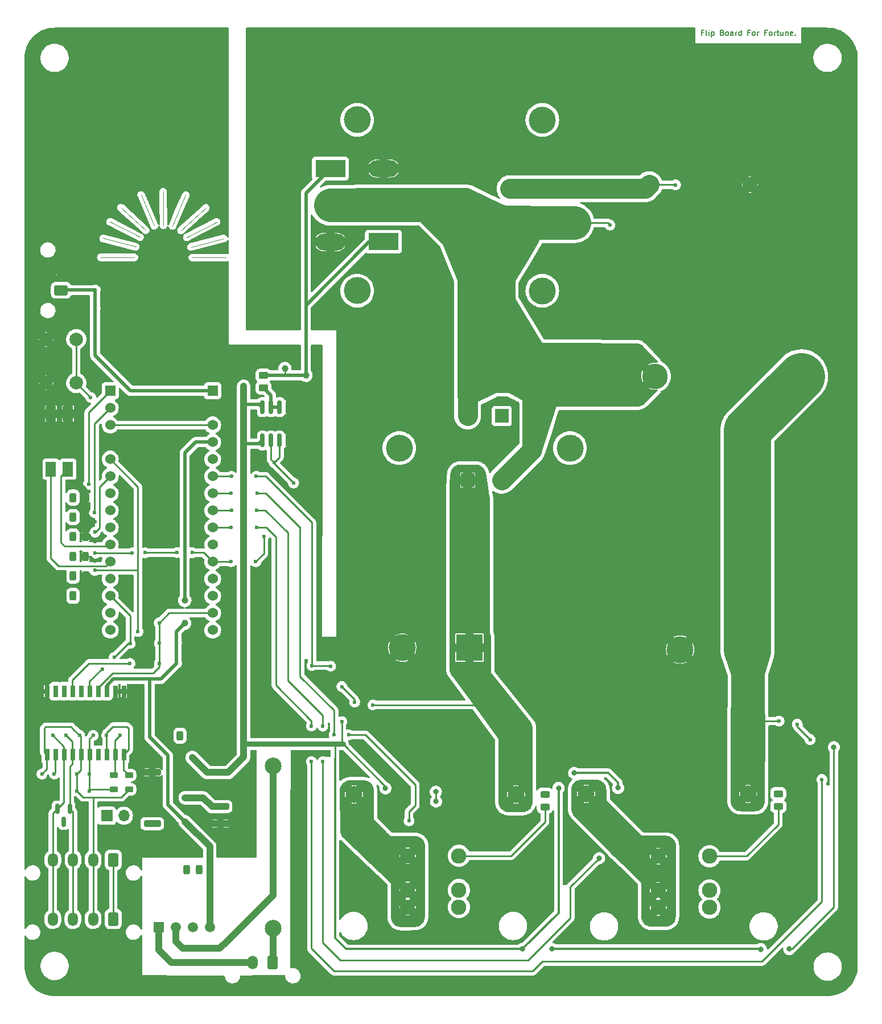
<source format=gbr>
%TF.GenerationSoftware,KiCad,Pcbnew,(6.0.1)*%
%TF.CreationDate,2022-03-05T17:58:01-06:00*%
%TF.ProjectId,MPPT,4d505054-2e6b-4696-9361-645f70636258,1.4.0*%
%TF.SameCoordinates,PX10b1ae8PY9b06478*%
%TF.FileFunction,Copper,L1,Top*%
%TF.FilePolarity,Positive*%
%FSLAX46Y46*%
G04 Gerber Fmt 4.6, Leading zero omitted, Abs format (unit mm)*
G04 Created by KiCad (PCBNEW (6.0.1)) date 2022-03-05 17:58:01*
%MOMM*%
%LPD*%
G01*
G04 APERTURE LIST*
G04 Aperture macros list*
%AMRoundRect*
0 Rectangle with rounded corners*
0 $1 Rounding radius*
0 $2 $3 $4 $5 $6 $7 $8 $9 X,Y pos of 4 corners*
0 Add a 4 corners polygon primitive as box body*
4,1,4,$2,$3,$4,$5,$6,$7,$8,$9,$2,$3,0*
0 Add four circle primitives for the rounded corners*
1,1,$1+$1,$2,$3*
1,1,$1+$1,$4,$5*
1,1,$1+$1,$6,$7*
1,1,$1+$1,$8,$9*
0 Add four rect primitives between the rounded corners*
20,1,$1+$1,$2,$3,$4,$5,0*
20,1,$1+$1,$4,$5,$6,$7,0*
20,1,$1+$1,$6,$7,$8,$9,0*
20,1,$1+$1,$8,$9,$2,$3,0*%
G04 Aperture macros list end*
%TA.AperFunction,NonConductor*%
%ADD10C,0.120000*%
%TD*%
%ADD11C,0.150000*%
%TA.AperFunction,NonConductor*%
%ADD12C,0.150000*%
%TD*%
%TA.AperFunction,ComponentPad*%
%ADD13RoundRect,0.250001X0.759999X-0.499999X0.759999X0.499999X-0.759999X0.499999X-0.759999X-0.499999X0*%
%TD*%
%TA.AperFunction,ComponentPad*%
%ADD14O,2.020000X1.500000*%
%TD*%
%TA.AperFunction,ComponentPad*%
%ADD15C,2.286000*%
%TD*%
%TA.AperFunction,ComponentPad*%
%ADD16RoundRect,0.250001X0.499999X0.759999X-0.499999X0.759999X-0.499999X-0.759999X0.499999X-0.759999X0*%
%TD*%
%TA.AperFunction,ComponentPad*%
%ADD17O,1.500000X2.020000*%
%TD*%
%TA.AperFunction,ComponentPad*%
%ADD18C,2.000000*%
%TD*%
%TA.AperFunction,ComponentPad*%
%ADD19C,4.000000*%
%TD*%
%TA.AperFunction,SMDPad,CuDef*%
%ADD20RoundRect,0.150000X-0.150000X0.587500X-0.150000X-0.587500X0.150000X-0.587500X0.150000X0.587500X0*%
%TD*%
%TA.AperFunction,ComponentPad*%
%ADD21R,2.000000X2.000000*%
%TD*%
%TA.AperFunction,ComponentPad*%
%ADD22O,2.000000X2.000000*%
%TD*%
%TA.AperFunction,SMDPad,CuDef*%
%ADD23RoundRect,0.250000X0.450000X-0.262500X0.450000X0.262500X-0.450000X0.262500X-0.450000X-0.262500X0*%
%TD*%
%TA.AperFunction,ComponentPad*%
%ADD24C,2.500000*%
%TD*%
%TA.AperFunction,ComponentPad*%
%ADD25R,1.530000X1.530000*%
%TD*%
%TA.AperFunction,ComponentPad*%
%ADD26C,1.530000*%
%TD*%
%TA.AperFunction,SMDPad,CuDef*%
%ADD27RoundRect,0.243750X0.243750X0.456250X-0.243750X0.456250X-0.243750X-0.456250X0.243750X-0.456250X0*%
%TD*%
%TA.AperFunction,SMDPad,CuDef*%
%ADD28R,0.650000X1.800000*%
%TD*%
%TA.AperFunction,SMDPad,CuDef*%
%ADD29RoundRect,0.218750X0.381250X-0.218750X0.381250X0.218750X-0.381250X0.218750X-0.381250X-0.218750X0*%
%TD*%
%TA.AperFunction,SMDPad,CuDef*%
%ADD30RoundRect,0.250000X-1.020000X0.250000X-1.020000X-0.250000X1.020000X-0.250000X1.020000X0.250000X0*%
%TD*%
%TA.AperFunction,ComponentPad*%
%ADD31R,1.700000X1.700000*%
%TD*%
%TA.AperFunction,ComponentPad*%
%ADD32O,1.700000X1.700000*%
%TD*%
%TA.AperFunction,SMDPad,CuDef*%
%ADD33RoundRect,0.243750X0.456250X-0.243750X0.456250X0.243750X-0.456250X0.243750X-0.456250X-0.243750X0*%
%TD*%
%TA.AperFunction,ComponentPad*%
%ADD34C,2.200000*%
%TD*%
%TA.AperFunction,ComponentPad*%
%ADD35R,4.000000X4.000000*%
%TD*%
%TA.AperFunction,SMDPad,CuDef*%
%ADD36R,1.520000X2.160000*%
%TD*%
%TA.AperFunction,SMDPad,CuDef*%
%ADD37RoundRect,0.243750X-0.243750X-0.456250X0.243750X-0.456250X0.243750X0.456250X-0.243750X0.456250X0*%
%TD*%
%TA.AperFunction,ComponentPad*%
%ADD38R,1.508000X1.508000*%
%TD*%
%TA.AperFunction,ComponentPad*%
%ADD39C,1.508000*%
%TD*%
%TA.AperFunction,ComponentPad*%
%ADD40R,4.500000X2.500000*%
%TD*%
%TA.AperFunction,ComponentPad*%
%ADD41O,4.500000X2.500000*%
%TD*%
%TA.AperFunction,ComponentPad*%
%ADD42C,3.800000*%
%TD*%
%TA.AperFunction,SMDPad,CuDef*%
%ADD43RoundRect,0.150000X0.150000X-0.825000X0.150000X0.825000X-0.150000X0.825000X-0.150000X-0.825000X0*%
%TD*%
%TA.AperFunction,ViaPad*%
%ADD44C,1.000000*%
%TD*%
%TA.AperFunction,ViaPad*%
%ADD45C,0.600000*%
%TD*%
%TA.AperFunction,ViaPad*%
%ADD46C,0.800000*%
%TD*%
%TA.AperFunction,Conductor*%
%ADD47C,0.250000*%
%TD*%
%TA.AperFunction,Conductor*%
%ADD48C,1.000000*%
%TD*%
%TA.AperFunction,Conductor*%
%ADD49C,0.500000*%
%TD*%
%TA.AperFunction,Conductor*%
%ADD50C,0.750000*%
%TD*%
%TA.AperFunction,Conductor*%
%ADD51C,0.300000*%
%TD*%
%TA.AperFunction,Conductor*%
%ADD52C,3.000000*%
%TD*%
%TA.AperFunction,Conductor*%
%ADD53C,7.000000*%
%TD*%
%TA.AperFunction,Conductor*%
%ADD54C,5.000000*%
%TD*%
G04 APERTURE END LIST*
D10*
X40025000Y-47457786D02*
X42005000Y-42862786D01*
X29712500Y-49297786D02*
X34567500Y-50542786D01*
X32367500Y-44732786D02*
X36072500Y-48087786D01*
X30755000Y-46825286D02*
X35195000Y-49125286D01*
X42175000Y-49155286D02*
X46615000Y-46855286D01*
X42990000Y-52155286D02*
X48005000Y-52155286D01*
X29365000Y-52125286D02*
X34380000Y-52125286D01*
X38655000Y-42355286D02*
X38690000Y-47365286D01*
X42802500Y-50572786D02*
X47657500Y-49327786D01*
X41297500Y-48117786D02*
X45002500Y-44762786D01*
X35365000Y-42832786D02*
X37345000Y-47427786D01*
D11*
D12*
X119029285Y-18697857D02*
X118762619Y-18697857D01*
X118762619Y-19116904D02*
X118762619Y-18316904D01*
X119143571Y-18316904D01*
X119562619Y-19116904D02*
X119486428Y-19078809D01*
X119448333Y-19002619D01*
X119448333Y-18316904D01*
X119867380Y-19116904D02*
X119867380Y-18583571D01*
X119867380Y-18316904D02*
X119829285Y-18355000D01*
X119867380Y-18393095D01*
X119905476Y-18355000D01*
X119867380Y-18316904D01*
X119867380Y-18393095D01*
X120248333Y-18583571D02*
X120248333Y-19383571D01*
X120248333Y-18621666D02*
X120324523Y-18583571D01*
X120476904Y-18583571D01*
X120553095Y-18621666D01*
X120591190Y-18659761D01*
X120629285Y-18735952D01*
X120629285Y-18964523D01*
X120591190Y-19040714D01*
X120553095Y-19078809D01*
X120476904Y-19116904D01*
X120324523Y-19116904D01*
X120248333Y-19078809D01*
X121848333Y-18697857D02*
X121962619Y-18735952D01*
X122000714Y-18774047D01*
X122038809Y-18850238D01*
X122038809Y-18964523D01*
X122000714Y-19040714D01*
X121962619Y-19078809D01*
X121886428Y-19116904D01*
X121581666Y-19116904D01*
X121581666Y-18316904D01*
X121848333Y-18316904D01*
X121924523Y-18355000D01*
X121962619Y-18393095D01*
X122000714Y-18469285D01*
X122000714Y-18545476D01*
X121962619Y-18621666D01*
X121924523Y-18659761D01*
X121848333Y-18697857D01*
X121581666Y-18697857D01*
X122495952Y-19116904D02*
X122419761Y-19078809D01*
X122381666Y-19040714D01*
X122343571Y-18964523D01*
X122343571Y-18735952D01*
X122381666Y-18659761D01*
X122419761Y-18621666D01*
X122495952Y-18583571D01*
X122610238Y-18583571D01*
X122686428Y-18621666D01*
X122724523Y-18659761D01*
X122762619Y-18735952D01*
X122762619Y-18964523D01*
X122724523Y-19040714D01*
X122686428Y-19078809D01*
X122610238Y-19116904D01*
X122495952Y-19116904D01*
X123448333Y-19116904D02*
X123448333Y-18697857D01*
X123410238Y-18621666D01*
X123334047Y-18583571D01*
X123181666Y-18583571D01*
X123105476Y-18621666D01*
X123448333Y-19078809D02*
X123372142Y-19116904D01*
X123181666Y-19116904D01*
X123105476Y-19078809D01*
X123067380Y-19002619D01*
X123067380Y-18926428D01*
X123105476Y-18850238D01*
X123181666Y-18812142D01*
X123372142Y-18812142D01*
X123448333Y-18774047D01*
X123829285Y-19116904D02*
X123829285Y-18583571D01*
X123829285Y-18735952D02*
X123867380Y-18659761D01*
X123905476Y-18621666D01*
X123981666Y-18583571D01*
X124057857Y-18583571D01*
X124667380Y-19116904D02*
X124667380Y-18316904D01*
X124667380Y-19078809D02*
X124591190Y-19116904D01*
X124438809Y-19116904D01*
X124362619Y-19078809D01*
X124324523Y-19040714D01*
X124286428Y-18964523D01*
X124286428Y-18735952D01*
X124324523Y-18659761D01*
X124362619Y-18621666D01*
X124438809Y-18583571D01*
X124591190Y-18583571D01*
X124667380Y-18621666D01*
X125924523Y-18697857D02*
X125657857Y-18697857D01*
X125657857Y-19116904D02*
X125657857Y-18316904D01*
X126038809Y-18316904D01*
X126457857Y-19116904D02*
X126381666Y-19078809D01*
X126343571Y-19040714D01*
X126305476Y-18964523D01*
X126305476Y-18735952D01*
X126343571Y-18659761D01*
X126381666Y-18621666D01*
X126457857Y-18583571D01*
X126572142Y-18583571D01*
X126648333Y-18621666D01*
X126686428Y-18659761D01*
X126724523Y-18735952D01*
X126724523Y-18964523D01*
X126686428Y-19040714D01*
X126648333Y-19078809D01*
X126572142Y-19116904D01*
X126457857Y-19116904D01*
X127067380Y-19116904D02*
X127067380Y-18583571D01*
X127067380Y-18735952D02*
X127105476Y-18659761D01*
X127143571Y-18621666D01*
X127219761Y-18583571D01*
X127295952Y-18583571D01*
X128438809Y-18697857D02*
X128172142Y-18697857D01*
X128172142Y-19116904D02*
X128172142Y-18316904D01*
X128553095Y-18316904D01*
X128972142Y-19116904D02*
X128895952Y-19078809D01*
X128857857Y-19040714D01*
X128819761Y-18964523D01*
X128819761Y-18735952D01*
X128857857Y-18659761D01*
X128895952Y-18621666D01*
X128972142Y-18583571D01*
X129086428Y-18583571D01*
X129162619Y-18621666D01*
X129200714Y-18659761D01*
X129238809Y-18735952D01*
X129238809Y-18964523D01*
X129200714Y-19040714D01*
X129162619Y-19078809D01*
X129086428Y-19116904D01*
X128972142Y-19116904D01*
X129581666Y-19116904D02*
X129581666Y-18583571D01*
X129581666Y-18735952D02*
X129619761Y-18659761D01*
X129657857Y-18621666D01*
X129734047Y-18583571D01*
X129810238Y-18583571D01*
X129962619Y-18583571D02*
X130267380Y-18583571D01*
X130076904Y-18316904D02*
X130076904Y-19002619D01*
X130115000Y-19078809D01*
X130191190Y-19116904D01*
X130267380Y-19116904D01*
X130876904Y-18583571D02*
X130876904Y-19116904D01*
X130534047Y-18583571D02*
X130534047Y-19002619D01*
X130572142Y-19078809D01*
X130648333Y-19116904D01*
X130762619Y-19116904D01*
X130838809Y-19078809D01*
X130876904Y-19040714D01*
X131257857Y-18583571D02*
X131257857Y-19116904D01*
X131257857Y-18659761D02*
X131295952Y-18621666D01*
X131372142Y-18583571D01*
X131486428Y-18583571D01*
X131562619Y-18621666D01*
X131600714Y-18697857D01*
X131600714Y-19116904D01*
X132286428Y-19078809D02*
X132210238Y-19116904D01*
X132057857Y-19116904D01*
X131981666Y-19078809D01*
X131943571Y-19002619D01*
X131943571Y-18697857D01*
X131981666Y-18621666D01*
X132057857Y-18583571D01*
X132210238Y-18583571D01*
X132286428Y-18621666D01*
X132324523Y-18697857D01*
X132324523Y-18774047D01*
X131943571Y-18850238D01*
X132667380Y-19040714D02*
X132705476Y-19078809D01*
X132667380Y-19116904D01*
X132629285Y-19078809D01*
X132667380Y-19040714D01*
X132667380Y-19116904D01*
D13*
%TO.P,J2,1,Pin_1*%
%TO.N,+9V*%
X23455000Y-57020000D03*
D14*
%TO.P,J2,2,Pin_2*%
%TO.N,GND*%
X23455000Y-54020000D03*
%TD*%
D15*
%TO.P,J3,1,+*%
%TO.N,Net-(F1-Pad2)*%
X112315000Y-148780000D03*
X112315000Y-146240000D03*
X112315000Y-141160000D03*
%TO.P,J3,2,-*%
%TO.N,/-ARR*%
X119935000Y-148780000D03*
X119935000Y-141160000D03*
X119935000Y-146240000D03*
%TD*%
D16*
%TO.P,J6,1,5V*%
%TO.N,Net-(C19-Pad1)*%
X31235000Y-141680000D03*
D17*
%TO.P,J6,2,GND*%
%TO.N,Net-(C19-Pad2)*%
X28235000Y-141680000D03*
%TO.P,J6,3,CAN_H*%
%TO.N,Net-(J5-Pad3)*%
X25235000Y-141680000D03*
%TO.P,J6,4,CAN_L*%
%TO.N,Net-(J5-Pad4)*%
X22235000Y-141680000D03*
%TD*%
D18*
%TO.P,SW1,1,1*%
%TO.N,GND*%
X21220000Y-64300000D03*
X21220000Y-70800000D03*
%TO.P,SW1,2,2*%
%TO.N,/Reset*%
X25720000Y-70800000D03*
X25720000Y-64300000D03*
%TD*%
D19*
%TO.P,HS3,1*%
%TO.N,N/C*%
X73785000Y-80475000D03*
X99185000Y-80475000D03*
%TD*%
D20*
%TO.P,U10,1,CAN_H*%
%TO.N,Net-(J5-Pad3)*%
X24790000Y-134127500D03*
%TO.P,U10,2,CAN_L*%
%TO.N,Net-(J5-Pad4)*%
X22890000Y-134127500D03*
%TO.P,U10,3,GND*%
%TO.N,Net-(C19-Pad2)*%
X23840000Y-136002500D03*
%TD*%
D21*
%TO.P,D6,1,K*%
%TO.N,/+BATT*%
X89030000Y-75710000D03*
D22*
%TO.P,D6,2,A*%
%TO.N,Net-(D4-Pad2)*%
X83950000Y-75710000D03*
%TD*%
D16*
%TO.P,J5,1,5V*%
%TO.N,Net-(C19-Pad1)*%
X31230000Y-150480000D03*
D17*
%TO.P,J5,2,GND*%
%TO.N,Net-(C19-Pad2)*%
X28230000Y-150480000D03*
%TO.P,J5,3,CAN_H*%
%TO.N,Net-(J5-Pad3)*%
X25230000Y-150480000D03*
%TO.P,J5,4,CAN_L*%
%TO.N,Net-(J5-Pad4)*%
X22230000Y-150480000D03*
%TD*%
D23*
%TO.P,R2,1*%
%TO.N,Net-(R2-Pad1)*%
X53580000Y-71500000D03*
%TO.P,R2,2*%
%TO.N,/Drive_PWM*%
X53580000Y-69675000D03*
%TD*%
D24*
%TO.P,F3,1*%
%TO.N,+12V*%
X54992500Y-127750000D03*
%TO.P,F3,2*%
%TO.N,Net-(F3-Pad2)*%
X54992500Y-151850000D03*
%TD*%
D21*
%TO.P,D5,1,K*%
%TO.N,/+BATT*%
X83950000Y-85255000D03*
D22*
%TO.P,D5,2,A*%
%TO.N,Net-(D4-Pad2)*%
X89030000Y-85255000D03*
%TD*%
D24*
%TO.P,F2,1*%
%TO.N,Net-(F2-Pad1)*%
X67045000Y-131955000D03*
%TO.P,F2,2*%
%TO.N,/+BATT*%
X91145000Y-131955000D03*
%TD*%
D19*
%TO.P,HS2,1*%
%TO.N,N/C*%
X95065000Y-31690000D03*
X95065000Y-57090000D03*
%TD*%
D16*
%TO.P,J1,1,+12V*%
%TO.N,Net-(F3-Pad2)*%
X54955000Y-156960000D03*
D17*
%TO.P,J1,2,GND*%
%TO.N,GNDPWR*%
X51955000Y-156960000D03*
%TD*%
D25*
%TO.P,U2,1,D1*%
%TO.N,/Heartbeat*%
X30775000Y-71965000D03*
D26*
%TO.P,U2,2,D0*%
%TO.N,/Tracking*%
X30775000Y-74505000D03*
%TO.P,U2,3,RST*%
%TO.N,/Reset*%
X30775000Y-77045000D03*
%TO.P,U2,4,GND*%
%TO.N,GND*%
X30775000Y-79585000D03*
%TO.P,U2,5,D2*%
%TO.N,/CAN_Tx*%
X30775000Y-82125000D03*
%TO.P,U2,6,D3*%
%TO.N,/Error*%
X30775000Y-84665000D03*
%TO.P,U2,7,D4*%
%TO.N,unconnected-(U2-Pad7)*%
X30775000Y-87205000D03*
%TO.P,U2,8,D5*%
%TO.N,unconnected-(U2-Pad8)*%
X30775000Y-89745000D03*
%TO.P,U2,9,D6*%
%TO.N,unconnected-(U2-Pad9)*%
X30775000Y-92285000D03*
%TO.P,U2,10,D7*%
%TO.N,Net-(SW2-Pad4)*%
X30775000Y-94825000D03*
%TO.P,U2,11,D8*%
%TO.N,Net-(SW2-Pad3)*%
X30775000Y-97365000D03*
%TO.P,U2,12,D9*%
%TO.N,unconnected-(U2-Pad12)*%
X30775000Y-99905000D03*
%TO.P,U2,13,D10*%
%TO.N,/CAN_Rx*%
X30775000Y-102445000D03*
%TO.P,U2,14,D11*%
%TO.N,unconnected-(U2-Pad14)*%
X30775000Y-104985000D03*
%TO.P,U2,15,D12*%
%TO.N,unconnected-(U2-Pad15)*%
X30775000Y-107525000D03*
%TO.P,U2,16,D13*%
%TO.N,unconnected-(U2-Pad16)*%
X46015000Y-107525000D03*
%TO.P,U2,17,+3V3*%
%TO.N,+3V3*%
X46015000Y-104985000D03*
%TO.P,U2,18,AREF*%
%TO.N,unconnected-(U2-Pad18)*%
X46015000Y-102445000D03*
%TO.P,U2,19,A0*%
%TO.N,unconnected-(U2-Pad19)*%
X46015000Y-99905000D03*
%TO.P,U2,20,A1*%
%TO.N,/PWM*%
X46015000Y-97365000D03*
%TO.P,U2,21,A2*%
%TO.N,unconnected-(U2-Pad21)*%
X46015000Y-94825000D03*
%TO.P,U2,22,A3*%
%TO.N,/Array_Voltage*%
X46015000Y-92285000D03*
%TO.P,U2,23,A4*%
%TO.N,/Array_Current*%
X46015000Y-89745000D03*
%TO.P,U2,24,A5*%
%TO.N,/Battery_Current*%
X46015000Y-87205000D03*
%TO.P,U2,25,A6*%
%TO.N,/Battery_Voltage*%
X46015000Y-84665000D03*
%TO.P,U2,26,A7*%
%TO.N,unconnected-(U2-Pad26)*%
X46015000Y-82125000D03*
%TO.P,U2,27,+5V*%
%TO.N,+5V*%
X46015000Y-79585000D03*
%TO.P,U2,28,RST*%
%TO.N,/Reset*%
X46015000Y-77045000D03*
%TO.P,U2,29,GND*%
%TO.N,GND*%
X46015000Y-74505000D03*
D25*
%TO.P,U2,30,VIN*%
%TO.N,+9V*%
X46015000Y-71965000D03*
%TD*%
D21*
%TO.P,R5,1*%
%TO.N,Net-(D4-Pad2)*%
X99800000Y-46985000D03*
D22*
%TO.P,R5,2*%
%TO.N,Net-(C9-Pad1)*%
X99800000Y-41905000D03*
%TD*%
D27*
%TO.P,LED5,1,K*%
%TO.N,GND*%
X27127500Y-87835000D03*
%TO.P,LED5,2,A*%
%TO.N,Net-(LED5-Pad2)*%
X25252500Y-87835000D03*
%TD*%
%TO.P,LED10,1,K*%
%TO.N,GND*%
X27100000Y-93610000D03*
%TO.P,LED10,2,A*%
%TO.N,Net-(LED10-Pad2)*%
X25225000Y-93610000D03*
%TD*%
D28*
%TO.P,U9,1,GND_In*%
%TO.N,GND*%
X32790000Y-116617500D03*
%TO.P,U9,2,GND_In*%
X31520000Y-116617500D03*
%TO.P,U9,3,V_In*%
%TO.N,+5V*%
X30250000Y-116617500D03*
%TO.P,U9,4,V_IO*%
%TO.N,+3V3*%
X28980000Y-116617500D03*
%TO.P,U9,5,RX*%
%TO.N,/CAN_Rx*%
X27710000Y-116617500D03*
%TO.P,U9,6,SILENT*%
%TO.N,unconnected-(U9-Pad6)*%
X26440000Y-116617500D03*
%TO.P,U9,7,TX*%
%TO.N,/CAN_Tx*%
X25170000Y-116617500D03*
%TO.P,U9,8,STDBY*%
%TO.N,unconnected-(U9-Pad8)*%
X23900000Y-116617500D03*
%TO.P,U9,9,AUX_In*%
%TO.N,unconnected-(U9-Pad9)*%
X22630000Y-116617500D03*
%TO.P,U9,10,GND_In*%
%TO.N,GND*%
X21360000Y-116617500D03*
%TO.P,U9,11,GND_ISO_In*%
%TO.N,Net-(C19-Pad2)*%
X21360000Y-126067500D03*
%TO.P,U9,12,RS*%
%TO.N,Net-(R12-Pad1)*%
X22630000Y-126067500D03*
%TO.P,U9,13,CAN_L*%
%TO.N,Net-(J5-Pad4)*%
X23900000Y-126067500D03*
%TO.P,U9,14,CAN_H*%
%TO.N,Net-(J5-Pad3)*%
X25170000Y-126067500D03*
%TO.P,U9,15,GND_ISO_In*%
%TO.N,Net-(C19-Pad2)*%
X26440000Y-126067500D03*
%TO.P,U9,16,V_ISO_In*%
%TO.N,Net-(C19-Pad1)*%
X27710000Y-126067500D03*
%TO.P,U9,17,AUX_Out*%
%TO.N,unconnected-(U9-Pad17)*%
X28980000Y-126067500D03*
%TO.P,U9,18,GND_ISO_Out*%
%TO.N,Net-(C18-Pad2)*%
X30250000Y-126067500D03*
%TO.P,U9,19,V_ISO_Out*%
%TO.N,Net-(C18-Pad1)*%
X31520000Y-126067500D03*
%TO.P,U9,20,GND_ISO_Out*%
%TO.N,Net-(C18-Pad2)*%
X32790000Y-126067500D03*
%TD*%
D29*
%TO.P,L4,1*%
%TO.N,Net-(C19-Pad2)*%
X33555000Y-131222500D03*
%TO.P,L4,2*%
%TO.N,Net-(C18-Pad2)*%
X33555000Y-129097500D03*
%TD*%
D27*
%TO.P,LED8,1,K*%
%TO.N,GND*%
X27112500Y-102440000D03*
%TO.P,LED8,2,A*%
%TO.N,Net-(LED8-Pad2)*%
X25237500Y-102440000D03*
%TD*%
D29*
%TO.P,L3,1*%
%TO.N,Net-(C19-Pad1)*%
X31330000Y-131237500D03*
%TO.P,L3,2*%
%TO.N,Net-(C18-Pad1)*%
X31330000Y-129112500D03*
%TD*%
D27*
%TO.P,LED7,1,K*%
%TO.N,GND*%
X27112500Y-96565000D03*
%TO.P,LED7,2,A*%
%TO.N,Net-(LED7-Pad2)*%
X25237500Y-96565000D03*
%TD*%
D30*
%TO.P,U4,1,GNDin*%
%TO.N,GND*%
X47185000Y-136325000D03*
%TO.P,U4,2,Vin*%
%TO.N,Net-(C7-Pad1)*%
X47185000Y-133785000D03*
%TO.P,U4,4,Vout*%
%TO.N,+9VA*%
X47185000Y-128705000D03*
%TO.P,U4,5,GNDout*%
%TO.N,GND*%
X37025000Y-128705000D03*
%TO.P,U4,8,NC*%
%TO.N,unconnected-(U4-Pad8)*%
X37025000Y-136325000D03*
%TD*%
D19*
%TO.P,HS1,1*%
%TO.N,N/C*%
X67530000Y-57085000D03*
X67530000Y-31685000D03*
%TD*%
D31*
%TO.P,JP1,1,A*%
%TO.N,Net-(JP1-Pad1)*%
X30265000Y-135132500D03*
D32*
%TO.P,JP1,2,B*%
%TO.N,Net-(JP1-Pad2)*%
X32805000Y-135132500D03*
%TD*%
D33*
%TO.P,LED3,1,K*%
%TO.N,/-ARR*%
X130180000Y-133732500D03*
%TO.P,LED3,2,A*%
%TO.N,Net-(LED3-Pad2)*%
X130180000Y-131857500D03*
%TD*%
D34*
%TO.P,C9,1*%
%TO.N,Net-(C9-Pad1)*%
X110975000Y-41325000D03*
%TO.P,C9,2*%
%TO.N,GND*%
X125975000Y-41325000D03*
%TD*%
D35*
%TO.P,CP1,1*%
%TO.N,/+ARR*%
X125570000Y-110435000D03*
D19*
%TO.P,CP1,2*%
%TO.N,GND*%
X115570000Y-110435000D03*
%TD*%
D36*
%TO.P,SW2,1*%
%TO.N,GND*%
X24490000Y-75355000D03*
%TO.P,SW2,2*%
X21950000Y-75355000D03*
%TO.P,SW2,3*%
%TO.N,Net-(SW2-Pad3)*%
X21950000Y-83615000D03*
%TO.P,SW2,4*%
%TO.N,Net-(SW2-Pad4)*%
X24490000Y-83615000D03*
%TD*%
D27*
%TO.P,LED9,1,K*%
%TO.N,GND*%
X27117500Y-99445000D03*
%TO.P,LED9,2,A*%
%TO.N,Net-(LED9-Pad2)*%
X25242500Y-99445000D03*
%TD*%
D37*
%TO.P,LED1,1,K*%
%TO.N,GND*%
X42175000Y-143185000D03*
%TO.P,LED1,2,A*%
%TO.N,Net-(LED1-Pad2)*%
X44050000Y-143185000D03*
%TD*%
D38*
%TO.P,U1,1,-VIN*%
%TO.N,GNDPWR*%
X37962500Y-151735000D03*
D39*
%TO.P,U1,2,+VIN*%
%TO.N,+12V*%
X40502500Y-151735000D03*
%TO.P,U1,3,-VOUT*%
%TO.N,GND*%
X43042500Y-151735000D03*
%TO.P,U1,4,+VOUT*%
%TO.N,+5V*%
X45582500Y-151735000D03*
%TD*%
D37*
%TO.P,LED2,1,K*%
%TO.N,GND*%
X39287500Y-123235000D03*
%TO.P,LED2,2,A*%
%TO.N,Net-(LED2-Pad2)*%
X41162500Y-123235000D03*
%TD*%
D40*
%TO.P,Q1,1,G*%
%TO.N,/Drive_PWM*%
X63525000Y-38930000D03*
D41*
%TO.P,Q1,2,D*%
%TO.N,Net-(D4-Pad2)*%
X63525000Y-44380000D03*
%TO.P,Q1,3,S*%
%TO.N,GND*%
X63525000Y-49830000D03*
%TD*%
D15*
%TO.P,J4,1,+*%
%TO.N,Net-(F2-Pad1)*%
X75035000Y-146175000D03*
X75035000Y-148715000D03*
X75035000Y-141095000D03*
%TO.P,J4,2,-*%
%TO.N,/-BATT*%
X82655000Y-141095000D03*
X82655000Y-148715000D03*
X82655000Y-146175000D03*
%TD*%
D21*
%TO.P,D4,1,K*%
%TO.N,Net-(C9-Pad1)*%
X90270000Y-41905000D03*
D22*
%TO.P,D4,2,A*%
%TO.N,Net-(D4-Pad2)*%
X90270000Y-46985000D03*
%TD*%
D40*
%TO.P,Q2,1,G*%
%TO.N,/Drive_PWM*%
X71435000Y-49800000D03*
D41*
%TO.P,Q2,2,D*%
%TO.N,Net-(D4-Pad2)*%
X71435000Y-44350000D03*
%TO.P,Q2,3,S*%
%TO.N,GND*%
X71435000Y-38900000D03*
%TD*%
D42*
%TO.P,L2,1,1*%
%TO.N,/+ARR*%
X133590000Y-69795000D03*
%TO.P,L2,2,2*%
%TO.N,Net-(D4-Pad2)*%
X111790000Y-69795000D03*
%TD*%
D33*
%TO.P,LED4,1,K*%
%TO.N,/-BATT*%
X95455000Y-133815000D03*
%TO.P,LED4,2,A*%
%TO.N,Net-(LED4-Pad2)*%
X95455000Y-131940000D03*
%TD*%
D24*
%TO.P,F1,1*%
%TO.N,/+ARR*%
X125670000Y-131874000D03*
%TO.P,F1,2*%
%TO.N,Net-(F1-Pad2)*%
X101570000Y-131874000D03*
%TD*%
D43*
%TO.P,U3,1,VDD*%
%TO.N,+9VA*%
X53425000Y-79345000D03*
%TO.P,U3,2,IN*%
%TO.N,/PWM*%
X54695000Y-79345000D03*
%TO.P,U3,3,ENBL*%
X55965000Y-79345000D03*
%TO.P,U3,4,AGND*%
%TO.N,GND*%
X57235000Y-79345000D03*
%TO.P,U3,5,PGND*%
X57235000Y-74395000D03*
%TO.P,U3,6,OUT*%
%TO.N,Net-(R2-Pad1)*%
X55965000Y-74395000D03*
%TO.P,U3,7,OUT*%
X54695000Y-74395000D03*
%TO.P,U3,8,VDD*%
%TO.N,+9VA*%
X53425000Y-74395000D03*
%TD*%
D27*
%TO.P,LED6,1,K*%
%TO.N,GND*%
X27117500Y-90730000D03*
%TO.P,LED6,2,A*%
%TO.N,Net-(LED6-Pad2)*%
X25242500Y-90730000D03*
%TD*%
D35*
%TO.P,CP2,1*%
%TO.N,/+BATT*%
X84225000Y-110145000D03*
D19*
%TO.P,CP2,2*%
%TO.N,GND*%
X74225000Y-110145000D03*
%TD*%
D44*
%TO.N,GND*%
X117560000Y-60110000D03*
X53155000Y-121840000D03*
X20060000Y-75110000D03*
X117560000Y-37610000D03*
X117560000Y-97610000D03*
D45*
X28500000Y-91415000D03*
D44*
X64975000Y-160005000D03*
X72560000Y-30110000D03*
X132560000Y-135110000D03*
X38430000Y-85645000D03*
X58825000Y-146365000D03*
X132560000Y-105110000D03*
X35060000Y-120110000D03*
X53155000Y-99340000D03*
X110060000Y-105110000D03*
X95060000Y-112610000D03*
X35060000Y-67610000D03*
X125060000Y-150110000D03*
X140060000Y-135110000D03*
X27560000Y-52610000D03*
X87475000Y-160005000D03*
X113910000Y-129980000D03*
X117560000Y-90110000D03*
X65060000Y-67610000D03*
X140060000Y-150110000D03*
X111910000Y-129980000D03*
X72335000Y-124495000D03*
X20060000Y-90110000D03*
X20240000Y-139195000D03*
X104135000Y-146285000D03*
X35130000Y-55780000D03*
X73705000Y-125850000D03*
X65060000Y-75110000D03*
X110060000Y-90110000D03*
X72560000Y-90110000D03*
X42475000Y-160005000D03*
X20060000Y-37610000D03*
X132560000Y-97610000D03*
X72560000Y-105110000D03*
X140060000Y-37610000D03*
X102495000Y-52010000D03*
X117560000Y-120110000D03*
X140060000Y-97610000D03*
X80060000Y-112610000D03*
X75045000Y-127180000D03*
X36160000Y-112550000D03*
X87560000Y-22610000D03*
X132560000Y-30110000D03*
X133135000Y-126995000D03*
X140060000Y-82610000D03*
X20060000Y-97610000D03*
X29955000Y-157070000D03*
X109910000Y-129980000D03*
X102560000Y-60110000D03*
X27560000Y-22610000D03*
X99740000Y-140095000D03*
X71920000Y-122280000D03*
X50060000Y-67610000D03*
X72475000Y-160005000D03*
X125060000Y-142610000D03*
X117560000Y-75110000D03*
X124610000Y-136625000D03*
X110060000Y-52610000D03*
X43755000Y-101130000D03*
X80060000Y-30110000D03*
X125060000Y-30110000D03*
X80060000Y-82610000D03*
X42560000Y-22610000D03*
X37215000Y-139195000D03*
X80060000Y-75110000D03*
X72560000Y-97610000D03*
X42560000Y-75110000D03*
X80060000Y-67610000D03*
X20060000Y-120110000D03*
X68195000Y-146385000D03*
X38415000Y-100405000D03*
X27560000Y-105110000D03*
X124975000Y-160005000D03*
X110060000Y-22610000D03*
X102560000Y-37610000D03*
D45*
X42175000Y-143185000D03*
D44*
X102475000Y-160005000D03*
X132560000Y-52610000D03*
X102560000Y-30110000D03*
X76435000Y-128560000D03*
X140060000Y-45110000D03*
X125060000Y-37610000D03*
X109975000Y-160005000D03*
X72560000Y-67610000D03*
X117560000Y-45110000D03*
X53155000Y-114340000D03*
X125060000Y-67610000D03*
X132560000Y-82610000D03*
X117475000Y-160005000D03*
X42560000Y-67610000D03*
X140060000Y-120110000D03*
X110060000Y-30110000D03*
X71985000Y-113135000D03*
X88845000Y-136685000D03*
X125060000Y-45110000D03*
X35060000Y-75110000D03*
X58825000Y-153865000D03*
X121375000Y-130555000D03*
X79975000Y-160005000D03*
X95880000Y-130020000D03*
X117560000Y-22610000D03*
X80060000Y-90110000D03*
X27560000Y-45110000D03*
X71940000Y-117435000D03*
X79035000Y-152980000D03*
X57560000Y-45110000D03*
X117560000Y-67610000D03*
X20060000Y-105110000D03*
X33190000Y-90770000D03*
X102560000Y-90110000D03*
X38430000Y-93145000D03*
X37050000Y-128715000D03*
X71935000Y-119925000D03*
X95060000Y-90110000D03*
X110060000Y-82610000D03*
X110060000Y-45110000D03*
X65060000Y-112610000D03*
X117560000Y-30110000D03*
X125060000Y-60110000D03*
X27560000Y-120110000D03*
X53155000Y-106840000D03*
X140060000Y-67610000D03*
X57560000Y-52610000D03*
X66615000Y-128150000D03*
X140060000Y-127610000D03*
D45*
X28515000Y-103920000D03*
D44*
X65060000Y-90110000D03*
X132560000Y-22610000D03*
X65060000Y-105110000D03*
X80060000Y-120110000D03*
D45*
X21345000Y-118745000D03*
D44*
X42560000Y-120110000D03*
X94975000Y-160005000D03*
X132560000Y-60110000D03*
X80060000Y-37610000D03*
D45*
X28515000Y-99870000D03*
X24510000Y-77640000D03*
D44*
X72560000Y-75110000D03*
X80060000Y-97610000D03*
D45*
X28525000Y-94405000D03*
D44*
X132560000Y-90110000D03*
X57560000Y-22610000D03*
X57560000Y-30110000D03*
X20060000Y-112610000D03*
D45*
X31530000Y-118757500D03*
D44*
X140060000Y-112610000D03*
X103030000Y-127245000D03*
X57245000Y-76820000D03*
X80060000Y-22610000D03*
X110060000Y-112610000D03*
X95260000Y-142585000D03*
X86770000Y-130675000D03*
D46*
X39300000Y-123245000D03*
D44*
X77090000Y-51805000D03*
X42560000Y-112610000D03*
X43725000Y-83885000D03*
X50395000Y-135110000D03*
X132475000Y-160005000D03*
X43725000Y-91385000D03*
X102560000Y-112610000D03*
X77775000Y-129890000D03*
X110060000Y-37610000D03*
X34975000Y-160005000D03*
X87560000Y-30110000D03*
X95285000Y-149120000D03*
X102560000Y-22610000D03*
X87560000Y-142610000D03*
X65060000Y-60110000D03*
X87560000Y-150110000D03*
X102560000Y-105110000D03*
D45*
X21975000Y-77640000D03*
D44*
X97210000Y-128680000D03*
X110060000Y-97610000D03*
X110060000Y-120110000D03*
X80060000Y-60110000D03*
X42560000Y-30110000D03*
X56060000Y-120055000D03*
X95060000Y-105110000D03*
X71940000Y-115435000D03*
X117560000Y-82610000D03*
X71230000Y-127945000D03*
X140060000Y-75110000D03*
X36545000Y-80370000D03*
X20060000Y-82610000D03*
X80060000Y-105110000D03*
X102560000Y-82610000D03*
X72560000Y-60110000D03*
X58670000Y-82625000D03*
X106755000Y-128625000D03*
X87560000Y-37610000D03*
X140060000Y-142610000D03*
X132560000Y-45110000D03*
X58825000Y-138865000D03*
X57560000Y-37610000D03*
X140060000Y-105110000D03*
X72560000Y-22610000D03*
X58825000Y-131365000D03*
X132560000Y-142610000D03*
X140060000Y-60110000D03*
X98590000Y-127310000D03*
D45*
X26485000Y-85860000D03*
X32765000Y-118787500D03*
D44*
X42560000Y-37610000D03*
X132560000Y-112610000D03*
X33200000Y-101225000D03*
D45*
X28505000Y-97235000D03*
D44*
X65060000Y-82610000D03*
X102560000Y-120110000D03*
X125060000Y-22610000D03*
X125060000Y-52610000D03*
X35060000Y-22610000D03*
X65060000Y-97610000D03*
X117560000Y-127610000D03*
X105385000Y-127245000D03*
X95060000Y-22610000D03*
X117560000Y-52610000D03*
X117560000Y-105110000D03*
X116380000Y-152730000D03*
X110060000Y-60110000D03*
X133000000Y-118680000D03*
X140060000Y-30110000D03*
X20060000Y-45110000D03*
X140060000Y-90110000D03*
X65060000Y-22610000D03*
X57560000Y-60110000D03*
X132560000Y-37610000D03*
X140060000Y-52610000D03*
X95060000Y-97610000D03*
X132555000Y-148950000D03*
X102560000Y-97610000D03*
X20060000Y-30110000D03*
X95060000Y-120110000D03*
X47180000Y-136315000D03*
X100895000Y-127230000D03*
X108095000Y-129955000D03*
X42630000Y-55780000D03*
D45*
%TO.N,+9V*%
X28535000Y-56995000D03*
X28535000Y-59750000D03*
D44*
%TO.N,Net-(C7-Pad1)*%
X41925000Y-132455000D03*
D46*
%TO.N,+9VA*%
X99810597Y-128766902D03*
X138440000Y-124950000D03*
D44*
X50630000Y-79830000D03*
X50610000Y-73965000D03*
D46*
X131815000Y-154950000D03*
D45*
X65245000Y-121140000D03*
D46*
X71720000Y-131059000D03*
D44*
X42985000Y-126475000D03*
D46*
X127570000Y-154970000D03*
X92095000Y-154940000D03*
X97480000Y-131015000D03*
D45*
X50625000Y-71295000D03*
D46*
X106335000Y-130992500D03*
X96490000Y-154935000D03*
D45*
%TO.N,Net-(C9-Pad1)*%
X114880000Y-41345000D03*
%TO.N,+5V*%
X40640000Y-109425000D03*
X45582500Y-145802500D03*
D44*
X41925000Y-136055000D03*
X41855000Y-106515000D03*
D45*
X45582500Y-143222500D03*
X40645000Y-112465000D03*
X45582500Y-148737500D03*
D44*
X41860000Y-103115000D03*
D45*
%TO.N,+3V3*%
X38080000Y-106455000D03*
X38085000Y-112485000D03*
X38090000Y-109465000D03*
%TO.N,/Array_Voltage*%
X134920000Y-123807500D03*
X133005000Y-121535000D03*
X48780000Y-92255000D03*
X60705000Y-121800000D03*
X52525000Y-92255000D03*
X60705000Y-127095000D03*
X136665000Y-129745000D03*
%TO.N,/Battery_Voltage*%
X65245000Y-115939882D03*
X67145000Y-118230000D03*
X48805000Y-84670000D03*
X60790000Y-112805000D03*
X63565000Y-112908882D03*
X52505000Y-84665000D03*
D46*
%TO.N,/Array_Current*%
X103517500Y-141452500D03*
D45*
X52560000Y-89725000D03*
X48800000Y-89700000D03*
X62395000Y-121815000D03*
X62415000Y-127095000D03*
%TO.N,/Battery_Current*%
X75235000Y-135879000D03*
X52605000Y-87185000D03*
X64095000Y-123080000D03*
X66255000Y-123095000D03*
X48775000Y-87185000D03*
D44*
%TO.N,/Drive_PWM*%
X59885000Y-69650000D03*
X56760000Y-68665000D03*
D45*
X53580000Y-69675000D03*
%TO.N,/PWM*%
X28530000Y-96105000D03*
X58065000Y-85670000D03*
X42970000Y-96025000D03*
X48785000Y-97350000D03*
X52415000Y-97365000D03*
X35960000Y-96030000D03*
X55170000Y-82625000D03*
X40685000Y-96005000D03*
X34040000Y-96065000D03*
X53625000Y-93585000D03*
%TO.N,Net-(C18-Pad1)*%
X31315000Y-129112500D03*
X32255000Y-123182500D03*
%TO.N,Net-(C18-Pad2)*%
X30245000Y-123182500D03*
X33555000Y-129097500D03*
%TO.N,Net-(LED1-Pad2)*%
X44050000Y-143185000D03*
%TO.N,Net-(LED2-Pad2)*%
X41142500Y-123235000D03*
%TO.N,Net-(LED3-Pad2)*%
X130170000Y-131877500D03*
%TO.N,Net-(LED4-Pad2)*%
X95465000Y-131962500D03*
%TO.N,Net-(LED5-Pad2)*%
X25272500Y-87820000D03*
%TO.N,Net-(LED6-Pad2)*%
X25272500Y-90730000D03*
%TO.N,Net-(LED7-Pad2)*%
X25270000Y-96560000D03*
%TO.N,Net-(LED8-Pad2)*%
X25237500Y-102440000D03*
%TO.N,Net-(LED9-Pad2)*%
X25272500Y-99450000D03*
%TO.N,/Tracking*%
X28450000Y-90070000D03*
%TO.N,/CAN_Tx*%
X33715000Y-112490000D03*
X28490000Y-98650000D03*
X34905000Y-107760000D03*
%TO.N,/CAN_Rx*%
X29575000Y-113325000D03*
X31360000Y-111590000D03*
X33745000Y-109510000D03*
%TO.N,/Reset*%
X27875000Y-72955000D03*
%TO.N,Net-(C19-Pad1)*%
X28235000Y-123177500D03*
X27690000Y-128937500D03*
X27690000Y-131427500D03*
X31330000Y-131237500D03*
%TO.N,Net-(C19-Pad2)*%
X25790000Y-128937500D03*
X33555000Y-131222500D03*
X26225000Y-123182500D03*
X25790000Y-131427500D03*
X20617500Y-128927500D03*
X23840000Y-136002500D03*
%TO.N,/+ARR*%
X130300000Y-121055000D03*
D46*
X127445000Y-121060000D03*
D45*
%TO.N,/+BATT*%
X69865000Y-118667500D03*
D46*
%TO.N,/-BATT*%
X79245000Y-133008500D03*
X79220000Y-131559500D03*
D45*
%TO.N,Net-(J5-Pad3)*%
X24790000Y-134127500D03*
X24225000Y-123182500D03*
%TO.N,Net-(J5-Pad4)*%
X22890000Y-134127500D03*
X22230000Y-123182500D03*
%TO.N,Net-(D4-Pad2)*%
X105130000Y-47320000D03*
%TO.N,/Error*%
X28525000Y-92970000D03*
%TO.N,Net-(R12-Pad1)*%
X22442500Y-128927500D03*
%TO.N,/Heartbeat*%
X27560000Y-85835000D03*
%TO.N,Net-(LED10-Pad2)*%
X25245000Y-93605000D03*
%TD*%
D47*
%TO.N,GND*%
X27112500Y-96565000D02*
X27835000Y-96565000D01*
X21950000Y-75355000D02*
X21950000Y-77615000D01*
X57235000Y-79345000D02*
X58670000Y-80780000D01*
X27730000Y-93610000D02*
X28525000Y-94405000D01*
X27835000Y-96565000D02*
X28505000Y-97235000D01*
D48*
X47180000Y-136325000D02*
X47175000Y-136320000D01*
D47*
X27127500Y-87835000D02*
X27127500Y-86502500D01*
X27112500Y-102517500D02*
X28515000Y-103920000D01*
X27100000Y-93610000D02*
X27730000Y-93610000D01*
X21360000Y-116617500D02*
X21360000Y-118730000D01*
D49*
X57235000Y-76810000D02*
X57245000Y-76820000D01*
D47*
X27815000Y-90730000D02*
X28500000Y-91415000D01*
X31510000Y-118737500D02*
X31530000Y-118757500D01*
X58670000Y-80780000D02*
X58670000Y-82625000D01*
X27117500Y-99445000D02*
X28090000Y-99445000D01*
X28090000Y-99445000D02*
X28515000Y-99870000D01*
D49*
X57235000Y-74395000D02*
X57235000Y-76810000D01*
D47*
X27127500Y-86502500D02*
X26485000Y-85860000D01*
X32780000Y-116622500D02*
X32780000Y-118772500D01*
X31510000Y-116622500D02*
X32780000Y-116622500D01*
X27117500Y-90730000D02*
X27815000Y-90730000D01*
X21360000Y-118730000D02*
X21345000Y-118745000D01*
X32780000Y-118772500D02*
X32765000Y-118787500D01*
X24490000Y-75355000D02*
X24490000Y-77620000D01*
X31510000Y-116622500D02*
X31510000Y-118737500D01*
D48*
%TO.N,GNDPWR*%
X37962500Y-155072500D02*
X37962500Y-151735000D01*
X39850000Y-156960000D02*
X37962500Y-155072500D01*
X51955000Y-156960000D02*
X39850000Y-156960000D01*
D49*
%TO.N,+9V*%
X28535000Y-56995000D02*
X28535000Y-59750000D01*
X28535000Y-66725000D02*
X33775000Y-71965000D01*
X23570000Y-56995000D02*
X28535000Y-56995000D01*
X33775000Y-71965000D02*
X46015000Y-71965000D01*
X28535000Y-59750000D02*
X28535000Y-66725000D01*
D48*
%TO.N,Net-(C7-Pad1)*%
X41955000Y-132485000D02*
X41925000Y-132455000D01*
X47185000Y-133785000D02*
X45925000Y-133785000D01*
X44625000Y-132485000D02*
X41955000Y-132485000D01*
X45925000Y-133785000D02*
X44625000Y-132485000D01*
%TO.N,+9VA*%
X45215000Y-128705000D02*
X42985000Y-126475000D01*
X48330000Y-128705000D02*
X47185000Y-128705000D01*
D50*
X64135000Y-124470000D02*
X65395000Y-124470000D01*
D47*
X132210000Y-154950000D02*
X131815000Y-154950000D01*
X71720000Y-131059000D02*
X71720000Y-130795000D01*
D50*
X50610000Y-124470000D02*
X64135000Y-124470000D01*
D47*
X138440000Y-124950000D02*
X138440000Y-148720000D01*
X65245000Y-124320000D02*
X65395000Y-124470000D01*
D48*
X50610000Y-73965000D02*
X50610000Y-124470000D01*
D51*
X64209000Y-153324000D02*
X65825000Y-154940000D01*
D48*
X50610000Y-126425000D02*
X48330000Y-128705000D01*
D47*
X64209000Y-126666000D02*
X64209000Y-124544000D01*
D51*
X106335000Y-130210000D02*
X104891902Y-128766902D01*
X106335000Y-130992500D02*
X106335000Y-130210000D01*
X97480000Y-149555000D02*
X97480000Y-131015000D01*
D47*
X138440000Y-148720000D02*
X132210000Y-154950000D01*
D49*
X52995000Y-73965000D02*
X53425000Y-74395000D01*
D48*
X50610000Y-71310000D02*
X50625000Y-71295000D01*
D51*
X127535000Y-154935000D02*
X127570000Y-154970000D01*
X64209000Y-126666000D02*
X64209000Y-153324000D01*
X65825000Y-154940000D02*
X92095000Y-154940000D01*
D48*
X50610000Y-124470000D02*
X50610000Y-126425000D01*
D47*
X64209000Y-124544000D02*
X64135000Y-124470000D01*
X71720000Y-130795000D02*
X65395000Y-124470000D01*
D51*
X92095000Y-154940000D02*
X97480000Y-149555000D01*
X96490000Y-154935000D02*
X127535000Y-154935000D01*
D49*
X52940000Y-79830000D02*
X53425000Y-79345000D01*
D51*
X99810597Y-128766902D02*
X104891902Y-128766902D01*
D49*
X50610000Y-73965000D02*
X52995000Y-73965000D01*
D47*
X65245000Y-121140000D02*
X65245000Y-124320000D01*
D48*
X50610000Y-73965000D02*
X50610000Y-71310000D01*
X47185000Y-128705000D02*
X45215000Y-128705000D01*
D49*
X50630000Y-79830000D02*
X52940000Y-79830000D01*
D47*
%TO.N,Net-(C9-Pad1)*%
X114860000Y-41325000D02*
X114880000Y-41345000D01*
X110975000Y-41325000D02*
X114860000Y-41325000D01*
D52*
X110395000Y-41905000D02*
X110975000Y-41325000D01*
X90270000Y-41905000D02*
X110395000Y-41905000D01*
D49*
%TO.N,+5V*%
X36630000Y-123455000D02*
X36630000Y-114825000D01*
X43470000Y-79585000D02*
X46015000Y-79585000D01*
X41850000Y-81205000D02*
X43470000Y-79585000D01*
X41925000Y-136055000D02*
X40975480Y-135105480D01*
D48*
X45582500Y-139712500D02*
X41925000Y-136055000D01*
X45582500Y-145802500D02*
X45582500Y-143222500D01*
X45582500Y-148737500D02*
X45582500Y-145802500D01*
D49*
X31223478Y-114790000D02*
X38320000Y-114790000D01*
X40960480Y-135105480D02*
X39340000Y-133485000D01*
D47*
X40645000Y-109430000D02*
X40640000Y-109425000D01*
D49*
X39340000Y-133485000D02*
X39340000Y-126165000D01*
X30250000Y-116617500D02*
X30250000Y-115763478D01*
X40640000Y-109425000D02*
X40640000Y-107730000D01*
X40645000Y-112465000D02*
X40645000Y-109430000D01*
D48*
X45582500Y-143222500D02*
X45582500Y-139712500D01*
D49*
X40975480Y-135105480D02*
X40960480Y-135105480D01*
X40640000Y-107730000D02*
X41855000Y-106515000D01*
X41850000Y-103105000D02*
X41850000Y-81205000D01*
X41860000Y-103115000D02*
X41850000Y-103105000D01*
X30250000Y-115763478D02*
X31223478Y-114790000D01*
X39340000Y-126165000D02*
X36630000Y-123455000D01*
D48*
X45582500Y-151735000D02*
X45582500Y-148737500D01*
D49*
X38320000Y-114790000D02*
X40645000Y-112465000D01*
D47*
%TO.N,+3V3*%
X38080000Y-109455000D02*
X38090000Y-109465000D01*
X38080000Y-106455000D02*
X38080000Y-109455000D01*
X38085000Y-109470000D02*
X38090000Y-109465000D01*
X37165000Y-113905000D02*
X38085000Y-112985000D01*
X38085000Y-112485000D02*
X38085000Y-109470000D01*
X31117500Y-113905000D02*
X37165000Y-113905000D01*
X28980000Y-116042500D02*
X31117500Y-113905000D01*
X38080000Y-106455000D02*
X39550000Y-104985000D01*
X38085000Y-112985000D02*
X38085000Y-112485000D01*
X46015000Y-104985000D02*
X39550000Y-104985000D01*
%TO.N,/Array_Voltage*%
X64105000Y-158250000D02*
X60690000Y-154835000D01*
X55400000Y-115720000D02*
X60705000Y-121025000D01*
X55400000Y-115720000D02*
X55400000Y-93695000D01*
X127780000Y-156795000D02*
X95095000Y-156795000D01*
X60690000Y-154835000D02*
X60690000Y-127110000D01*
X60690000Y-127110000D02*
X60705000Y-127095000D01*
X55400000Y-93695000D02*
X53960000Y-92255000D01*
X136665000Y-147910000D02*
X127780000Y-156795000D01*
X48750000Y-92285000D02*
X46015000Y-92285000D01*
X48780000Y-92255000D02*
X48750000Y-92285000D01*
X53960000Y-92255000D02*
X52525000Y-92255000D01*
X95095000Y-156795000D02*
X93640000Y-158250000D01*
X133005000Y-121535000D02*
X133005000Y-121892500D01*
X93640000Y-158250000D02*
X64105000Y-158250000D01*
X133005000Y-121892500D02*
X134920000Y-123807500D01*
X60705000Y-121800000D02*
X60705000Y-121025000D01*
X136665000Y-129745000D02*
X136665000Y-147910000D01*
%TO.N,/Battery_Voltage*%
X67145000Y-117839882D02*
X65245000Y-115939882D01*
X60790000Y-91525000D02*
X53930000Y-84665000D01*
X67145000Y-118230000D02*
X67145000Y-117839882D01*
X48805000Y-84670000D02*
X48800000Y-84665000D01*
X48800000Y-84665000D02*
X46015000Y-84665000D01*
X63565000Y-112908882D02*
X63461118Y-112805000D01*
X53930000Y-84665000D02*
X52505000Y-84665000D01*
X60790000Y-112805000D02*
X60790000Y-91525000D01*
X63461118Y-112805000D02*
X60790000Y-112805000D01*
%TO.N,/Array_Current*%
X48755000Y-89745000D02*
X48800000Y-89700000D01*
X62415000Y-154010000D02*
X65000000Y-156595000D01*
X57210000Y-115050000D02*
X57185000Y-115050000D01*
X62395000Y-120235000D02*
X57210000Y-115050000D01*
X57190000Y-93025000D02*
X53865000Y-89700000D01*
X53840000Y-89725000D02*
X52560000Y-89725000D01*
X99220000Y-145725000D02*
X103492500Y-141452500D01*
X57185000Y-115050000D02*
X57185000Y-108045000D01*
X103492500Y-141452500D02*
X103517500Y-141452500D01*
X57190000Y-108040000D02*
X57190000Y-93025000D01*
X46015000Y-89745000D02*
X48755000Y-89745000D01*
X92950000Y-156595000D02*
X99220000Y-150325000D01*
X53865000Y-89700000D02*
X53840000Y-89725000D01*
X99220000Y-150325000D02*
X99220000Y-145725000D01*
X62395000Y-121815000D02*
X62395000Y-120235000D01*
X62415000Y-127095000D02*
X62415000Y-154010000D01*
X65000000Y-156595000D02*
X92950000Y-156595000D01*
%TO.N,/Battery_Current*%
X76150000Y-133610000D02*
X76150000Y-130530000D01*
X46015000Y-87205000D02*
X48755000Y-87205000D01*
X68715000Y-123095000D02*
X66255000Y-123095000D01*
X53930000Y-87185000D02*
X52605000Y-87185000D01*
X48755000Y-87205000D02*
X48775000Y-87185000D01*
X59060000Y-92315000D02*
X53930000Y-87185000D01*
X68715000Y-123095000D02*
X76150000Y-130530000D01*
X59035000Y-114410000D02*
X59035000Y-92340000D01*
X64095000Y-119470000D02*
X59035000Y-114410000D01*
X75235000Y-135879000D02*
X75235000Y-134525000D01*
X59035000Y-92340000D02*
X59060000Y-92315000D01*
X64095000Y-123080000D02*
X64095000Y-119470000D01*
X75235000Y-134525000D02*
X76150000Y-133610000D01*
D48*
%TO.N,+12V*%
X48230000Y-153695000D02*
X47095000Y-154830000D01*
X54992500Y-146952500D02*
X48250000Y-153695000D01*
X40502500Y-153782500D02*
X40502500Y-151735000D01*
X47095000Y-154830000D02*
X41550000Y-154830000D01*
X41550000Y-154830000D02*
X40502500Y-153782500D01*
X54992500Y-127750000D02*
X54992500Y-146952500D01*
X48250000Y-153695000D02*
X48230000Y-153695000D01*
D47*
%TO.N,/Drive_PWM*%
X56760000Y-69620000D02*
X56705000Y-69675000D01*
X56760000Y-68665000D02*
X56760000Y-69620000D01*
D49*
X53580000Y-69675000D02*
X56705000Y-69675000D01*
X69335000Y-49800000D02*
X59885000Y-59250000D01*
X59885000Y-69650000D02*
X59885000Y-59250000D01*
X59885000Y-59250000D02*
X59885000Y-42570000D01*
X71435000Y-49800000D02*
X69335000Y-49800000D01*
X59860000Y-69675000D02*
X59885000Y-69650000D01*
X56705000Y-69675000D02*
X59860000Y-69675000D01*
X59885000Y-42570000D02*
X63525000Y-38930000D01*
D47*
%TO.N,/PWM*%
X44675000Y-96025000D02*
X46015000Y-97365000D01*
X46015000Y-97365000D02*
X48770000Y-97365000D01*
X48770000Y-97365000D02*
X48785000Y-97350000D01*
X55170000Y-82625000D02*
X55170000Y-82775000D01*
X55965000Y-81830000D02*
X55170000Y-82625000D01*
X53640000Y-93600000D02*
X53625000Y-93585000D01*
X55170000Y-82775000D02*
X58065000Y-85670000D01*
X28805000Y-96065000D02*
X34040000Y-96065000D01*
X55965000Y-79345000D02*
X55965000Y-81830000D01*
X54695000Y-82150000D02*
X55170000Y-82625000D01*
X35960000Y-96030000D02*
X40660000Y-96030000D01*
X52415000Y-97365000D02*
X53640000Y-96140000D01*
X54695000Y-79345000D02*
X54695000Y-82150000D01*
X53640000Y-96140000D02*
X53640000Y-93600000D01*
X42970000Y-96025000D02*
X44675000Y-96025000D01*
%TO.N,Net-(C18-Pad1)*%
X31510000Y-123927500D02*
X32255000Y-123182500D01*
X31510000Y-126072500D02*
X31510000Y-123927500D01*
X31510000Y-126072500D02*
X31510000Y-128917500D01*
%TO.N,Net-(C18-Pad2)*%
X33555000Y-129097500D02*
X32780000Y-128322500D01*
X32780000Y-128322500D02*
X32780000Y-126072500D01*
X30245000Y-122797500D02*
X31160000Y-121882500D01*
X30240000Y-123187500D02*
X30245000Y-123182500D01*
X31160000Y-121882500D02*
X33245000Y-121882500D01*
X33245000Y-121882500D02*
X33540000Y-122177500D01*
X30245000Y-123182500D02*
X30245000Y-122797500D01*
X33540000Y-125312500D02*
X32780000Y-126072500D01*
X33540000Y-122177500D02*
X33540000Y-125312500D01*
X30240000Y-126072500D02*
X30240000Y-123187500D01*
%TO.N,/Tracking*%
X28450000Y-90070000D02*
X28450000Y-76830000D01*
X28450000Y-76830000D02*
X30775000Y-74505000D01*
%TO.N,/CAN_Tx*%
X28490000Y-98650000D02*
X34900000Y-98650000D01*
X25160000Y-116622500D02*
X25160000Y-114932500D01*
X34900000Y-98650000D02*
X34900000Y-86250000D01*
X27602500Y-112490000D02*
X33715000Y-112490000D01*
X34900000Y-86250000D02*
X30775000Y-82125000D01*
X34900000Y-98650000D02*
X34905000Y-98655000D01*
X25160000Y-114932500D02*
X27602500Y-112490000D01*
X34905000Y-98655000D02*
X34905000Y-107760000D01*
%TO.N,/CAN_Rx*%
X33745000Y-105415000D02*
X30775000Y-102445000D01*
X31360000Y-111590000D02*
X33440000Y-109510000D01*
X29497500Y-113325000D02*
X29575000Y-113325000D01*
X27700000Y-116622500D02*
X27700000Y-115122500D01*
X33440000Y-109510000D02*
X33745000Y-109510000D01*
X33745000Y-109510000D02*
X33745000Y-105415000D01*
X27700000Y-115122500D02*
X29497500Y-113325000D01*
%TO.N,/Reset*%
X25720000Y-70800000D02*
X27875000Y-72955000D01*
X46015000Y-77045000D02*
X30775000Y-77045000D01*
X25720000Y-64300000D02*
X25720000Y-70800000D01*
%TO.N,Net-(C19-Pad1)*%
X27700000Y-126072500D02*
X27700000Y-123712500D01*
X27690000Y-128937500D02*
X27690000Y-131197500D01*
X27700000Y-126072500D02*
X27700000Y-128927500D01*
X27730000Y-131237500D02*
X27690000Y-131197500D01*
X27700000Y-128927500D02*
X27690000Y-128937500D01*
X31330000Y-131237500D02*
X27730000Y-131237500D01*
X27690000Y-131197500D02*
X27690000Y-131427500D01*
X31230000Y-150480000D02*
X31230000Y-141685000D01*
X27700000Y-123712500D02*
X28235000Y-123177500D01*
%TO.N,Net-(C19-Pad2)*%
X26430000Y-126072500D02*
X26430000Y-123387500D01*
X20945000Y-122142500D02*
X20945000Y-125667500D01*
X21165000Y-121922500D02*
X20945000Y-122142500D01*
X26430000Y-126072500D02*
X26430000Y-128297500D01*
X21350000Y-128195000D02*
X20617500Y-128927500D01*
X26225000Y-123182500D02*
X25335000Y-122292500D01*
X24975000Y-121922500D02*
X21165000Y-121922500D01*
X28235000Y-141680000D02*
X28235000Y-132402500D01*
X25335000Y-122292500D02*
X25335000Y-122282500D01*
X28235000Y-141680000D02*
X28235000Y-150475000D01*
X26430000Y-128297500D02*
X25790000Y-128937500D01*
X28230000Y-132397500D02*
X32380000Y-132397500D01*
X25790000Y-131427500D02*
X26760000Y-132397500D01*
X25790000Y-128937500D02*
X25790000Y-131427500D01*
X26430000Y-123387500D02*
X26225000Y-123182500D01*
X25335000Y-122282500D02*
X24975000Y-121922500D01*
X28235000Y-132402500D02*
X28230000Y-132397500D01*
X32380000Y-132397500D02*
X33555000Y-131222500D01*
X21350000Y-126072500D02*
X21350000Y-128195000D01*
X20945000Y-125667500D02*
X21350000Y-126072500D01*
X26760000Y-132397500D02*
X28230000Y-132397500D01*
D53*
%TO.N,/+ARR*%
X125570000Y-110435000D02*
X125570000Y-77815000D01*
X125570000Y-77815000D02*
X133590000Y-69795000D01*
D47*
X130300000Y-121055000D02*
X127450000Y-121055000D01*
X127450000Y-121055000D02*
X127445000Y-121060000D01*
%TO.N,/+BATT*%
X69865000Y-118667500D02*
X85352500Y-118667500D01*
%TO.N,/-ARR*%
X119935000Y-141160000D02*
X125440000Y-141160000D01*
X125440000Y-141160000D02*
X130180000Y-136420000D01*
X130180000Y-136420000D02*
X130180000Y-133732500D01*
%TO.N,/-BATT*%
X82655000Y-141095000D02*
X90420000Y-141095000D01*
X79220000Y-132983500D02*
X79245000Y-133008500D01*
X90420000Y-141095000D02*
X95455000Y-136060000D01*
X95455000Y-136060000D02*
X95455000Y-133815000D01*
X79220000Y-131559500D02*
X79220000Y-132983500D01*
%TO.N,Net-(J5-Pad3)*%
X25235000Y-141680000D02*
X25235000Y-150475000D01*
X25160000Y-127402500D02*
X24760000Y-127802500D01*
X25160000Y-126072500D02*
X25160000Y-124117500D01*
X25235000Y-141680000D02*
X25235000Y-134572500D01*
X25160000Y-126072500D02*
X25160000Y-127402500D01*
X24760000Y-127802500D02*
X24760000Y-134037500D01*
X25235000Y-134572500D02*
X24790000Y-134127500D01*
X25160000Y-124117500D02*
X24225000Y-123182500D01*
%TO.N,Net-(J5-Pad4)*%
X22235000Y-141680000D02*
X22235000Y-150475000D01*
X23890000Y-124842500D02*
X22230000Y-123182500D01*
X23890000Y-133127500D02*
X22890000Y-134127500D01*
X22235000Y-141680000D02*
X22235000Y-134782500D01*
X22235000Y-134782500D02*
X22890000Y-134127500D01*
X23890000Y-126072500D02*
X23890000Y-124842500D01*
X23880000Y-126105000D02*
X23880000Y-133160000D01*
D52*
%TO.N,Net-(D4-Pad2)*%
X83950000Y-75710000D02*
X83950000Y-73050000D01*
D54*
X90270000Y-46985000D02*
X99800000Y-46985000D01*
D47*
X104795000Y-46985000D02*
X105130000Y-47320000D01*
D54*
X63525000Y-44380000D02*
X78160000Y-44380000D01*
D52*
X89030000Y-85255000D02*
X93565000Y-80720000D01*
D47*
X99800000Y-46985000D02*
X104795000Y-46985000D01*
D49*
%TO.N,Net-(R2-Pad1)*%
X54695000Y-74395000D02*
X54695000Y-72615000D01*
X54695000Y-72615000D02*
X53580000Y-71500000D01*
X55965000Y-74395000D02*
X54695000Y-74395000D01*
D47*
%TO.N,/Error*%
X29150000Y-92380000D02*
X29150000Y-86290000D01*
X29150000Y-86290000D02*
X30775000Y-84665000D01*
X28525000Y-92970000D02*
X28560000Y-92970000D01*
X28560000Y-92970000D02*
X29150000Y-92380000D01*
%TO.N,Net-(R12-Pad1)*%
X22620000Y-128750000D02*
X22442500Y-128927500D01*
X22620000Y-126072500D02*
X22620000Y-128750000D01*
%TO.N,/Heartbeat*%
X27560000Y-85835000D02*
X27560000Y-75180000D01*
X27560000Y-75180000D02*
X30775000Y-71965000D01*
%TO.N,Net-(SW2-Pad4)*%
X30535000Y-95065000D02*
X23990000Y-95065000D01*
X23990000Y-95065000D02*
X23460000Y-94535000D01*
X23460000Y-94535000D02*
X23460000Y-84605000D01*
X23460000Y-84605000D02*
X24450000Y-83615000D01*
%TO.N,Net-(SW2-Pad3)*%
X30120000Y-98020000D02*
X30775000Y-97365000D01*
X21950000Y-83615000D02*
X21950000Y-96875000D01*
X23095000Y-98020000D02*
X30120000Y-98020000D01*
X21950000Y-96875000D02*
X23095000Y-98020000D01*
D48*
%TO.N,Net-(F3-Pad2)*%
X54992500Y-151850000D02*
X54992500Y-156922500D01*
%TD*%
%TA.AperFunction,Conductor*%
%TO.N,Net-(F1-Pad2)*%
G36*
X103104930Y-129765388D02*
G01*
X103324768Y-129782689D01*
X103344294Y-129785782D01*
X103553888Y-129836101D01*
X103572683Y-129842208D01*
X103771835Y-129924699D01*
X103789433Y-129933666D01*
X103973227Y-130046296D01*
X103989214Y-130057911D01*
X103989522Y-130058174D01*
X104153120Y-130197900D01*
X104167098Y-130211878D01*
X104307089Y-130375786D01*
X104318704Y-130391773D01*
X104431334Y-130575567D01*
X104440301Y-130593165D01*
X104440589Y-130593861D01*
X104522790Y-130792312D01*
X104528899Y-130811112D01*
X104579218Y-131020705D01*
X104582311Y-131040233D01*
X104599612Y-131260070D01*
X104600000Y-131269956D01*
X104600000Y-132860000D01*
X105045380Y-133300347D01*
X105045383Y-133300351D01*
X105047156Y-133302104D01*
X105047157Y-133302105D01*
X106734544Y-134970425D01*
X109910000Y-138110000D01*
X110526338Y-138109993D01*
X110528798Y-138109993D01*
X110654998Y-138109991D01*
X112585884Y-138109968D01*
X113437968Y-138109957D01*
X113447859Y-138110346D01*
X113667842Y-138127669D01*
X113687384Y-138130766D01*
X113897116Y-138181153D01*
X113915932Y-138187271D01*
X114115190Y-138269869D01*
X114132817Y-138278858D01*
X114316681Y-138391627D01*
X114332682Y-138403263D01*
X114496636Y-138543432D01*
X114510620Y-138557431D01*
X114650603Y-138721531D01*
X114662221Y-138737543D01*
X114774796Y-138921545D01*
X114783762Y-138939176D01*
X114866142Y-139138528D01*
X114872239Y-139157350D01*
X114922394Y-139367131D01*
X114925470Y-139386676D01*
X114942553Y-139606696D01*
X114942930Y-139616563D01*
X114939852Y-142389271D01*
X114931270Y-150121453D01*
X114930871Y-150131332D01*
X114913348Y-150351008D01*
X114910237Y-150370521D01*
X114859749Y-150579929D01*
X114853626Y-150598716D01*
X114771018Y-150797662D01*
X114762034Y-150815257D01*
X114649337Y-150998846D01*
X114637721Y-151014810D01*
X114500721Y-151174999D01*
X114497705Y-151178525D01*
X114483724Y-151192488D01*
X114319847Y-151332289D01*
X114303856Y-151343895D01*
X114120130Y-151456363D01*
X114102523Y-151465324D01*
X113903474Y-151547684D01*
X113884685Y-151553782D01*
X113677303Y-151603508D01*
X113675205Y-151604011D01*
X113655690Y-151607097D01*
X113618429Y-151610022D01*
X113435999Y-151624346D01*
X113426119Y-151624733D01*
X113048204Y-151624681D01*
X112661038Y-151624628D01*
X111306424Y-151624443D01*
X111296525Y-151624051D01*
X111076068Y-151606621D01*
X111056487Y-151603508D01*
X110846340Y-151552876D01*
X110827488Y-151546729D01*
X110627887Y-151463757D01*
X110610234Y-151454729D01*
X110426123Y-151341473D01*
X110410109Y-151329792D01*
X110246032Y-151189043D01*
X110232055Y-151174999D01*
X110092097Y-151010263D01*
X110080488Y-150994188D01*
X109968109Y-150809539D01*
X109959165Y-150791843D01*
X109877145Y-150591852D01*
X109871088Y-150572972D01*
X109821457Y-150362587D01*
X109818437Y-150342990D01*
X109802057Y-150122462D01*
X109801712Y-150112547D01*
X109802319Y-149981260D01*
X112003244Y-149981260D01*
X112004233Y-149982581D01*
X112008813Y-149984806D01*
X112093016Y-150007368D01*
X112103811Y-150009271D01*
X112309525Y-150027269D01*
X112320475Y-150027269D01*
X112526189Y-150009271D01*
X112536984Y-150007368D01*
X112615310Y-149986381D01*
X112627351Y-149979041D01*
X112627155Y-149977404D01*
X112624297Y-149973181D01*
X112327812Y-149676696D01*
X112313868Y-149669082D01*
X112312035Y-149669213D01*
X112305420Y-149673464D01*
X112010004Y-149968880D01*
X112003244Y-149981260D01*
X109802319Y-149981260D01*
X109807846Y-148785475D01*
X111067731Y-148785475D01*
X111085729Y-148991189D01*
X111087632Y-149001984D01*
X111108619Y-149080310D01*
X111115959Y-149092351D01*
X111117596Y-149092155D01*
X111121819Y-149089297D01*
X111418304Y-148792812D01*
X111424682Y-148781132D01*
X113204082Y-148781132D01*
X113204213Y-148782965D01*
X113208464Y-148789580D01*
X113503880Y-149084996D01*
X113516260Y-149091756D01*
X113517581Y-149090767D01*
X113519806Y-149086187D01*
X113542368Y-149001984D01*
X113544271Y-148991189D01*
X113562269Y-148785475D01*
X113562269Y-148774525D01*
X113544271Y-148568811D01*
X113542368Y-148558016D01*
X113521381Y-148479690D01*
X113514041Y-148467649D01*
X113512404Y-148467845D01*
X113508181Y-148470703D01*
X113211696Y-148767188D01*
X113204082Y-148781132D01*
X111424682Y-148781132D01*
X111425918Y-148778868D01*
X111425787Y-148777035D01*
X111421536Y-148770420D01*
X111126120Y-148475004D01*
X111113740Y-148468244D01*
X111112419Y-148469233D01*
X111110194Y-148473813D01*
X111087632Y-148558016D01*
X111085729Y-148568811D01*
X111067731Y-148774525D01*
X111067731Y-148785475D01*
X109807846Y-148785475D01*
X109809260Y-148479690D01*
X109814053Y-147442824D01*
X112002390Y-147442824D01*
X112002748Y-147447841D01*
X112022175Y-147499925D01*
X112009832Y-147563968D01*
X112002438Y-147579190D01*
X112002845Y-147582596D01*
X112005703Y-147586819D01*
X112302188Y-147883304D01*
X112316132Y-147890918D01*
X112317965Y-147890787D01*
X112324580Y-147886536D01*
X112619996Y-147591120D01*
X112627610Y-147577176D01*
X112627252Y-147572159D01*
X112607825Y-147520075D01*
X112620168Y-147456032D01*
X112627562Y-147440810D01*
X112627155Y-147437404D01*
X112624297Y-147433181D01*
X112327812Y-147136696D01*
X112313868Y-147129082D01*
X112312035Y-147129213D01*
X112305420Y-147133464D01*
X112010004Y-147428880D01*
X112002390Y-147442824D01*
X109814053Y-147442824D01*
X109819588Y-146245475D01*
X111067731Y-146245475D01*
X111085729Y-146451189D01*
X111087632Y-146461984D01*
X111108619Y-146540310D01*
X111115959Y-146552351D01*
X111117596Y-146552155D01*
X111121819Y-146549297D01*
X111418304Y-146252812D01*
X111424682Y-146241132D01*
X113204082Y-146241132D01*
X113204213Y-146242965D01*
X113208464Y-146249580D01*
X113503880Y-146544996D01*
X113516260Y-146551756D01*
X113517581Y-146550767D01*
X113519806Y-146546187D01*
X113542368Y-146461984D01*
X113544271Y-146451189D01*
X113562269Y-146245475D01*
X113562269Y-146234525D01*
X113544271Y-146028811D01*
X113542368Y-146018016D01*
X113521381Y-145939690D01*
X113514041Y-145927649D01*
X113512404Y-145927845D01*
X113508181Y-145930703D01*
X113211696Y-146227188D01*
X113204082Y-146241132D01*
X111424682Y-146241132D01*
X111425918Y-146238868D01*
X111425787Y-146237035D01*
X111421536Y-146230420D01*
X111126120Y-145935004D01*
X111113740Y-145928244D01*
X111112419Y-145929233D01*
X111110194Y-145933813D01*
X111087632Y-146018016D01*
X111085729Y-146028811D01*
X111067731Y-146234525D01*
X111067731Y-146245475D01*
X109819588Y-146245475D01*
X109821786Y-145769886D01*
X109821786Y-145769882D01*
X109824724Y-145134236D01*
X109729250Y-145040959D01*
X112002649Y-145040959D01*
X112002845Y-145042596D01*
X112005703Y-145046819D01*
X112302188Y-145343304D01*
X112316132Y-145350918D01*
X112317965Y-145350787D01*
X112324580Y-145346536D01*
X112619996Y-145051120D01*
X112626756Y-145038740D01*
X112625767Y-145037419D01*
X112621187Y-145035194D01*
X112536984Y-145012632D01*
X112526189Y-145010729D01*
X112320475Y-144992731D01*
X112309525Y-144992731D01*
X112103811Y-145010729D01*
X112093016Y-145012632D01*
X112014690Y-145033619D01*
X112002649Y-145040959D01*
X109729250Y-145040959D01*
X109368257Y-144688272D01*
X109368247Y-144688261D01*
X106986444Y-142361260D01*
X112003244Y-142361260D01*
X112004233Y-142362581D01*
X112008813Y-142364806D01*
X112093016Y-142387368D01*
X112103811Y-142389271D01*
X112309525Y-142407269D01*
X112320475Y-142407269D01*
X112526189Y-142389271D01*
X112536984Y-142387368D01*
X112615310Y-142366381D01*
X112627351Y-142359041D01*
X112627155Y-142357404D01*
X112624297Y-142353181D01*
X112327812Y-142056696D01*
X112313868Y-142049082D01*
X112312035Y-142049213D01*
X112305420Y-142053464D01*
X112010004Y-142348880D01*
X112003244Y-142361260D01*
X106986444Y-142361260D01*
X105762497Y-141165475D01*
X111067731Y-141165475D01*
X111085729Y-141371189D01*
X111087632Y-141381984D01*
X111108619Y-141460310D01*
X111115959Y-141472351D01*
X111117596Y-141472155D01*
X111121819Y-141469297D01*
X111418304Y-141172812D01*
X111424682Y-141161132D01*
X113204082Y-141161132D01*
X113204213Y-141162965D01*
X113208464Y-141169580D01*
X113503880Y-141464996D01*
X113516260Y-141471756D01*
X113517581Y-141470767D01*
X113519806Y-141466187D01*
X113542368Y-141381984D01*
X113544271Y-141371189D01*
X113562269Y-141165475D01*
X113562269Y-141154525D01*
X113544271Y-140948811D01*
X113542368Y-140938016D01*
X113521381Y-140859690D01*
X113514041Y-140847649D01*
X113512404Y-140847845D01*
X113508181Y-140850703D01*
X113211696Y-141147188D01*
X113204082Y-141161132D01*
X111424682Y-141161132D01*
X111425918Y-141158868D01*
X111425787Y-141157035D01*
X111421536Y-141150420D01*
X111126120Y-140855004D01*
X111113740Y-140848244D01*
X111112419Y-140849233D01*
X111110194Y-140853813D01*
X111087632Y-140938016D01*
X111085729Y-140948811D01*
X111067731Y-141154525D01*
X111067731Y-141165475D01*
X105762497Y-141165475D01*
X105249116Y-140663906D01*
X105248739Y-140663536D01*
X105240414Y-140655334D01*
X105239673Y-140654598D01*
X105231415Y-140646326D01*
X105231044Y-140645953D01*
X104552901Y-139960959D01*
X112002649Y-139960959D01*
X112002845Y-139962596D01*
X112005703Y-139966819D01*
X112302188Y-140263304D01*
X112316132Y-140270918D01*
X112317965Y-140270787D01*
X112324580Y-140266536D01*
X112619996Y-139971120D01*
X112626756Y-139958740D01*
X112625767Y-139957419D01*
X112621187Y-139955194D01*
X112536984Y-139932632D01*
X112526189Y-139930729D01*
X112320475Y-139912731D01*
X112309525Y-139912731D01*
X112103811Y-139930729D01*
X112093016Y-139932632D01*
X112014690Y-139953619D01*
X112002649Y-139960959D01*
X104552901Y-139960959D01*
X99800624Y-135160673D01*
X99793992Y-135153429D01*
X99652572Y-134986348D01*
X99641097Y-134970425D01*
X99529897Y-134787611D01*
X99521034Y-134770098D01*
X99439579Y-134572245D01*
X99433543Y-134553570D01*
X99383800Y-134345459D01*
X99380738Y-134326072D01*
X99363530Y-134107853D01*
X99363140Y-134098039D01*
X99362563Y-133300351D01*
X99362463Y-133162625D01*
X101170878Y-133162625D01*
X101171867Y-133163946D01*
X101176447Y-133166171D01*
X101329364Y-133207145D01*
X101340159Y-133209048D01*
X101564525Y-133228678D01*
X101575475Y-133228678D01*
X101799841Y-133209048D01*
X101810636Y-133207145D01*
X101957676Y-133167746D01*
X101969717Y-133160406D01*
X101969521Y-133158769D01*
X101966663Y-133154546D01*
X101582812Y-132770695D01*
X101568868Y-132763081D01*
X101567035Y-132763212D01*
X101560420Y-132767463D01*
X101177638Y-133150245D01*
X101170878Y-133162625D01*
X99362463Y-133162625D01*
X99361533Y-131879475D01*
X100215322Y-131879475D01*
X100234952Y-132103841D01*
X100236855Y-132114636D01*
X100276254Y-132261676D01*
X100283594Y-132273717D01*
X100285231Y-132273521D01*
X100289454Y-132270663D01*
X100673305Y-131886812D01*
X100679683Y-131875132D01*
X102459081Y-131875132D01*
X102459212Y-131876965D01*
X102463463Y-131883580D01*
X102846245Y-132266362D01*
X102858625Y-132273122D01*
X102859946Y-132272133D01*
X102862171Y-132267553D01*
X102903145Y-132114636D01*
X102905048Y-132103841D01*
X102924678Y-131879475D01*
X102924678Y-131868525D01*
X102905048Y-131644159D01*
X102903145Y-131633364D01*
X102863746Y-131486324D01*
X102856406Y-131474283D01*
X102854769Y-131474479D01*
X102850546Y-131477337D01*
X102466695Y-131861188D01*
X102459081Y-131875132D01*
X100679683Y-131875132D01*
X100680919Y-131872868D01*
X100680788Y-131871035D01*
X100676537Y-131864420D01*
X100293755Y-131481638D01*
X100281375Y-131474878D01*
X100280054Y-131475867D01*
X100277829Y-131480447D01*
X100236855Y-131633364D01*
X100234952Y-131644159D01*
X100215322Y-131868525D01*
X100215322Y-131879475D01*
X99361533Y-131879475D01*
X99361522Y-131864420D01*
X99361092Y-131271034D01*
X99361474Y-131261144D01*
X99378630Y-131041211D01*
X99381711Y-131021672D01*
X99431924Y-130811949D01*
X99438024Y-130793138D01*
X99506221Y-130628244D01*
X99520441Y-130593861D01*
X99523630Y-130587594D01*
X101170283Y-130587594D01*
X101170479Y-130589231D01*
X101173337Y-130593454D01*
X101557188Y-130977305D01*
X101571132Y-130984919D01*
X101572965Y-130984788D01*
X101579580Y-130980537D01*
X101962362Y-130597755D01*
X101969122Y-130585375D01*
X101968133Y-130584054D01*
X101963553Y-130581829D01*
X101810636Y-130540855D01*
X101799841Y-130538952D01*
X101575475Y-130519322D01*
X101564525Y-130519322D01*
X101340159Y-130538952D01*
X101329364Y-130540855D01*
X101182324Y-130580254D01*
X101170283Y-130587594D01*
X99523630Y-130587594D01*
X99529412Y-130576232D01*
X99642000Y-130392311D01*
X99653620Y-130376303D01*
X99793600Y-130212274D01*
X99807582Y-130198282D01*
X99971519Y-130058174D01*
X99987519Y-130046542D01*
X100171358Y-129933821D01*
X100188973Y-129924841D01*
X100388185Y-129842282D01*
X100406998Y-129836166D01*
X100616687Y-129785801D01*
X100636223Y-129782706D01*
X100856148Y-129765389D01*
X100866039Y-129765000D01*
X103095044Y-129765000D01*
X103104930Y-129765388D01*
G37*
%TD.AperFunction*%
%TD*%
%TA.AperFunction,Conductor*%
%TO.N,Net-(D4-Pad2)*%
G36*
X83752596Y-41795551D02*
G01*
X83879750Y-41804997D01*
X83961907Y-41811101D01*
X83980507Y-41813891D01*
X84180549Y-41859389D01*
X84198535Y-41864921D01*
X84393978Y-41941431D01*
X84402591Y-41945179D01*
X89138376Y-44220394D01*
X89200000Y-44250000D01*
X89264049Y-44273873D01*
X89264062Y-44273878D01*
X89406569Y-44326994D01*
X89750000Y-44455000D01*
X93255044Y-44455000D01*
X93264930Y-44455388D01*
X93484768Y-44472689D01*
X93504294Y-44475782D01*
X93713888Y-44526101D01*
X93732683Y-44532208D01*
X93931835Y-44614699D01*
X93949433Y-44623666D01*
X94133227Y-44736296D01*
X94149214Y-44747911D01*
X94313120Y-44887900D01*
X94327098Y-44901878D01*
X94467089Y-45065786D01*
X94478704Y-45081773D01*
X94591334Y-45265567D01*
X94600301Y-45283165D01*
X94682790Y-45482312D01*
X94688899Y-45501112D01*
X94735957Y-45697124D01*
X94739218Y-45710705D01*
X94742311Y-45730233D01*
X94759612Y-45950070D01*
X94760000Y-45959956D01*
X94760000Y-49079335D01*
X94759490Y-49090656D01*
X94736803Y-49342138D01*
X94732751Y-49364415D01*
X94666936Y-49602299D01*
X94658962Y-49623490D01*
X94549161Y-49850880D01*
X94543793Y-49860829D01*
X92739207Y-52872521D01*
X91259764Y-55341577D01*
X91259758Y-55341589D01*
X91045000Y-55700000D01*
X91045000Y-58225000D01*
X91261331Y-58582851D01*
X91261332Y-58582853D01*
X91262804Y-58585288D01*
X91262810Y-58585299D01*
X94612854Y-64126883D01*
X94612863Y-64126896D01*
X94614244Y-64129181D01*
X94614247Y-64129185D01*
X95050000Y-64850000D01*
X95892288Y-64853157D01*
X95892290Y-64853157D01*
X98774611Y-64863959D01*
X109067213Y-64902535D01*
X109077541Y-64902998D01*
X109244204Y-64917336D01*
X109307101Y-64922747D01*
X109327469Y-64926199D01*
X109545694Y-64981916D01*
X109565225Y-64988651D01*
X109771408Y-65079277D01*
X109789576Y-65089113D01*
X109978172Y-65212211D01*
X109994489Y-65224883D01*
X110164274Y-65380669D01*
X110171598Y-65387966D01*
X112222578Y-67605963D01*
X112254140Y-67669556D01*
X112246311Y-67740120D01*
X112201575Y-67795249D01*
X112134136Y-67817440D01*
X112110358Y-67815955D01*
X112099229Y-67814193D01*
X111825927Y-67790522D01*
X111817056Y-67790382D01*
X111543136Y-67805457D01*
X111534326Y-67806571D01*
X111265270Y-67860089D01*
X111256712Y-67862430D01*
X110997865Y-67953331D01*
X110989731Y-67956851D01*
X110904459Y-68001147D01*
X110894282Y-68010910D01*
X110896694Y-68017810D01*
X112584788Y-69705905D01*
X112618814Y-69768217D01*
X112613749Y-69839033D01*
X112584788Y-69884095D01*
X110897864Y-71571019D01*
X110891104Y-71583399D01*
X110894386Y-71587784D01*
X111136412Y-71690269D01*
X111144805Y-71693143D01*
X111409983Y-71763454D01*
X111418695Y-71765116D01*
X111691130Y-71797360D01*
X111699995Y-71797778D01*
X111974238Y-71791315D01*
X111983095Y-71790478D01*
X112081973Y-71774020D01*
X112152454Y-71782566D01*
X112207125Y-71827860D01*
X112228630Y-71895521D01*
X112210141Y-71964068D01*
X112191009Y-71988146D01*
X110914605Y-73243382D01*
X110271263Y-73876055D01*
X110264023Y-73882642D01*
X110097064Y-74023080D01*
X110081162Y-74034472D01*
X109898679Y-74144833D01*
X109881204Y-74153626D01*
X109683842Y-74234412D01*
X109665225Y-74240392D01*
X109618760Y-74251424D01*
X109457733Y-74289656D01*
X109438408Y-74292684D01*
X109220895Y-74309620D01*
X109211114Y-74310000D01*
X97150000Y-74310000D01*
X96818595Y-75357558D01*
X96818594Y-75357562D01*
X95072215Y-80877808D01*
X95058897Y-80919905D01*
X95055319Y-80929767D01*
X94972985Y-81130248D01*
X94963439Y-81148904D01*
X94851781Y-81328494D01*
X94839284Y-81345296D01*
X94713061Y-81488395D01*
X94699397Y-81503886D01*
X94684270Y-81518399D01*
X94520029Y-81651597D01*
X94502705Y-81663401D01*
X94318660Y-81767521D01*
X94299621Y-81776288D01*
X94141691Y-81833628D01*
X94100853Y-81848455D01*
X94080621Y-81853945D01*
X93872647Y-81892155D01*
X93851786Y-81894215D01*
X93746067Y-81895815D01*
X93640346Y-81897415D01*
X93619434Y-81895987D01*
X93405191Y-81863292D01*
X93394895Y-81861279D01*
X93341266Y-81848455D01*
X93291260Y-81836497D01*
X93281149Y-81833629D01*
X93058491Y-81760280D01*
X93039148Y-81752061D01*
X92836475Y-81645195D01*
X92818764Y-81633875D01*
X92636666Y-81494796D01*
X92621085Y-81480689D01*
X92464641Y-81313276D01*
X92451621Y-81296776D01*
X92325186Y-81105691D01*
X92315090Y-81087256D01*
X92222178Y-80877808D01*
X92215287Y-80857951D01*
X92158484Y-80635971D01*
X92154990Y-80615244D01*
X92135439Y-80381649D01*
X92135000Y-80371140D01*
X92135000Y-73390000D01*
X91315090Y-72971239D01*
X91315077Y-72971232D01*
X90363605Y-72485278D01*
X90363606Y-72485278D01*
X90040000Y-72320000D01*
X88200000Y-72320000D01*
X87884317Y-72475562D01*
X87884313Y-72475564D01*
X85618960Y-73591884D01*
X85611112Y-73595424D01*
X85433518Y-73668321D01*
X85417201Y-73673749D01*
X85370345Y-73685853D01*
X85231311Y-73721767D01*
X85222905Y-73723634D01*
X83947941Y-73961485D01*
X83936992Y-73963034D01*
X83734272Y-73982687D01*
X83712184Y-73982883D01*
X83596851Y-73973761D01*
X83514681Y-73967262D01*
X83492893Y-73963595D01*
X83301165Y-73913717D01*
X83280353Y-73906301D01*
X83100279Y-73823697D01*
X83081082Y-73812760D01*
X82918207Y-73699972D01*
X82901219Y-73685853D01*
X82760548Y-73546348D01*
X82746284Y-73529474D01*
X82632145Y-73367541D01*
X82621049Y-73348437D01*
X82536950Y-73169060D01*
X82529361Y-73148309D01*
X82477890Y-72957003D01*
X82474042Y-72935247D01*
X82456293Y-72732347D01*
X82455814Y-72721299D01*
X82455946Y-72475564D01*
X82455947Y-72474496D01*
X82457415Y-69736470D01*
X109786055Y-69736470D01*
X109796825Y-70010580D01*
X109797800Y-70019409D01*
X109847085Y-70289270D01*
X109849294Y-70297873D01*
X109936110Y-70558093D01*
X109939514Y-70566311D01*
X109996485Y-70680329D01*
X110006086Y-70690656D01*
X110012633Y-70688483D01*
X110893306Y-69807811D01*
X110900919Y-69793868D01*
X110900788Y-69792034D01*
X110896537Y-69785420D01*
X110014890Y-68903774D01*
X110002515Y-68897017D01*
X109995531Y-68902245D01*
X109991591Y-68909027D01*
X109987687Y-68916997D01*
X109884699Y-69171261D01*
X109881955Y-69179705D01*
X109815821Y-69445942D01*
X109814294Y-69454693D01*
X109786334Y-69727586D01*
X109786055Y-69736470D01*
X82457415Y-69736470D01*
X82465000Y-55590000D01*
X80225000Y-50175000D01*
X80013154Y-49963494D01*
X80013152Y-49963491D01*
X80010965Y-49961307D01*
X80010960Y-49961302D01*
X77659661Y-47613772D01*
X89369898Y-47613772D01*
X89373258Y-47622208D01*
X89426634Y-47697734D01*
X89434112Y-47706489D01*
X89570642Y-47839490D01*
X89579586Y-47846733D01*
X89629937Y-47880376D01*
X89643142Y-47884511D01*
X89644686Y-47877709D01*
X90895000Y-47877709D01*
X90898973Y-47891240D01*
X90900485Y-47891457D01*
X91046712Y-47769841D01*
X91054841Y-47761712D01*
X91173527Y-47619007D01*
X91175117Y-47612059D01*
X91173461Y-47610791D01*
X91169207Y-47610000D01*
X90913115Y-47610000D01*
X90897876Y-47614475D01*
X90896671Y-47615865D01*
X90895000Y-47623548D01*
X90895000Y-47877709D01*
X89644686Y-47877709D01*
X89645000Y-47876324D01*
X89645000Y-47628115D01*
X89640525Y-47612876D01*
X89639135Y-47611671D01*
X89631452Y-47610000D01*
X89382745Y-47610000D01*
X89369898Y-47613772D01*
X77659661Y-47613772D01*
X77117210Y-47072190D01*
X77117128Y-47072109D01*
X77105000Y-47060000D01*
X76890000Y-46855000D01*
X73630048Y-46848278D01*
X69881437Y-46840549D01*
X68691848Y-46838096D01*
X68681976Y-46837688D01*
X68462471Y-46819980D01*
X68442974Y-46816855D01*
X68233746Y-46766236D01*
X68214977Y-46760103D01*
X68016230Y-46677419D01*
X67998649Y-46668429D01*
X67931863Y-46627379D01*
X67815259Y-46555709D01*
X67799302Y-46544086D01*
X67635763Y-46404090D01*
X67621818Y-46390115D01*
X67594722Y-46358329D01*
X67593847Y-46357303D01*
X89368486Y-46357303D01*
X89378528Y-46360000D01*
X89626885Y-46360000D01*
X89642124Y-46355525D01*
X89643329Y-46354135D01*
X89645000Y-46346452D01*
X89645000Y-46341885D01*
X90895000Y-46341885D01*
X90899475Y-46357124D01*
X90900865Y-46358329D01*
X90908548Y-46360000D01*
X91158122Y-46360000D01*
X91170517Y-46356360D01*
X91166791Y-46347350D01*
X91094419Y-46250433D01*
X91086717Y-46241879D01*
X90946751Y-46112495D01*
X90937618Y-46105488D01*
X90910323Y-46088266D01*
X90896758Y-46084405D01*
X90896538Y-46084663D01*
X90895000Y-46091879D01*
X90895000Y-46341885D01*
X89645000Y-46341885D01*
X89645000Y-46094906D01*
X89641027Y-46081375D01*
X89639826Y-46081203D01*
X89634303Y-46083155D01*
X89625633Y-46088313D01*
X89616318Y-46095081D01*
X89473015Y-46220755D01*
X89465094Y-46229103D01*
X89373118Y-46345772D01*
X89368486Y-46357303D01*
X67593847Y-46357303D01*
X67482175Y-46226305D01*
X67470582Y-46210322D01*
X67358238Y-46026697D01*
X67349284Y-46009097D01*
X67267009Y-45810178D01*
X67260915Y-45791396D01*
X67210728Y-45582067D01*
X67207643Y-45562564D01*
X67190387Y-45343014D01*
X67190000Y-45333141D01*
X67190000Y-44983450D01*
X69240823Y-44983450D01*
X69259073Y-45022589D01*
X69264557Y-45032086D01*
X69393731Y-45216567D01*
X69400787Y-45224975D01*
X69560025Y-45384213D01*
X69568433Y-45391269D01*
X69752913Y-45520443D01*
X69762409Y-45525926D01*
X69966527Y-45621108D01*
X69976819Y-45624854D01*
X70194364Y-45683145D01*
X70205159Y-45685048D01*
X70373331Y-45699762D01*
X70378795Y-45700000D01*
X70791885Y-45700000D01*
X70807124Y-45695525D01*
X70808329Y-45694135D01*
X70810000Y-45686452D01*
X70810000Y-45681885D01*
X72060000Y-45681885D01*
X72064475Y-45697124D01*
X72065865Y-45698329D01*
X72073548Y-45700000D01*
X72491205Y-45700000D01*
X72496669Y-45699762D01*
X72664841Y-45685048D01*
X72675636Y-45683145D01*
X72893181Y-45624854D01*
X72903473Y-45621108D01*
X73107591Y-45525926D01*
X73117087Y-45520443D01*
X73301567Y-45391269D01*
X73309975Y-45384213D01*
X73469213Y-45224975D01*
X73476269Y-45216567D01*
X73605443Y-45032087D01*
X73610926Y-45022592D01*
X73625463Y-44991417D01*
X73627580Y-44977477D01*
X73623792Y-44975000D01*
X72078115Y-44975000D01*
X72062876Y-44979475D01*
X72061671Y-44980865D01*
X72060000Y-44988548D01*
X72060000Y-45681885D01*
X70810000Y-45681885D01*
X70810000Y-44993115D01*
X70805525Y-44977876D01*
X70804135Y-44976671D01*
X70796452Y-44975000D01*
X69254997Y-44975000D01*
X69241466Y-44978973D01*
X69240823Y-44983450D01*
X67190000Y-44983450D01*
X67190000Y-43722523D01*
X69242420Y-43722523D01*
X69246208Y-43725000D01*
X70791885Y-43725000D01*
X70807124Y-43720525D01*
X70808329Y-43719135D01*
X70810000Y-43711452D01*
X70810000Y-43706885D01*
X72060000Y-43706885D01*
X72064475Y-43722124D01*
X72065865Y-43723329D01*
X72073548Y-43725000D01*
X73615003Y-43725000D01*
X73628534Y-43721027D01*
X73629177Y-43716550D01*
X73610927Y-43677411D01*
X73605443Y-43667914D01*
X73476269Y-43483433D01*
X73469213Y-43475025D01*
X73309975Y-43315787D01*
X73301567Y-43308731D01*
X73117087Y-43179557D01*
X73107591Y-43174074D01*
X72903473Y-43078892D01*
X72893181Y-43075146D01*
X72675636Y-43016855D01*
X72664841Y-43014952D01*
X72496669Y-43000238D01*
X72491205Y-43000000D01*
X72078115Y-43000000D01*
X72062876Y-43004475D01*
X72061671Y-43005865D01*
X72060000Y-43013548D01*
X72060000Y-43706885D01*
X70810000Y-43706885D01*
X70810000Y-43018115D01*
X70805525Y-43002876D01*
X70804135Y-43001671D01*
X70796452Y-43000000D01*
X70378795Y-43000000D01*
X70373331Y-43000238D01*
X70205159Y-43014952D01*
X70194364Y-43016855D01*
X69976819Y-43075146D01*
X69966527Y-43078892D01*
X69762409Y-43174074D01*
X69752913Y-43179557D01*
X69568433Y-43308731D01*
X69560025Y-43315787D01*
X69400787Y-43475025D01*
X69393731Y-43483433D01*
X69264557Y-43667913D01*
X69259074Y-43677408D01*
X69244537Y-43708583D01*
X69242420Y-43722523D01*
X67190000Y-43722523D01*
X67190000Y-41930923D01*
X67210002Y-41862802D01*
X67263658Y-41816309D01*
X67315925Y-41804923D01*
X83743186Y-41795205D01*
X83752596Y-41795551D01*
G37*
%TD.AperFunction*%
%TD*%
%TA.AperFunction,Conductor*%
%TO.N,Net-(F2-Pad1)*%
G36*
X66865589Y-129878399D02*
G01*
X68498373Y-129881844D01*
X68508223Y-129882251D01*
X68727238Y-129899891D01*
X68746692Y-129903003D01*
X68955482Y-129953411D01*
X68974211Y-129959517D01*
X69124061Y-130021714D01*
X69172587Y-130041855D01*
X69190138Y-130050807D01*
X69373256Y-130163064D01*
X69389195Y-130174641D01*
X69552580Y-130314077D01*
X69566517Y-130327996D01*
X69706163Y-130491189D01*
X69717763Y-130507115D01*
X69830257Y-130690075D01*
X69839233Y-130707613D01*
X69921837Y-130905885D01*
X69927969Y-130924609D01*
X69978653Y-131133328D01*
X69981791Y-131152778D01*
X69999724Y-131371786D01*
X70000143Y-131381636D01*
X70002124Y-131957965D01*
X70015000Y-135705000D01*
X71151817Y-136821354D01*
X71905281Y-137561256D01*
X72073087Y-137726042D01*
X72073091Y-137726045D01*
X72515000Y-138160000D01*
X73134344Y-138155758D01*
X73134345Y-138155758D01*
X74424150Y-138146924D01*
X76105841Y-138135405D01*
X76115784Y-138135730D01*
X76337041Y-138151724D01*
X76356700Y-138154719D01*
X76567824Y-138204195D01*
X76586769Y-138210247D01*
X76787468Y-138292324D01*
X76805219Y-138301279D01*
X76920896Y-138371603D01*
X76990506Y-138413922D01*
X77006633Y-138425563D01*
X77171888Y-138565961D01*
X77185982Y-138579996D01*
X77327075Y-138744641D01*
X77338785Y-138760718D01*
X77452213Y-138945516D01*
X77461248Y-138963236D01*
X77544184Y-139163589D01*
X77550317Y-139182510D01*
X77600690Y-139393416D01*
X77603769Y-139413067D01*
X77620705Y-139634239D01*
X77621073Y-139644185D01*
X77614204Y-142301381D01*
X77593891Y-150159982D01*
X77593873Y-150166838D01*
X77593461Y-150176694D01*
X77575693Y-150395849D01*
X77572567Y-150415315D01*
X77521995Y-150624201D01*
X77515872Y-150642940D01*
X77433335Y-150841387D01*
X77424363Y-150858943D01*
X77311877Y-151042091D01*
X77300276Y-151058031D01*
X77160606Y-151221381D01*
X77146671Y-151235308D01*
X76983211Y-151374888D01*
X76967267Y-151386474D01*
X76784055Y-151498836D01*
X76766494Y-151507797D01*
X76567994Y-151590206D01*
X76549251Y-151596318D01*
X76340320Y-151646755D01*
X76320862Y-151649866D01*
X76101672Y-151667493D01*
X76091838Y-151667898D01*
X75003015Y-151670004D01*
X74037074Y-151671872D01*
X74027146Y-151671499D01*
X73883793Y-151660449D01*
X73806381Y-151654482D01*
X73786770Y-151651401D01*
X73576250Y-151601071D01*
X73557365Y-151594948D01*
X73545907Y-151590206D01*
X73357379Y-151512181D01*
X73339696Y-151503171D01*
X73155179Y-151390007D01*
X73139128Y-151378328D01*
X72974687Y-151237593D01*
X72960667Y-151223535D01*
X72820378Y-151058720D01*
X72808741Y-151042635D01*
X72696075Y-150857818D01*
X72687108Y-150840103D01*
X72604880Y-150639899D01*
X72598807Y-150620997D01*
X72549045Y-150410349D01*
X72546017Y-150390727D01*
X72529592Y-150169910D01*
X72529246Y-150159982D01*
X72530373Y-149916260D01*
X74723244Y-149916260D01*
X74724233Y-149917581D01*
X74728813Y-149919806D01*
X74813016Y-149942368D01*
X74823811Y-149944271D01*
X75029525Y-149962269D01*
X75040475Y-149962269D01*
X75246189Y-149944271D01*
X75256984Y-149942368D01*
X75335310Y-149921381D01*
X75347351Y-149914041D01*
X75347155Y-149912404D01*
X75344297Y-149908181D01*
X75047812Y-149611696D01*
X75033868Y-149604082D01*
X75032035Y-149604213D01*
X75025420Y-149608464D01*
X74730004Y-149903880D01*
X74723244Y-149916260D01*
X72530373Y-149916260D01*
X72535900Y-148720475D01*
X73787731Y-148720475D01*
X73805729Y-148926189D01*
X73807632Y-148936984D01*
X73828619Y-149015310D01*
X73835959Y-149027351D01*
X73837596Y-149027155D01*
X73841819Y-149024297D01*
X74138304Y-148727812D01*
X74144682Y-148716132D01*
X75924082Y-148716132D01*
X75924213Y-148717965D01*
X75928464Y-148724580D01*
X76223880Y-149019996D01*
X76236260Y-149026756D01*
X76237581Y-149025767D01*
X76239806Y-149021187D01*
X76262368Y-148936984D01*
X76264271Y-148926189D01*
X76282269Y-148720475D01*
X76282269Y-148709525D01*
X76264271Y-148503811D01*
X76262368Y-148493016D01*
X76241381Y-148414690D01*
X76234041Y-148402649D01*
X76232404Y-148402845D01*
X76228181Y-148405703D01*
X75931696Y-148702188D01*
X75924082Y-148716132D01*
X74144682Y-148716132D01*
X74145918Y-148713868D01*
X74145787Y-148712035D01*
X74141536Y-148705420D01*
X73846120Y-148410004D01*
X73833740Y-148403244D01*
X73832419Y-148404233D01*
X73830194Y-148408813D01*
X73807632Y-148493016D01*
X73805729Y-148503811D01*
X73787731Y-148709525D01*
X73787731Y-148720475D01*
X72535900Y-148720475D01*
X72542046Y-147391032D01*
X72542107Y-147377824D01*
X74722390Y-147377824D01*
X74722748Y-147382841D01*
X74742175Y-147434925D01*
X74729832Y-147498968D01*
X74722438Y-147514190D01*
X74722845Y-147517596D01*
X74725703Y-147521819D01*
X75022188Y-147818304D01*
X75036132Y-147825918D01*
X75037965Y-147825787D01*
X75044580Y-147821536D01*
X75339996Y-147526120D01*
X75347610Y-147512176D01*
X75347252Y-147507159D01*
X75327825Y-147455075D01*
X75340168Y-147391032D01*
X75347562Y-147375810D01*
X75347155Y-147372404D01*
X75344297Y-147368181D01*
X75047812Y-147071696D01*
X75033868Y-147064082D01*
X75032035Y-147064213D01*
X75025420Y-147068464D01*
X74730004Y-147363880D01*
X74722390Y-147377824D01*
X72542107Y-147377824D01*
X72547642Y-146180475D01*
X73787731Y-146180475D01*
X73805729Y-146386189D01*
X73807632Y-146396984D01*
X73828619Y-146475310D01*
X73835959Y-146487351D01*
X73837596Y-146487155D01*
X73841819Y-146484297D01*
X74138304Y-146187812D01*
X74144682Y-146176132D01*
X75924082Y-146176132D01*
X75924213Y-146177965D01*
X75928464Y-146184580D01*
X76223880Y-146479996D01*
X76236260Y-146486756D01*
X76237581Y-146485767D01*
X76239806Y-146481187D01*
X76262368Y-146396984D01*
X76264271Y-146386189D01*
X76282269Y-146180475D01*
X76282269Y-146169525D01*
X76264271Y-145963811D01*
X76262368Y-145953016D01*
X76241381Y-145874690D01*
X76234041Y-145862649D01*
X76232404Y-145862845D01*
X76228181Y-145865703D01*
X75931696Y-146162188D01*
X75924082Y-146176132D01*
X74144682Y-146176132D01*
X74145918Y-146173868D01*
X74145787Y-146172035D01*
X74141536Y-146165420D01*
X73846120Y-145870004D01*
X73833740Y-145863244D01*
X73832419Y-145864233D01*
X73830194Y-145868813D01*
X73807632Y-145953016D01*
X73805729Y-145963811D01*
X73787731Y-146169525D01*
X73787731Y-146180475D01*
X72547642Y-146180475D01*
X72549252Y-145832087D01*
X72549252Y-145832086D01*
X72552244Y-145184803D01*
X72332797Y-144975959D01*
X74722649Y-144975959D01*
X74722845Y-144977596D01*
X74725703Y-144981819D01*
X75022188Y-145278304D01*
X75036132Y-145285918D01*
X75037965Y-145285787D01*
X75044580Y-145281536D01*
X75339996Y-144986120D01*
X75346756Y-144973740D01*
X75345767Y-144972419D01*
X75341187Y-144970194D01*
X75256984Y-144947632D01*
X75246189Y-144945729D01*
X75040475Y-144927731D01*
X75029525Y-144927731D01*
X74823811Y-144945729D01*
X74813016Y-144947632D01*
X74734690Y-144968619D01*
X74722649Y-144975959D01*
X72332797Y-144975959D01*
X72083356Y-144738570D01*
X72083353Y-144738567D01*
X69517049Y-142296260D01*
X74723244Y-142296260D01*
X74724233Y-142297581D01*
X74728813Y-142299806D01*
X74813016Y-142322368D01*
X74823811Y-142324271D01*
X75029525Y-142342269D01*
X75040475Y-142342269D01*
X75246189Y-142324271D01*
X75256984Y-142322368D01*
X75335310Y-142301381D01*
X75347351Y-142294041D01*
X75347155Y-142292404D01*
X75344297Y-142288181D01*
X75047812Y-141991696D01*
X75033868Y-141984082D01*
X75032035Y-141984213D01*
X75025420Y-141988464D01*
X74730004Y-142283880D01*
X74723244Y-142296260D01*
X69517049Y-142296260D01*
X69189159Y-141984213D01*
X68260553Y-141100475D01*
X73787731Y-141100475D01*
X73805729Y-141306189D01*
X73807632Y-141316984D01*
X73828619Y-141395310D01*
X73835959Y-141407351D01*
X73837596Y-141407155D01*
X73841819Y-141404297D01*
X74138304Y-141107812D01*
X74144682Y-141096132D01*
X75924082Y-141096132D01*
X75924213Y-141097965D01*
X75928464Y-141104580D01*
X76223880Y-141399996D01*
X76236260Y-141406756D01*
X76237581Y-141405767D01*
X76239806Y-141401187D01*
X76262368Y-141316984D01*
X76264271Y-141306189D01*
X76282269Y-141100475D01*
X76282269Y-141089525D01*
X76264271Y-140883811D01*
X76262368Y-140873016D01*
X76241381Y-140794690D01*
X76234041Y-140782649D01*
X76232404Y-140782845D01*
X76228181Y-140785703D01*
X75931696Y-141082188D01*
X75924082Y-141096132D01*
X74144682Y-141096132D01*
X74145918Y-141093868D01*
X74145787Y-141092035D01*
X74141536Y-141085420D01*
X73846120Y-140790004D01*
X73833740Y-140783244D01*
X73832419Y-140784233D01*
X73830194Y-140788813D01*
X73807632Y-140873016D01*
X73805729Y-140883811D01*
X73787731Y-141089525D01*
X73787731Y-141100475D01*
X68260553Y-141100475D01*
X67847915Y-140707774D01*
X67847796Y-140707661D01*
X67845003Y-140704996D01*
X67842218Y-140702325D01*
X67325955Y-140205918D01*
X67003598Y-139895959D01*
X74722649Y-139895959D01*
X74722845Y-139897596D01*
X74725703Y-139901819D01*
X75022188Y-140198304D01*
X75036132Y-140205918D01*
X75037965Y-140205787D01*
X75044580Y-140201536D01*
X75339996Y-139906120D01*
X75346756Y-139893740D01*
X75345767Y-139892419D01*
X75341187Y-139890194D01*
X75256984Y-139867632D01*
X75246189Y-139865729D01*
X75040475Y-139847731D01*
X75029525Y-139847731D01*
X74823811Y-139865729D01*
X74813016Y-139867632D01*
X74734690Y-139888619D01*
X74722649Y-139895959D01*
X67003598Y-139895959D01*
X65444027Y-138396372D01*
X65437071Y-138389128D01*
X65288594Y-138221632D01*
X65276519Y-138205601D01*
X65275626Y-138204195D01*
X65159218Y-138020901D01*
X65149844Y-138003159D01*
X65063361Y-137802185D01*
X65056922Y-137783176D01*
X65003444Y-137571013D01*
X65000104Y-137551223D01*
X64980553Y-137328249D01*
X64980075Y-137318217D01*
X64977340Y-136964526D01*
X64966364Y-135545204D01*
X64948564Y-133243625D01*
X66645878Y-133243625D01*
X66646867Y-133244946D01*
X66651447Y-133247171D01*
X66804364Y-133288145D01*
X66815159Y-133290048D01*
X67039525Y-133309678D01*
X67050475Y-133309678D01*
X67274841Y-133290048D01*
X67285636Y-133288145D01*
X67432676Y-133248746D01*
X67444717Y-133241406D01*
X67444521Y-133239769D01*
X67441663Y-133235546D01*
X67057812Y-132851695D01*
X67043868Y-132844081D01*
X67042035Y-132844212D01*
X67035420Y-132848463D01*
X66652638Y-133231245D01*
X66645878Y-133243625D01*
X64948564Y-133243625D01*
X64945508Y-132848463D01*
X64938641Y-131960475D01*
X65690322Y-131960475D01*
X65709952Y-132184841D01*
X65711855Y-132195636D01*
X65751254Y-132342676D01*
X65758594Y-132354717D01*
X65760231Y-132354521D01*
X65764454Y-132351663D01*
X66148305Y-131967812D01*
X66154683Y-131956132D01*
X67934081Y-131956132D01*
X67934212Y-131957965D01*
X67938463Y-131964580D01*
X68321245Y-132347362D01*
X68333625Y-132354122D01*
X68334946Y-132353133D01*
X68337171Y-132348553D01*
X68378145Y-132195636D01*
X68380048Y-132184841D01*
X68399678Y-131960475D01*
X68399678Y-131949525D01*
X68380048Y-131725159D01*
X68378145Y-131714364D01*
X68338746Y-131567324D01*
X68331406Y-131555283D01*
X68329769Y-131555479D01*
X68325546Y-131558337D01*
X67941695Y-131942188D01*
X67934081Y-131956132D01*
X66154683Y-131956132D01*
X66155919Y-131953868D01*
X66155788Y-131952035D01*
X66151537Y-131945420D01*
X65768755Y-131562638D01*
X65756375Y-131555878D01*
X65755054Y-131556867D01*
X65752829Y-131561447D01*
X65711855Y-131714364D01*
X65709952Y-131725159D01*
X65690322Y-131949525D01*
X65690322Y-131960475D01*
X64938641Y-131960475D01*
X64934261Y-131394078D01*
X64934577Y-131384129D01*
X64950383Y-131162797D01*
X64953363Y-131143125D01*
X64955651Y-131133328D01*
X65002676Y-130931912D01*
X65008714Y-130912959D01*
X65090657Y-130712143D01*
X65099604Y-130694374D01*
X65115250Y-130668594D01*
X66645283Y-130668594D01*
X66645479Y-130670231D01*
X66648337Y-130674454D01*
X67032188Y-131058305D01*
X67046132Y-131065919D01*
X67047965Y-131065788D01*
X67054580Y-131061537D01*
X67437362Y-130678755D01*
X67444122Y-130666375D01*
X67443133Y-130665054D01*
X67438553Y-130662829D01*
X67285636Y-130621855D01*
X67274841Y-130619952D01*
X67050475Y-130600322D01*
X67039525Y-130600322D01*
X66815159Y-130619952D01*
X66804364Y-130621855D01*
X66657324Y-130661254D01*
X66645283Y-130668594D01*
X65115250Y-130668594D01*
X65144772Y-130619952D01*
X65212137Y-130508957D01*
X65223762Y-130492826D01*
X65364083Y-130327429D01*
X65378111Y-130313322D01*
X65460410Y-130242701D01*
X65542712Y-130172077D01*
X65558781Y-130160357D01*
X65743563Y-130046783D01*
X65761282Y-130037736D01*
X65765956Y-130035798D01*
X65961642Y-129954662D01*
X65980551Y-129948521D01*
X66191489Y-129898020D01*
X66211143Y-129894930D01*
X66432376Y-129877879D01*
X66442302Y-129877506D01*
X66865589Y-129878399D01*
G37*
%TD.AperFunction*%
%TD*%
%TA.AperFunction,Conductor*%
%TO.N,/+BATT*%
G36*
X85173657Y-82916417D02*
G01*
X85183499Y-82916816D01*
X85402445Y-82934285D01*
X85421893Y-82937381D01*
X85583304Y-82976209D01*
X85630630Y-82987594D01*
X85649352Y-82993679D01*
X85768968Y-83043202D01*
X85847724Y-83075809D01*
X85865275Y-83084741D01*
X86048421Y-83196774D01*
X86064363Y-83208330D01*
X86146091Y-83277933D01*
X86227816Y-83347533D01*
X86241766Y-83361435D01*
X86381533Y-83524409D01*
X86393145Y-83540314D01*
X86442063Y-83619666D01*
X86505806Y-83723068D01*
X86514798Y-83740586D01*
X86597609Y-83938674D01*
X86603758Y-83957368D01*
X86652848Y-84158381D01*
X86655867Y-84170745D01*
X86657827Y-84180391D01*
X86905957Y-85705448D01*
X87011641Y-86354999D01*
X87229996Y-87697052D01*
X87230714Y-87702114D01*
X87244444Y-87815309D01*
X87245263Y-87825501D01*
X87249771Y-87939474D01*
X87249869Y-87944586D01*
X87243028Y-94485211D01*
X87243010Y-94502554D01*
X87248010Y-110247554D01*
X81244903Y-110230307D01*
X81249545Y-108141338D01*
X82125000Y-108141338D01*
X82125001Y-109501885D01*
X82129476Y-109517124D01*
X82130866Y-109518329D01*
X82138549Y-109520000D01*
X83581885Y-109520000D01*
X83597124Y-109515525D01*
X83598329Y-109514135D01*
X83600000Y-109506452D01*
X83600000Y-109501885D01*
X84850000Y-109501885D01*
X84854475Y-109517124D01*
X84855865Y-109518329D01*
X84863548Y-109520000D01*
X86306885Y-109520000D01*
X86322124Y-109515525D01*
X86323329Y-109514135D01*
X86325000Y-109506452D01*
X86324999Y-108141346D01*
X86323791Y-108129077D01*
X86321619Y-108118157D01*
X86312302Y-108095661D01*
X86303989Y-108083220D01*
X86286780Y-108066011D01*
X86274337Y-108057697D01*
X86251846Y-108048381D01*
X86240917Y-108046207D01*
X86228662Y-108045000D01*
X84868115Y-108045000D01*
X84852876Y-108049475D01*
X84851671Y-108050865D01*
X84850000Y-108058548D01*
X84850000Y-109501885D01*
X83600000Y-109501885D01*
X83600000Y-108063116D01*
X83595525Y-108047877D01*
X83594135Y-108046672D01*
X83586452Y-108045001D01*
X82221346Y-108045001D01*
X82209077Y-108046209D01*
X82198157Y-108048381D01*
X82175661Y-108057698D01*
X82163220Y-108066011D01*
X82146011Y-108083220D01*
X82137697Y-108095663D01*
X82128381Y-108118154D01*
X82126207Y-108129083D01*
X82125000Y-108141338D01*
X81249545Y-108141338D01*
X81279888Y-94484842D01*
X81294120Y-86258654D01*
X82850001Y-86258654D01*
X82851209Y-86270923D01*
X82853381Y-86281843D01*
X82862698Y-86304339D01*
X82871011Y-86316780D01*
X82888220Y-86333989D01*
X82900663Y-86342303D01*
X82923154Y-86351619D01*
X82934083Y-86353793D01*
X82946338Y-86355000D01*
X83306885Y-86355000D01*
X83322124Y-86350525D01*
X83323329Y-86349135D01*
X83325000Y-86341452D01*
X83325000Y-86336884D01*
X84575000Y-86336884D01*
X84579475Y-86352123D01*
X84580865Y-86353328D01*
X84588548Y-86354999D01*
X84953654Y-86354999D01*
X84965923Y-86353791D01*
X84976843Y-86351619D01*
X84999339Y-86342302D01*
X85011780Y-86333989D01*
X85028989Y-86316780D01*
X85037303Y-86304337D01*
X85046619Y-86281846D01*
X85048793Y-86270917D01*
X85050000Y-86258662D01*
X85050000Y-85898115D01*
X85045525Y-85882876D01*
X85044135Y-85881671D01*
X85036452Y-85880000D01*
X84593115Y-85880000D01*
X84577876Y-85884475D01*
X84576671Y-85885865D01*
X84575000Y-85893548D01*
X84575000Y-86336884D01*
X83325000Y-86336884D01*
X83325000Y-85898115D01*
X83320525Y-85882876D01*
X83319135Y-85881671D01*
X83311452Y-85880000D01*
X82868116Y-85880000D01*
X82852877Y-85884475D01*
X82851672Y-85885865D01*
X82850001Y-85893548D01*
X82850001Y-86258654D01*
X81294120Y-86258654D01*
X81294921Y-85795535D01*
X81294938Y-85793708D01*
X81295633Y-85751889D01*
X81295751Y-85748147D01*
X81297688Y-85706375D01*
X81297789Y-85704501D01*
X81364769Y-84611885D01*
X82850000Y-84611885D01*
X82854475Y-84627124D01*
X82855865Y-84628329D01*
X82863548Y-84630000D01*
X83306885Y-84630000D01*
X83322124Y-84625525D01*
X83323329Y-84624135D01*
X83325000Y-84616452D01*
X83325000Y-84611885D01*
X84575000Y-84611885D01*
X84579475Y-84627124D01*
X84580865Y-84628329D01*
X84588548Y-84630000D01*
X85031884Y-84630000D01*
X85047123Y-84625525D01*
X85048328Y-84624135D01*
X85049999Y-84616452D01*
X85049999Y-84251346D01*
X85048791Y-84239077D01*
X85046619Y-84228157D01*
X85037302Y-84205661D01*
X85028989Y-84193220D01*
X85011780Y-84176011D01*
X84999337Y-84167697D01*
X84976846Y-84158381D01*
X84965917Y-84156207D01*
X84953662Y-84155000D01*
X84593115Y-84155000D01*
X84577876Y-84159475D01*
X84576671Y-84160865D01*
X84575000Y-84168548D01*
X84575000Y-84611885D01*
X83325000Y-84611885D01*
X83325000Y-84173116D01*
X83320525Y-84157877D01*
X83319135Y-84156672D01*
X83311452Y-84155001D01*
X82946346Y-84155001D01*
X82934077Y-84156209D01*
X82923157Y-84158381D01*
X82900661Y-84167698D01*
X82888220Y-84176011D01*
X82871011Y-84193220D01*
X82862697Y-84205663D01*
X82853381Y-84228154D01*
X82851207Y-84239083D01*
X82850000Y-84251338D01*
X82850000Y-84611885D01*
X81364769Y-84611885D01*
X81382249Y-84326742D01*
X81383338Y-84316224D01*
X81392825Y-84251338D01*
X81417427Y-84083059D01*
X81422226Y-84062484D01*
X81493156Y-83843358D01*
X81501325Y-83823873D01*
X81607879Y-83619666D01*
X81619182Y-83601831D01*
X81758369Y-83418291D01*
X81772496Y-83402594D01*
X81831117Y-83347533D01*
X81940380Y-83244905D01*
X81956931Y-83231787D01*
X82148815Y-83104361D01*
X82167334Y-83094191D01*
X82377799Y-83000627D01*
X82397756Y-82993693D01*
X82620895Y-82936611D01*
X82641731Y-82933109D01*
X82677060Y-82930186D01*
X82876574Y-82913677D01*
X82887126Y-82913248D01*
X85173657Y-82916417D01*
G37*
%TD.AperFunction*%
%TD*%
%TA.AperFunction,Conductor*%
%TO.N,/+BATT*%
G36*
X86013031Y-107201180D02*
G01*
X86106065Y-107207948D01*
X86225078Y-107216606D01*
X86244972Y-107219665D01*
X86269375Y-107225446D01*
X86446936Y-107267507D01*
X86466091Y-107273697D01*
X86657865Y-107353101D01*
X86675783Y-107362262D01*
X86852444Y-107471192D01*
X86868682Y-107483093D01*
X87025751Y-107618787D01*
X87039877Y-107633116D01*
X87075677Y-107675765D01*
X87173316Y-107792085D01*
X87184988Y-107808492D01*
X87291401Y-107986689D01*
X87300310Y-108004747D01*
X87376977Y-108197617D01*
X87382896Y-108216861D01*
X87427863Y-108419485D01*
X87430639Y-108439417D01*
X87434256Y-108501264D01*
X87443050Y-108651662D01*
X87443236Y-108661736D01*
X87411689Y-110123401D01*
X87421983Y-112223989D01*
X87427066Y-113261186D01*
X87430000Y-113860000D01*
X87759441Y-114268813D01*
X87759444Y-114268818D01*
X93322975Y-121172775D01*
X93329331Y-121181390D01*
X93441804Y-121348241D01*
X93462971Y-121379642D01*
X93473398Y-121398373D01*
X93569279Y-121611485D01*
X93576380Y-121631711D01*
X93634749Y-121857998D01*
X93638318Y-121879137D01*
X93657923Y-122117420D01*
X93658346Y-122128140D01*
X93624627Y-133082715D01*
X93624209Y-133092592D01*
X93606256Y-133312219D01*
X93603107Y-133331725D01*
X93552215Y-133541018D01*
X93546056Y-133559791D01*
X93463073Y-133758554D01*
X93454055Y-133776134D01*
X93341016Y-133959487D01*
X93329363Y-133975437D01*
X93189052Y-134138866D01*
X93175045Y-134152802D01*
X93010917Y-134292280D01*
X92994905Y-134303855D01*
X92810984Y-134415966D01*
X92793359Y-134424895D01*
X92594176Y-134506875D01*
X92575371Y-134512939D01*
X92365817Y-134562775D01*
X92346309Y-134565823D01*
X92246625Y-134573465D01*
X92126601Y-134582666D01*
X92116721Y-134583035D01*
X91135048Y-134581099D01*
X90043980Y-134578947D01*
X90034155Y-134578543D01*
X89815361Y-134560970D01*
X89795931Y-134557867D01*
X89587357Y-134507601D01*
X89568651Y-134501512D01*
X89370440Y-134419377D01*
X89352914Y-134410452D01*
X89169912Y-134298456D01*
X89153982Y-134286905D01*
X88990664Y-134147792D01*
X88976724Y-134133900D01*
X88837053Y-133971044D01*
X88825447Y-133955151D01*
X88712837Y-133772531D01*
X88703852Y-133755034D01*
X88621049Y-133557103D01*
X88614898Y-133538416D01*
X88563928Y-133330019D01*
X88560759Y-133310595D01*
X88555153Y-133243625D01*
X90745878Y-133243625D01*
X90746867Y-133244946D01*
X90751447Y-133247171D01*
X90904364Y-133288145D01*
X90915159Y-133290048D01*
X91139525Y-133309678D01*
X91150475Y-133309678D01*
X91374841Y-133290048D01*
X91385636Y-133288145D01*
X91532676Y-133248746D01*
X91544717Y-133241406D01*
X91544521Y-133239769D01*
X91541663Y-133235546D01*
X91157812Y-132851695D01*
X91143868Y-132844081D01*
X91142035Y-132844212D01*
X91135420Y-132848463D01*
X90752638Y-133231245D01*
X90745878Y-133243625D01*
X88555153Y-133243625D01*
X88542448Y-133091865D01*
X88542011Y-133082028D01*
X88536013Y-131960475D01*
X89790322Y-131960475D01*
X89809952Y-132184841D01*
X89811855Y-132195636D01*
X89851254Y-132342676D01*
X89858594Y-132354717D01*
X89860231Y-132354521D01*
X89864454Y-132351663D01*
X90248305Y-131967812D01*
X90254683Y-131956132D01*
X92034081Y-131956132D01*
X92034212Y-131957965D01*
X92038463Y-131964580D01*
X92421245Y-132347362D01*
X92433625Y-132354122D01*
X92434946Y-132353133D01*
X92437171Y-132348553D01*
X92478145Y-132195636D01*
X92480048Y-132184841D01*
X92499678Y-131960475D01*
X92499678Y-131949525D01*
X92480048Y-131725159D01*
X92478145Y-131714364D01*
X92438746Y-131567324D01*
X92431406Y-131555283D01*
X92429769Y-131555479D01*
X92425546Y-131558337D01*
X92041695Y-131942188D01*
X92034081Y-131956132D01*
X90254683Y-131956132D01*
X90255919Y-131953868D01*
X90255788Y-131952035D01*
X90251537Y-131945420D01*
X89868755Y-131562638D01*
X89856375Y-131555878D01*
X89855054Y-131556867D01*
X89852829Y-131561447D01*
X89811855Y-131714364D01*
X89809952Y-131725159D01*
X89790322Y-131949525D01*
X89790322Y-131960475D01*
X88536013Y-131960475D01*
X88529105Y-130668594D01*
X90745283Y-130668594D01*
X90745479Y-130670231D01*
X90748337Y-130674454D01*
X91132188Y-131058305D01*
X91146132Y-131065919D01*
X91147965Y-131065788D01*
X91154580Y-131061537D01*
X91537362Y-130678755D01*
X91544122Y-130666375D01*
X91543133Y-130665054D01*
X91538553Y-130662829D01*
X91385636Y-130621855D01*
X91374841Y-130619952D01*
X91150475Y-130600322D01*
X91139525Y-130600322D01*
X90915159Y-130619952D01*
X90904364Y-130621855D01*
X90757324Y-130661254D01*
X90745283Y-130668594D01*
X88529105Y-130668594D01*
X88520058Y-128976792D01*
X88520056Y-128976358D01*
X88520037Y-128966367D01*
X88520039Y-128965479D01*
X88520089Y-128955757D01*
X88520092Y-128955323D01*
X88560703Y-124226319D01*
X88560725Y-124223785D01*
X88565000Y-123726000D01*
X86697545Y-121176945D01*
X82120099Y-114928784D01*
X82120036Y-114928700D01*
X82110000Y-114915000D01*
X81615174Y-114270878D01*
X81548622Y-114184246D01*
X81542679Y-114175817D01*
X81418021Y-113982686D01*
X81408300Y-113964518D01*
X81318854Y-113758387D01*
X81312227Y-113738885D01*
X81257583Y-113520927D01*
X81254224Y-113500599D01*
X81235422Y-113271492D01*
X81235000Y-113261186D01*
X81235000Y-112148654D01*
X82125001Y-112148654D01*
X82126209Y-112160923D01*
X82128381Y-112171843D01*
X82137698Y-112194339D01*
X82146011Y-112206780D01*
X82163220Y-112223989D01*
X82175663Y-112232303D01*
X82198154Y-112241619D01*
X82209083Y-112243793D01*
X82221338Y-112245000D01*
X83581885Y-112245000D01*
X83597124Y-112240525D01*
X83598329Y-112239135D01*
X83600000Y-112231452D01*
X83600000Y-112226884D01*
X84850000Y-112226884D01*
X84854475Y-112242123D01*
X84855865Y-112243328D01*
X84863548Y-112244999D01*
X86228654Y-112244999D01*
X86240923Y-112243791D01*
X86251843Y-112241619D01*
X86274339Y-112232302D01*
X86286780Y-112223989D01*
X86303989Y-112206780D01*
X86312303Y-112194337D01*
X86321619Y-112171846D01*
X86323793Y-112160917D01*
X86325000Y-112148662D01*
X86325000Y-110788115D01*
X86320525Y-110772876D01*
X86319135Y-110771671D01*
X86311452Y-110770000D01*
X84868115Y-110770000D01*
X84852876Y-110774475D01*
X84851671Y-110775865D01*
X84850000Y-110783548D01*
X84850000Y-112226884D01*
X83600000Y-112226884D01*
X83600000Y-110788115D01*
X83595525Y-110772876D01*
X83594135Y-110771671D01*
X83586452Y-110770000D01*
X82143116Y-110770000D01*
X82127877Y-110774475D01*
X82126672Y-110775865D01*
X82125001Y-110783548D01*
X82125001Y-112148654D01*
X81235000Y-112148654D01*
X81235000Y-109501885D01*
X82125000Y-109501885D01*
X82129475Y-109517124D01*
X82130865Y-109518329D01*
X82138548Y-109520000D01*
X83581885Y-109520000D01*
X83597124Y-109515525D01*
X83598329Y-109514135D01*
X83600000Y-109506452D01*
X83600000Y-109501885D01*
X84850000Y-109501885D01*
X84854475Y-109517124D01*
X84855865Y-109518329D01*
X84863548Y-109520000D01*
X86306884Y-109520000D01*
X86322123Y-109515525D01*
X86323328Y-109514135D01*
X86324999Y-109506452D01*
X86324999Y-108141346D01*
X86323791Y-108129077D01*
X86321619Y-108118157D01*
X86312302Y-108095661D01*
X86303989Y-108083220D01*
X86286780Y-108066011D01*
X86274337Y-108057697D01*
X86251846Y-108048381D01*
X86240917Y-108046207D01*
X86228662Y-108045000D01*
X84868115Y-108045000D01*
X84852876Y-108049475D01*
X84851671Y-108050865D01*
X84850000Y-108058548D01*
X84850000Y-109501885D01*
X83600000Y-109501885D01*
X83600000Y-108063116D01*
X83595525Y-108047877D01*
X83594135Y-108046672D01*
X83586452Y-108045001D01*
X82221346Y-108045001D01*
X82209077Y-108046209D01*
X82198157Y-108048381D01*
X82175661Y-108057698D01*
X82163220Y-108066011D01*
X82146011Y-108083220D01*
X82137697Y-108095663D01*
X82128381Y-108118154D01*
X82126207Y-108129083D01*
X82125000Y-108141338D01*
X82125000Y-109501885D01*
X81235000Y-109501885D01*
X81235000Y-108729908D01*
X81235385Y-108720069D01*
X81252524Y-108501264D01*
X81255587Y-108481830D01*
X81305440Y-108273160D01*
X81311493Y-108254436D01*
X81331039Y-108207001D01*
X81393231Y-108056070D01*
X81402117Y-108038535D01*
X81513743Y-107855319D01*
X81525262Y-107839366D01*
X81664055Y-107675765D01*
X81677918Y-107661799D01*
X81840483Y-107521810D01*
X81856354Y-107510172D01*
X82038735Y-107397204D01*
X82056222Y-107388179D01*
X82253976Y-107304983D01*
X82272656Y-107298792D01*
X82480944Y-107247404D01*
X82500360Y-107244197D01*
X82719025Y-107225446D01*
X82728861Y-107224988D01*
X83945871Y-107216016D01*
X86002964Y-107200851D01*
X86013031Y-107201180D01*
G37*
%TD.AperFunction*%
%TD*%
%TA.AperFunction,Conductor*%
%TO.N,/+ARR*%
G36*
X125318645Y-107145359D02*
G01*
X126614087Y-107152160D01*
X127574324Y-107157201D01*
X127584118Y-107157634D01*
X127656774Y-107163689D01*
X127802083Y-107175798D01*
X127821439Y-107178943D01*
X128029137Y-107229536D01*
X128047771Y-107235645D01*
X128245116Y-107317857D01*
X128262576Y-107326784D01*
X128444773Y-107438619D01*
X128460630Y-107450141D01*
X128623276Y-107588899D01*
X128637148Y-107602738D01*
X128772964Y-107761167D01*
X128776291Y-107765048D01*
X128787856Y-107780883D01*
X128900125Y-107962808D01*
X128909094Y-107980247D01*
X128991779Y-108177398D01*
X128997929Y-108196005D01*
X129049025Y-108403606D01*
X129052214Y-108422948D01*
X129070899Y-108640849D01*
X129071355Y-108650639D01*
X129087797Y-110801795D01*
X129087832Y-110806343D01*
X129088271Y-110863714D01*
X129088003Y-110872952D01*
X129074475Y-111078500D01*
X129071915Y-111096791D01*
X129028481Y-111298167D01*
X129026202Y-111307122D01*
X128666407Y-112531619D01*
X128185000Y-114170000D01*
X128199971Y-118550573D01*
X128209982Y-121479930D01*
X128209983Y-121480117D01*
X128209992Y-121484756D01*
X128209992Y-121485188D01*
X128209985Y-121489879D01*
X128209984Y-121490079D01*
X128174627Y-132976715D01*
X128174209Y-132986592D01*
X128156256Y-133206219D01*
X128153107Y-133225725D01*
X128102215Y-133435018D01*
X128096056Y-133453791D01*
X128013073Y-133652554D01*
X128004055Y-133670134D01*
X127891016Y-133853487D01*
X127879363Y-133869437D01*
X127739052Y-134032866D01*
X127725045Y-134046802D01*
X127560917Y-134186280D01*
X127544905Y-134197855D01*
X127360984Y-134309966D01*
X127343359Y-134318895D01*
X127144176Y-134400875D01*
X127125371Y-134406939D01*
X126915817Y-134456775D01*
X126896309Y-134459823D01*
X126796625Y-134467465D01*
X126676601Y-134476666D01*
X126666721Y-134477035D01*
X125685048Y-134475099D01*
X124593980Y-134472947D01*
X124584155Y-134472543D01*
X124365361Y-134454970D01*
X124345931Y-134451867D01*
X124137357Y-134401601D01*
X124118651Y-134395512D01*
X123920440Y-134313377D01*
X123902914Y-134304452D01*
X123719912Y-134192456D01*
X123703982Y-134180905D01*
X123540664Y-134041792D01*
X123526724Y-134027900D01*
X123387053Y-133865044D01*
X123375447Y-133849151D01*
X123262837Y-133666531D01*
X123253852Y-133649034D01*
X123171049Y-133451103D01*
X123164898Y-133432416D01*
X123113928Y-133224019D01*
X123110759Y-133204595D01*
X123107245Y-133162625D01*
X125270878Y-133162625D01*
X125271867Y-133163946D01*
X125276447Y-133166171D01*
X125429364Y-133207145D01*
X125440159Y-133209048D01*
X125664525Y-133228678D01*
X125675475Y-133228678D01*
X125899841Y-133209048D01*
X125910636Y-133207145D01*
X126057676Y-133167746D01*
X126069717Y-133160406D01*
X126069521Y-133158769D01*
X126066663Y-133154546D01*
X125682812Y-132770695D01*
X125668868Y-132763081D01*
X125667035Y-132763212D01*
X125660420Y-132767463D01*
X125277638Y-133150245D01*
X125270878Y-133162625D01*
X123107245Y-133162625D01*
X123092448Y-132985865D01*
X123092011Y-132976028D01*
X123086147Y-131879475D01*
X124315322Y-131879475D01*
X124334952Y-132103841D01*
X124336855Y-132114636D01*
X124376254Y-132261676D01*
X124383594Y-132273717D01*
X124385231Y-132273521D01*
X124389454Y-132270663D01*
X124773305Y-131886812D01*
X124779683Y-131875132D01*
X126559081Y-131875132D01*
X126559212Y-131876965D01*
X126563463Y-131883580D01*
X126946245Y-132266362D01*
X126958625Y-132273122D01*
X126959946Y-132272133D01*
X126962171Y-132267553D01*
X127003145Y-132114636D01*
X127005048Y-132103841D01*
X127024678Y-131879475D01*
X127024678Y-131868525D01*
X127005048Y-131644159D01*
X127003145Y-131633364D01*
X126963746Y-131486324D01*
X126956406Y-131474283D01*
X126954769Y-131474479D01*
X126950546Y-131477337D01*
X126566695Y-131861188D01*
X126559081Y-131875132D01*
X124779683Y-131875132D01*
X124780919Y-131872868D01*
X124780788Y-131871035D01*
X124776537Y-131864420D01*
X124393755Y-131481638D01*
X124381375Y-131474878D01*
X124380054Y-131475867D01*
X124377829Y-131480447D01*
X124336855Y-131633364D01*
X124334952Y-131644159D01*
X124315322Y-131868525D01*
X124315322Y-131879475D01*
X123086147Y-131879475D01*
X123079239Y-130587594D01*
X125270283Y-130587594D01*
X125270479Y-130589231D01*
X125273337Y-130593454D01*
X125657188Y-130977305D01*
X125671132Y-130984919D01*
X125672965Y-130984788D01*
X125679580Y-130980537D01*
X126062362Y-130597755D01*
X126069122Y-130585375D01*
X126068133Y-130584054D01*
X126063553Y-130581829D01*
X125910636Y-130540855D01*
X125899841Y-130538952D01*
X125675475Y-130519322D01*
X125664525Y-130519322D01*
X125440159Y-130538952D01*
X125429364Y-130540855D01*
X125282324Y-130580254D01*
X125270283Y-130587594D01*
X123079239Y-130587594D01*
X123070058Y-128870792D01*
X123070056Y-128870358D01*
X123070037Y-128860367D01*
X123070039Y-128859479D01*
X123070089Y-128849757D01*
X123070092Y-128849323D01*
X123114969Y-123623638D01*
X123114971Y-123623430D01*
X123115000Y-123620000D01*
X123115014Y-123616362D01*
X123115015Y-123616156D01*
X123149130Y-114487914D01*
X123149130Y-114487913D01*
X123149139Y-114485499D01*
X123149139Y-114485493D01*
X123150000Y-114255000D01*
X122585725Y-112438654D01*
X123470001Y-112438654D01*
X123471209Y-112450923D01*
X123473381Y-112461843D01*
X123482698Y-112484339D01*
X123491011Y-112496780D01*
X123508220Y-112513989D01*
X123520663Y-112522303D01*
X123543154Y-112531619D01*
X123554083Y-112533793D01*
X123566338Y-112535000D01*
X124926885Y-112535000D01*
X124942124Y-112530525D01*
X124943329Y-112529135D01*
X124945000Y-112521452D01*
X124945000Y-112516884D01*
X126195000Y-112516884D01*
X126199475Y-112532123D01*
X126200865Y-112533328D01*
X126208548Y-112534999D01*
X127573654Y-112534999D01*
X127585923Y-112533791D01*
X127596843Y-112531619D01*
X127619339Y-112522302D01*
X127631780Y-112513989D01*
X127648989Y-112496780D01*
X127657303Y-112484337D01*
X127666619Y-112461846D01*
X127668793Y-112450917D01*
X127670000Y-112438662D01*
X127670000Y-111078115D01*
X127665525Y-111062876D01*
X127664135Y-111061671D01*
X127656452Y-111060000D01*
X126213115Y-111060000D01*
X126197876Y-111064475D01*
X126196671Y-111065865D01*
X126195000Y-111073548D01*
X126195000Y-112516884D01*
X124945000Y-112516884D01*
X124945000Y-111078115D01*
X124940525Y-111062876D01*
X124939135Y-111061671D01*
X124931452Y-111060000D01*
X123488116Y-111060000D01*
X123472877Y-111064475D01*
X123471672Y-111065865D01*
X123470001Y-111073548D01*
X123470001Y-112438654D01*
X122585725Y-112438654D01*
X122211092Y-111232745D01*
X122208708Y-111223964D01*
X122190611Y-111146315D01*
X122162665Y-111026409D01*
X122159827Y-111008450D01*
X122142706Y-110806343D01*
X122142265Y-110797254D01*
X122129921Y-109791885D01*
X123470000Y-109791885D01*
X123474475Y-109807124D01*
X123475865Y-109808329D01*
X123483548Y-109810000D01*
X124926885Y-109810000D01*
X124942124Y-109805525D01*
X124943329Y-109804135D01*
X124945000Y-109796452D01*
X124945000Y-109791885D01*
X126195000Y-109791885D01*
X126199475Y-109807124D01*
X126200865Y-109808329D01*
X126208548Y-109810000D01*
X127651884Y-109810000D01*
X127667123Y-109805525D01*
X127668328Y-109804135D01*
X127669999Y-109796452D01*
X127669999Y-108431346D01*
X127668791Y-108419077D01*
X127666619Y-108408157D01*
X127657302Y-108385661D01*
X127648989Y-108373220D01*
X127631780Y-108356011D01*
X127619337Y-108347697D01*
X127596846Y-108338381D01*
X127585917Y-108336207D01*
X127573662Y-108335000D01*
X126213115Y-108335000D01*
X126197876Y-108339475D01*
X126196671Y-108340865D01*
X126195000Y-108348548D01*
X126195000Y-109791885D01*
X124945000Y-109791885D01*
X124945000Y-108353116D01*
X124940525Y-108337877D01*
X124939135Y-108336672D01*
X124931452Y-108335001D01*
X123566346Y-108335001D01*
X123554077Y-108336209D01*
X123543157Y-108338381D01*
X123520661Y-108347698D01*
X123508220Y-108356011D01*
X123491011Y-108373220D01*
X123482697Y-108385663D01*
X123473381Y-108408154D01*
X123471207Y-108419083D01*
X123470000Y-108431338D01*
X123470000Y-109791885D01*
X122129921Y-109791885D01*
X122116021Y-108659856D01*
X122116296Y-108649856D01*
X122130990Y-108431338D01*
X122131254Y-108427403D01*
X122134173Y-108407627D01*
X122183005Y-108195218D01*
X122189016Y-108176151D01*
X122270825Y-107974150D01*
X122279776Y-107956273D01*
X122392510Y-107769746D01*
X122404176Y-107753511D01*
X122544986Y-107587171D01*
X122559072Y-107572985D01*
X122724427Y-107431002D01*
X122740580Y-107419223D01*
X122899509Y-107321638D01*
X122926303Y-107305186D01*
X122944114Y-107296110D01*
X123145547Y-107212879D01*
X123164571Y-107206735D01*
X123281683Y-107178943D01*
X123376622Y-107156413D01*
X123396369Y-107153356D01*
X123618739Y-107136832D01*
X123628727Y-107136488D01*
X125318645Y-107145359D01*
G37*
%TD.AperFunction*%
%TD*%
%TA.AperFunction,Conductor*%
%TO.N,GND*%
G36*
X48331204Y-17990002D02*
G01*
X48377697Y-18043658D01*
X48389083Y-18095934D01*
X48405317Y-49037762D01*
X48385351Y-49105893D01*
X48331719Y-49152414D01*
X48261451Y-49162555D01*
X48196855Y-49133096D01*
X48165860Y-49092633D01*
X48153846Y-49067762D01*
X48128415Y-49015114D01*
X48082880Y-48963433D01*
X48032662Y-48906438D01*
X48032661Y-48906437D01*
X48026984Y-48899994D01*
X47898331Y-48816392D01*
X47890140Y-48813822D01*
X47890137Y-48813821D01*
X47760131Y-48773037D01*
X47760130Y-48773037D01*
X47751935Y-48770466D01*
X47680752Y-48768207D01*
X47605183Y-48765809D01*
X47605179Y-48765809D01*
X47598582Y-48765600D01*
X47590863Y-48766987D01*
X47590131Y-48767118D01*
X47590123Y-48767120D01*
X47587845Y-48767529D01*
X42626166Y-50039885D01*
X42584899Y-50056711D01*
X42527969Y-50079923D01*
X42527966Y-50079925D01*
X42520014Y-50083167D01*
X42398752Y-50177170D01*
X42307237Y-50300318D01*
X42252209Y-50443542D01*
X42249404Y-50473115D01*
X42242572Y-50545163D01*
X42237723Y-50596288D01*
X42264848Y-50747301D01*
X42268584Y-50755036D01*
X42268585Y-50755038D01*
X42321833Y-50865269D01*
X42331585Y-50885458D01*
X42337261Y-50891900D01*
X42337263Y-50891903D01*
X42401033Y-50964279D01*
X42433016Y-51000578D01*
X42561669Y-51084181D01*
X42569860Y-51086751D01*
X42569863Y-51086752D01*
X42699868Y-51127535D01*
X42708064Y-51130106D01*
X42787348Y-51132622D01*
X42854819Y-51134763D01*
X42854822Y-51134763D01*
X42861417Y-51134972D01*
X42872155Y-51133044D01*
X47833834Y-49860687D01*
X47939985Y-49817405D01*
X48061248Y-49723402D01*
X48152763Y-49600254D01*
X48155843Y-49592237D01*
X48155847Y-49592230D01*
X48162005Y-49576201D01*
X48205106Y-49519785D01*
X48271866Y-49495627D01*
X48341089Y-49511398D01*
X48390797Y-49562089D01*
X48405623Y-49621322D01*
X48406305Y-50920896D01*
X48406593Y-51468241D01*
X48406621Y-51522527D01*
X48386655Y-51590658D01*
X48333023Y-51637179D01*
X48262755Y-51647320D01*
X48236135Y-51639648D01*
X48234914Y-51638891D01*
X48087576Y-51596085D01*
X48080485Y-51595564D01*
X48079003Y-51595455D01*
X48078992Y-51595455D01*
X48076696Y-51595286D01*
X42951565Y-51595286D01*
X42947320Y-51595868D01*
X42947313Y-51595868D01*
X42884586Y-51604461D01*
X42837989Y-51610844D01*
X42830105Y-51614256D01*
X42830104Y-51614256D01*
X42705061Y-51668367D01*
X42705059Y-51668368D01*
X42697177Y-51671779D01*
X42577940Y-51768335D01*
X42489060Y-51893401D01*
X42437087Y-52037761D01*
X42425850Y-52190779D01*
X42456177Y-52341183D01*
X42525833Y-52477890D01*
X42531646Y-52484212D01*
X42531647Y-52484213D01*
X42623877Y-52584512D01*
X42629687Y-52590830D01*
X42760086Y-52671681D01*
X42907424Y-52714487D01*
X42914515Y-52715008D01*
X42915997Y-52715117D01*
X42916008Y-52715117D01*
X42918304Y-52715286D01*
X48043435Y-52715286D01*
X48047680Y-52714704D01*
X48047687Y-52714704D01*
X48110414Y-52706111D01*
X48157011Y-52699728D01*
X48164896Y-52696316D01*
X48164899Y-52696315D01*
X48231242Y-52667606D01*
X48301704Y-52658909D01*
X48365682Y-52689687D01*
X48402864Y-52750169D01*
X48407282Y-52783177D01*
X48413729Y-65070824D01*
X48413752Y-65115287D01*
X59008500Y-65115287D01*
X59076621Y-65135289D01*
X59123114Y-65188945D01*
X59134500Y-65241287D01*
X59134500Y-68798500D01*
X59114498Y-68866621D01*
X59060842Y-68913114D01*
X59008500Y-68924500D01*
X57878631Y-68924500D01*
X57810510Y-68904498D01*
X57764017Y-68850842D01*
X57753625Y-68782708D01*
X57764949Y-68693071D01*
X57765341Y-68665000D01*
X57746194Y-68469728D01*
X57744413Y-68463829D01*
X57744412Y-68463824D01*
X57691265Y-68287793D01*
X57689484Y-68281894D01*
X57597370Y-68108653D01*
X57473361Y-67956602D01*
X57322180Y-67831535D01*
X57149585Y-67738213D01*
X57055869Y-67709203D01*
X56968039Y-67682015D01*
X56968036Y-67682014D01*
X56962152Y-67680193D01*
X56956027Y-67679549D01*
X56956026Y-67679549D01*
X56773147Y-67660327D01*
X56773146Y-67660327D01*
X56767019Y-67659683D01*
X56644383Y-67670844D01*
X56577759Y-67676907D01*
X56577758Y-67676907D01*
X56571618Y-67677466D01*
X56565704Y-67679207D01*
X56565702Y-67679207D01*
X56436734Y-67717165D01*
X56383393Y-67732864D01*
X56377928Y-67735721D01*
X56214972Y-67820912D01*
X56214968Y-67820915D01*
X56209512Y-67823767D01*
X56204712Y-67827627D01*
X56204711Y-67827627D01*
X56183934Y-67844332D01*
X56056600Y-67946711D01*
X55930480Y-68097016D01*
X55927516Y-68102408D01*
X55927513Y-68102412D01*
X55873081Y-68201424D01*
X55835956Y-68268954D01*
X55776628Y-68455978D01*
X55754757Y-68650963D01*
X55766261Y-68787958D01*
X55752030Y-68857512D01*
X55702453Y-68908332D01*
X55640703Y-68924500D01*
X54655605Y-68924500D01*
X54587484Y-68904498D01*
X54566587Y-68887673D01*
X54503491Y-68824687D01*
X54498311Y-68819516D01*
X54464217Y-68798500D01*
X54438597Y-68782708D01*
X54349334Y-68727686D01*
X54342385Y-68725381D01*
X54189759Y-68674756D01*
X54189757Y-68674755D01*
X54183228Y-68672590D01*
X54079866Y-68662000D01*
X53080134Y-68662000D01*
X53076888Y-68662337D01*
X53076884Y-68662337D01*
X52982339Y-68672147D01*
X52982335Y-68672148D01*
X52975481Y-68672859D01*
X52968945Y-68675040D01*
X52968943Y-68675040D01*
X52904398Y-68696574D01*
X52809471Y-68728244D01*
X52660655Y-68820334D01*
X52537016Y-68944189D01*
X52445186Y-69093166D01*
X52442881Y-69100114D01*
X52442881Y-69100115D01*
X52412051Y-69193064D01*
X52390090Y-69259272D01*
X52379500Y-69362634D01*
X52379500Y-69987366D01*
X52379837Y-69990612D01*
X52379837Y-69990616D01*
X52386653Y-70056300D01*
X52390359Y-70092019D01*
X52392540Y-70098555D01*
X52392540Y-70098557D01*
X52410058Y-70151064D01*
X52445744Y-70258029D01*
X52537834Y-70406845D01*
X52615530Y-70484405D01*
X52629423Y-70498274D01*
X52663502Y-70560556D01*
X52658499Y-70631376D01*
X52629578Y-70676465D01*
X52542187Y-70764008D01*
X52542183Y-70764013D01*
X52537016Y-70769189D01*
X52445186Y-70918166D01*
X52442881Y-70925114D01*
X52442881Y-70925115D01*
X52396496Y-71064960D01*
X52390090Y-71084272D01*
X52379500Y-71187634D01*
X52379500Y-71812366D01*
X52379837Y-71815612D01*
X52379837Y-71815616D01*
X52387073Y-71885347D01*
X52390359Y-71917019D01*
X52392540Y-71923555D01*
X52392540Y-71923557D01*
X52413734Y-71987083D01*
X52445744Y-72083029D01*
X52537834Y-72231845D01*
X52543016Y-72237018D01*
X52576606Y-72270549D01*
X52661689Y-72355484D01*
X52810666Y-72447314D01*
X52817614Y-72449619D01*
X52817615Y-72449619D01*
X52970241Y-72500244D01*
X52970243Y-72500245D01*
X52976772Y-72502410D01*
X53080134Y-72513000D01*
X53479443Y-72513000D01*
X53547564Y-72533002D01*
X53568538Y-72549905D01*
X53723038Y-72704405D01*
X53757064Y-72766717D01*
X53751999Y-72837532D01*
X53709452Y-72894368D01*
X53642932Y-72919179D01*
X53633943Y-72919500D01*
X53209306Y-72919500D01*
X53206860Y-72919692D01*
X53206847Y-72919693D01*
X53185584Y-72921367D01*
X53172431Y-72922402D01*
X53166245Y-72924199D01*
X53166246Y-72924199D01*
X53022215Y-72966044D01*
X53022214Y-72966045D01*
X53014602Y-72968256D01*
X52873135Y-73051919D01*
X52756919Y-73168135D01*
X52756832Y-73168048D01*
X52702489Y-73207293D01*
X52660486Y-73214500D01*
X51736500Y-73214500D01*
X51668379Y-73194498D01*
X51621886Y-73140842D01*
X51610500Y-73088500D01*
X51610500Y-71504400D01*
X51612492Y-71482086D01*
X51613008Y-71479217D01*
X51614766Y-71473087D01*
X51624938Y-71340899D01*
X51629871Y-71276790D01*
X51629871Y-71276786D01*
X51630360Y-71270430D01*
X51621480Y-71200137D01*
X51605685Y-71075106D01*
X51605684Y-71075103D01*
X51604885Y-71068776D01*
X51579714Y-70994837D01*
X51541437Y-70882398D01*
X51541435Y-70882394D01*
X51539382Y-70876363D01*
X51492613Y-70796647D01*
X51439757Y-70706555D01*
X51439755Y-70706552D01*
X51436528Y-70701052D01*
X51300522Y-70550003D01*
X51291870Y-70543624D01*
X51142060Y-70433174D01*
X51142058Y-70433173D01*
X51136923Y-70429387D01*
X50952411Y-70344130D01*
X50754524Y-70297716D01*
X50639617Y-70294506D01*
X50557729Y-70292219D01*
X50557726Y-70292219D01*
X50551347Y-70292041D01*
X50351178Y-70327336D01*
X50345247Y-70329684D01*
X50345248Y-70329684D01*
X50168134Y-70399808D01*
X50168129Y-70399810D01*
X50162195Y-70402160D01*
X50156848Y-70405659D01*
X50010217Y-70501612D01*
X49992117Y-70513456D01*
X49987162Y-70517917D01*
X49985987Y-70519092D01*
X49913981Y-70591099D01*
X49911459Y-70593552D01*
X49848720Y-70652881D01*
X49845061Y-70658107D01*
X49814120Y-70702295D01*
X49808550Y-70709660D01*
X49770427Y-70756403D01*
X49767472Y-70762055D01*
X49767469Y-70762060D01*
X49757092Y-70781910D01*
X49748643Y-70795807D01*
X49732137Y-70819379D01*
X49729605Y-70825230D01*
X49729599Y-70825241D01*
X49708181Y-70874736D01*
X49704205Y-70883072D01*
X49679215Y-70930872D01*
X49679212Y-70930880D01*
X49676258Y-70936530D01*
X49674500Y-70942661D01*
X49668323Y-70964203D01*
X49662844Y-70979506D01*
X49651414Y-71005919D01*
X49650110Y-71012163D01*
X49650108Y-71012168D01*
X49639080Y-71064960D01*
X49636864Y-71073917D01*
X49620234Y-71131913D01*
X49618026Y-71160610D01*
X49615735Y-71176705D01*
X49609849Y-71204880D01*
X49609500Y-71211539D01*
X49609500Y-71266565D01*
X49609129Y-71276232D01*
X49606107Y-71315511D01*
X49604640Y-71334571D01*
X49608507Y-71365179D01*
X49609500Y-71380961D01*
X49609500Y-73901631D01*
X49608715Y-73915676D01*
X49604757Y-73950963D01*
X49609058Y-74002183D01*
X49609500Y-74012726D01*
X49609500Y-84038323D01*
X49589498Y-84106444D01*
X49535842Y-84152937D01*
X49465568Y-84163041D01*
X49400988Y-84133547D01*
X49394094Y-84127107D01*
X49314733Y-84047190D01*
X49314729Y-84047187D01*
X49309770Y-84042193D01*
X49301892Y-84037193D01*
X49197255Y-83970789D01*
X49158136Y-83945963D01*
X49124068Y-83933832D01*
X48995586Y-83888081D01*
X48995581Y-83888080D01*
X48988951Y-83885719D01*
X48981965Y-83884886D01*
X48981961Y-83884885D01*
X48854177Y-83869648D01*
X48810624Y-83864455D01*
X48803621Y-83865191D01*
X48803620Y-83865191D01*
X48639025Y-83882490D01*
X48639021Y-83882491D01*
X48632017Y-83883227D01*
X48625346Y-83885498D01*
X48468677Y-83938832D01*
X48468674Y-83938833D01*
X48462007Y-83941103D01*
X48456009Y-83944793D01*
X48456007Y-83944794D01*
X48332432Y-84020818D01*
X48266410Y-84039500D01*
X47187502Y-84039500D01*
X47119381Y-84019498D01*
X47084289Y-83985771D01*
X47073799Y-83970789D01*
X47018255Y-83891465D01*
X46991291Y-83852956D01*
X46991289Y-83852954D01*
X46988132Y-83848445D01*
X46831555Y-83691868D01*
X46827044Y-83688709D01*
X46654671Y-83568011D01*
X46654665Y-83568007D01*
X46650167Y-83564858D01*
X46530796Y-83509195D01*
X46477510Y-83462278D01*
X46458049Y-83394001D01*
X46478591Y-83326041D01*
X46530796Y-83280805D01*
X46536960Y-83277931D01*
X46650167Y-83225142D01*
X46654665Y-83221993D01*
X46654671Y-83221989D01*
X46827044Y-83101291D01*
X46827046Y-83101289D01*
X46831555Y-83098132D01*
X46988132Y-82941555D01*
X46991291Y-82937044D01*
X47111989Y-82764671D01*
X47111993Y-82764665D01*
X47115142Y-82760167D01*
X47208723Y-82559480D01*
X47211138Y-82550470D01*
X47264612Y-82350902D01*
X47264612Y-82350901D01*
X47266035Y-82345591D01*
X47285334Y-82125000D01*
X47266035Y-81904409D01*
X47261945Y-81889144D01*
X47210146Y-81695829D01*
X47210144Y-81695824D01*
X47208723Y-81690520D01*
X47115142Y-81489833D01*
X47111993Y-81485335D01*
X47111989Y-81485329D01*
X46991291Y-81312956D01*
X46991289Y-81312954D01*
X46988132Y-81308445D01*
X46831555Y-81151868D01*
X46827044Y-81148709D01*
X46654671Y-81028011D01*
X46654665Y-81028007D01*
X46650167Y-81024858D01*
X46530796Y-80969195D01*
X46477510Y-80922278D01*
X46458049Y-80854001D01*
X46478591Y-80786041D01*
X46530796Y-80740805D01*
X46557646Y-80728285D01*
X46650167Y-80685142D01*
X46654665Y-80681993D01*
X46654671Y-80681989D01*
X46827044Y-80561291D01*
X46827046Y-80561289D01*
X46831555Y-80558132D01*
X46988132Y-80401555D01*
X46991291Y-80397044D01*
X47111989Y-80224671D01*
X47111993Y-80224665D01*
X47115142Y-80220167D01*
X47208723Y-80019480D01*
X47252576Y-79855822D01*
X47264612Y-79810902D01*
X47264612Y-79810901D01*
X47266035Y-79805591D01*
X47285334Y-79585000D01*
X47266035Y-79364409D01*
X47240200Y-79267993D01*
X47210146Y-79155829D01*
X47210144Y-79155824D01*
X47208723Y-79150520D01*
X47115142Y-78949833D01*
X47111993Y-78945335D01*
X47111989Y-78945329D01*
X46991291Y-78772956D01*
X46991289Y-78772954D01*
X46988132Y-78768445D01*
X46831555Y-78611868D01*
X46827044Y-78608709D01*
X46654671Y-78488011D01*
X46654665Y-78488007D01*
X46650167Y-78484858D01*
X46530796Y-78429195D01*
X46477510Y-78382278D01*
X46458049Y-78314001D01*
X46478591Y-78246041D01*
X46530796Y-78200805D01*
X46645183Y-78147466D01*
X46650167Y-78145142D01*
X46654665Y-78141993D01*
X46654671Y-78141989D01*
X46827044Y-78021291D01*
X46827046Y-78021289D01*
X46831555Y-78018132D01*
X46988132Y-77861555D01*
X46993550Y-77853818D01*
X47111989Y-77684671D01*
X47111993Y-77684665D01*
X47115142Y-77680167D01*
X47208723Y-77479480D01*
X47213390Y-77462066D01*
X47264612Y-77270902D01*
X47264612Y-77270901D01*
X47266035Y-77265591D01*
X47285334Y-77045000D01*
X47266035Y-76824409D01*
X47264473Y-76818580D01*
X47210146Y-76615829D01*
X47210144Y-76615824D01*
X47208723Y-76610520D01*
X47115142Y-76409833D01*
X47111993Y-76405335D01*
X47111989Y-76405329D01*
X46991291Y-76232956D01*
X46991289Y-76232954D01*
X46988132Y-76228445D01*
X46831555Y-76071868D01*
X46827044Y-76068709D01*
X46654671Y-75948011D01*
X46654665Y-75948007D01*
X46650167Y-75944858D01*
X46449480Y-75851277D01*
X46444176Y-75849856D01*
X46444171Y-75849854D01*
X46240902Y-75795388D01*
X46240901Y-75795388D01*
X46235591Y-75793965D01*
X46015000Y-75774666D01*
X45794409Y-75793965D01*
X45789099Y-75795388D01*
X45789098Y-75795388D01*
X45585829Y-75849854D01*
X45585824Y-75849856D01*
X45580520Y-75851277D01*
X45379833Y-75944858D01*
X45375335Y-75948007D01*
X45375329Y-75948011D01*
X45202956Y-76068709D01*
X45198445Y-76071868D01*
X45041868Y-76228445D01*
X44968032Y-76333894D01*
X44945711Y-76365771D01*
X44890254Y-76410099D01*
X44842498Y-76419500D01*
X31947502Y-76419500D01*
X31879381Y-76399498D01*
X31844289Y-76365771D01*
X31821969Y-76333894D01*
X31748132Y-76228445D01*
X31591555Y-76071868D01*
X31587044Y-76068709D01*
X31414671Y-75948011D01*
X31414665Y-75948007D01*
X31410167Y-75944858D01*
X31290796Y-75889195D01*
X31237510Y-75842278D01*
X31218049Y-75774001D01*
X31238591Y-75706041D01*
X31290796Y-75660805D01*
X31405183Y-75607466D01*
X31410167Y-75605142D01*
X31414665Y-75601993D01*
X31414671Y-75601989D01*
X31587044Y-75481291D01*
X31587046Y-75481289D01*
X31591555Y-75478132D01*
X31748132Y-75321555D01*
X31759460Y-75305377D01*
X31871989Y-75144671D01*
X31871993Y-75144665D01*
X31875142Y-75140167D01*
X31968723Y-74939480D01*
X31978093Y-74904514D01*
X32024612Y-74730902D01*
X32024612Y-74730901D01*
X32026035Y-74725591D01*
X32045334Y-74505000D01*
X32026035Y-74284409D01*
X32024612Y-74279098D01*
X31970146Y-74075829D01*
X31970144Y-74075824D01*
X31968723Y-74070520D01*
X31875142Y-73869833D01*
X31871993Y-73865335D01*
X31871989Y-73865329D01*
X31751291Y-73692956D01*
X31751289Y-73692954D01*
X31748132Y-73688445D01*
X31591555Y-73531868D01*
X31488506Y-73459712D01*
X31444178Y-73404255D01*
X31436869Y-73333635D01*
X31468900Y-73270275D01*
X31530101Y-73234290D01*
X31560777Y-73230499D01*
X31587376Y-73230499D01*
X31590770Y-73230130D01*
X31590776Y-73230130D01*
X31640722Y-73224705D01*
X31640726Y-73224704D01*
X31648580Y-73223851D01*
X31782824Y-73173526D01*
X31790003Y-73168146D01*
X31790006Y-73168144D01*
X31890365Y-73092928D01*
X31897546Y-73087546D01*
X31924247Y-73051919D01*
X31978144Y-72980006D01*
X31978146Y-72980003D01*
X31983526Y-72972824D01*
X32017034Y-72883439D01*
X32031079Y-72845975D01*
X32031079Y-72845973D01*
X32033851Y-72838580D01*
X32040500Y-72777377D01*
X32040499Y-71596055D01*
X32060501Y-71527935D01*
X32114157Y-71481442D01*
X32184431Y-71471338D01*
X32249011Y-71500831D01*
X32255594Y-71506961D01*
X33197322Y-72448689D01*
X33209709Y-72463102D01*
X33218041Y-72474425D01*
X33218045Y-72474429D01*
X33222383Y-72480324D01*
X33262200Y-72514151D01*
X33269704Y-72521071D01*
X33275303Y-72526670D01*
X33297351Y-72544114D01*
X33300727Y-72546883D01*
X33350175Y-72588892D01*
X33350178Y-72588894D01*
X33355755Y-72593632D01*
X33362274Y-72596960D01*
X33367184Y-72600235D01*
X33372204Y-72603336D01*
X33377949Y-72607881D01*
X33384587Y-72610983D01*
X33384588Y-72610984D01*
X33443343Y-72638444D01*
X33447289Y-72640372D01*
X33511616Y-72673219D01*
X33518728Y-72674959D01*
X33524251Y-72677013D01*
X33529860Y-72678879D01*
X33536493Y-72681979D01*
X33607190Y-72696685D01*
X33611448Y-72697648D01*
X33681606Y-72714815D01*
X33687211Y-72715163D01*
X33687213Y-72715163D01*
X33692648Y-72715500D01*
X33692646Y-72715532D01*
X33696775Y-72715779D01*
X33700655Y-72716125D01*
X33707830Y-72717618D01*
X33715151Y-72717420D01*
X33715152Y-72717420D01*
X33784399Y-72715546D01*
X33787807Y-72715500D01*
X44629725Y-72715500D01*
X44697846Y-72735502D01*
X44744339Y-72789158D01*
X44754988Y-72827891D01*
X44756149Y-72838580D01*
X44806474Y-72972824D01*
X44811854Y-72980003D01*
X44811856Y-72980006D01*
X44865753Y-73051919D01*
X44892454Y-73087546D01*
X44899635Y-73092928D01*
X44999994Y-73168144D01*
X44999997Y-73168146D01*
X45007176Y-73173526D01*
X45063120Y-73194498D01*
X45134025Y-73221079D01*
X45134027Y-73221079D01*
X45141420Y-73223851D01*
X45149270Y-73224704D01*
X45149271Y-73224704D01*
X45199217Y-73230130D01*
X45202623Y-73230500D01*
X46014881Y-73230500D01*
X46827376Y-73230499D01*
X46830770Y-73230130D01*
X46830776Y-73230130D01*
X46880722Y-73224705D01*
X46880726Y-73224704D01*
X46888580Y-73223851D01*
X47022824Y-73173526D01*
X47030003Y-73168146D01*
X47030006Y-73168144D01*
X47130365Y-73092928D01*
X47137546Y-73087546D01*
X47164247Y-73051919D01*
X47218144Y-72980006D01*
X47218146Y-72980003D01*
X47223526Y-72972824D01*
X47257034Y-72883439D01*
X47271079Y-72845975D01*
X47271079Y-72845973D01*
X47273851Y-72838580D01*
X47280500Y-72777377D01*
X47280499Y-71152624D01*
X47280130Y-71149224D01*
X47274705Y-71099278D01*
X47274704Y-71099274D01*
X47273851Y-71091420D01*
X47223526Y-70957176D01*
X47218146Y-70949997D01*
X47218144Y-70949994D01*
X47142928Y-70849635D01*
X47137546Y-70842454D01*
X47114579Y-70825241D01*
X47030006Y-70761856D01*
X47030003Y-70761854D01*
X47022824Y-70756474D01*
X46897946Y-70709660D01*
X46895975Y-70708921D01*
X46895973Y-70708921D01*
X46888580Y-70706149D01*
X46880730Y-70705296D01*
X46880729Y-70705296D01*
X46830774Y-70699869D01*
X46830773Y-70699869D01*
X46827377Y-70699500D01*
X46015119Y-70699500D01*
X45202624Y-70699501D01*
X45199230Y-70699870D01*
X45199224Y-70699870D01*
X45149278Y-70705295D01*
X45149274Y-70705296D01*
X45141420Y-70706149D01*
X45007176Y-70756474D01*
X44999997Y-70761854D01*
X44999994Y-70761856D01*
X44915421Y-70825241D01*
X44892454Y-70842454D01*
X44887072Y-70849635D01*
X44811856Y-70949994D01*
X44811854Y-70949997D01*
X44806474Y-70957176D01*
X44786842Y-71009545D01*
X44759313Y-71082981D01*
X44756149Y-71091420D01*
X44755296Y-71099270D01*
X44755296Y-71099271D01*
X44754988Y-71102107D01*
X44754132Y-71104168D01*
X44753468Y-71106959D01*
X44753017Y-71106852D01*
X44727747Y-71167669D01*
X44669384Y-71208096D01*
X44629725Y-71214500D01*
X34138057Y-71214500D01*
X34069936Y-71194498D01*
X34048962Y-71177595D01*
X29322405Y-66451038D01*
X29288379Y-66388726D01*
X29285500Y-66361943D01*
X29285500Y-60051797D01*
X29293712Y-60007054D01*
X29299995Y-59990513D01*
X29315257Y-59950336D01*
X29340251Y-59772493D01*
X29340403Y-59761576D01*
X29340510Y-59753963D01*
X29340510Y-59753958D01*
X29340565Y-59750000D01*
X29320546Y-59571528D01*
X29292507Y-59491011D01*
X29285500Y-59449579D01*
X29285500Y-57296797D01*
X29293712Y-57252054D01*
X29312755Y-57201922D01*
X29315257Y-57195336D01*
X29340251Y-57017493D01*
X29340565Y-56995000D01*
X29320546Y-56816528D01*
X29261485Y-56646927D01*
X29166316Y-56494625D01*
X29102771Y-56430635D01*
X29044733Y-56372190D01*
X29044729Y-56372187D01*
X29039770Y-56367193D01*
X28888136Y-56270963D01*
X28858352Y-56260357D01*
X28725586Y-56213081D01*
X28725581Y-56213080D01*
X28718951Y-56210719D01*
X28711965Y-56209886D01*
X28711961Y-56209885D01*
X28584177Y-56194648D01*
X28540624Y-56189455D01*
X28533621Y-56190191D01*
X28533620Y-56190191D01*
X28493251Y-56194434D01*
X28362017Y-56208227D01*
X28314222Y-56224498D01*
X28275212Y-56237778D01*
X28234606Y-56244500D01*
X24997323Y-56244500D01*
X24929202Y-56224498D01*
X24890179Y-56184803D01*
X24811020Y-56056884D01*
X24807166Y-56050656D01*
X24683310Y-55927016D01*
X24534334Y-55835186D01*
X24527385Y-55832881D01*
X24374758Y-55782256D01*
X24374756Y-55782256D01*
X24368227Y-55780090D01*
X24264865Y-55769500D01*
X23461246Y-55769500D01*
X22645136Y-55769501D01*
X22641892Y-55769838D01*
X22641884Y-55769838D01*
X22595980Y-55774601D01*
X22540482Y-55780359D01*
X22374472Y-55835744D01*
X22225656Y-55927834D01*
X22102016Y-56051690D01*
X22010186Y-56200666D01*
X22007881Y-56207614D01*
X22007881Y-56207615D01*
X21987654Y-56268598D01*
X21955090Y-56366773D01*
X21954389Y-56373618D01*
X21945342Y-56461921D01*
X21944500Y-56470135D01*
X21944501Y-57569864D01*
X21955359Y-57674518D01*
X22010744Y-57840528D01*
X22102834Y-57989344D01*
X22226690Y-58112984D01*
X22375666Y-58204814D01*
X22382614Y-58207119D01*
X22382615Y-58207119D01*
X22535242Y-58257744D01*
X22535244Y-58257744D01*
X22541773Y-58259910D01*
X22645135Y-58270500D01*
X23448754Y-58270500D01*
X24264864Y-58270499D01*
X24268108Y-58270162D01*
X24268116Y-58270162D01*
X24314020Y-58265399D01*
X24369518Y-58259641D01*
X24535528Y-58204256D01*
X24684344Y-58112166D01*
X24807984Y-57988310D01*
X24899814Y-57839334D01*
X24902301Y-57831835D01*
X24902528Y-57831508D01*
X24905212Y-57825752D01*
X24906197Y-57826211D01*
X24942729Y-57773476D01*
X25008292Y-57746236D01*
X25021895Y-57745500D01*
X27658500Y-57745500D01*
X27726621Y-57765502D01*
X27773114Y-57819158D01*
X27784500Y-57871500D01*
X27784500Y-59449129D01*
X27776901Y-59492223D01*
X27755570Y-59550831D01*
X27752022Y-59560578D01*
X27729514Y-59738753D01*
X27730201Y-59745760D01*
X27730201Y-59745763D01*
X27731005Y-59753963D01*
X27747039Y-59917486D01*
X27749262Y-59924168D01*
X27749262Y-59924169D01*
X27778059Y-60010737D01*
X27784500Y-60050508D01*
X27784500Y-66658546D01*
X27783067Y-66677496D01*
X27779852Y-66698630D01*
X27780445Y-66705922D01*
X27780445Y-66705925D01*
X27784085Y-66750675D01*
X27784500Y-66760889D01*
X27784500Y-66768822D01*
X27784925Y-66772466D01*
X27787754Y-66796736D01*
X27788187Y-66801111D01*
X27794039Y-66873059D01*
X27796294Y-66880021D01*
X27797452Y-66885816D01*
X27798809Y-66891558D01*
X27799657Y-66898828D01*
X27824306Y-66966736D01*
X27825723Y-66970864D01*
X27847973Y-67039546D01*
X27851768Y-67045800D01*
X27854231Y-67051179D01*
X27856873Y-67056455D01*
X27859369Y-67063331D01*
X27898948Y-67123699D01*
X27901295Y-67127419D01*
X27935848Y-67184361D01*
X27935853Y-67184368D01*
X27938761Y-67189160D01*
X27942473Y-67193362D01*
X27942474Y-67193364D01*
X27946085Y-67197452D01*
X27946060Y-67197474D01*
X27948806Y-67200569D01*
X27951309Y-67203563D01*
X27955323Y-67209685D01*
X27960636Y-67214718D01*
X28010952Y-67262383D01*
X28013394Y-67264761D01*
X31233038Y-70484405D01*
X31267064Y-70546717D01*
X31261999Y-70617532D01*
X31219452Y-70674368D01*
X31152932Y-70699179D01*
X31143943Y-70699500D01*
X29979130Y-70699501D01*
X29962624Y-70699501D01*
X29959230Y-70699870D01*
X29959224Y-70699870D01*
X29909278Y-70705295D01*
X29909274Y-70705296D01*
X29901420Y-70706149D01*
X29767176Y-70756474D01*
X29759997Y-70761854D01*
X29759994Y-70761856D01*
X29675421Y-70825241D01*
X29652454Y-70842454D01*
X29647072Y-70849635D01*
X29571856Y-70949994D01*
X29571854Y-70949997D01*
X29566474Y-70957176D01*
X29546842Y-71009545D01*
X29519313Y-71082981D01*
X29516149Y-71091420D01*
X29509500Y-71152623D01*
X29509500Y-71156040D01*
X29509501Y-72293719D01*
X29489499Y-72361840D01*
X29472596Y-72382814D01*
X28887864Y-72967546D01*
X28825552Y-73001572D01*
X28754737Y-72996507D01*
X28697901Y-72953960D01*
X28673554Y-72892496D01*
X28661331Y-72783527D01*
X28660546Y-72776528D01*
X28657130Y-72766717D01*
X28603803Y-72613584D01*
X28601485Y-72606927D01*
X28597304Y-72600235D01*
X28510049Y-72460599D01*
X28506316Y-72454625D01*
X28435004Y-72382814D01*
X28384733Y-72332190D01*
X28384729Y-72332187D01*
X28379770Y-72327193D01*
X28343073Y-72303904D01*
X28321860Y-72290442D01*
X28228136Y-72230963D01*
X28181768Y-72214452D01*
X28065586Y-72173081D01*
X28065581Y-72173080D01*
X28058951Y-72170719D01*
X28051963Y-72169886D01*
X28051960Y-72169885D01*
X28007309Y-72164561D01*
X27942036Y-72136633D01*
X27933133Y-72128542D01*
X27182414Y-71377823D01*
X27148388Y-71315511D01*
X27150951Y-71252099D01*
X27190135Y-71123132D01*
X27190136Y-71123126D01*
X27191639Y-71118180D01*
X27207894Y-70994709D01*
X27223408Y-70876872D01*
X27223409Y-70876866D01*
X27223845Y-70873550D01*
X27225409Y-70809580D01*
X27225561Y-70803364D01*
X27225561Y-70803360D01*
X27225643Y-70800000D01*
X27213672Y-70654392D01*
X27205849Y-70559240D01*
X27205848Y-70559234D01*
X27205425Y-70554089D01*
X27145316Y-70314783D01*
X27046928Y-70088507D01*
X26912905Y-69881339D01*
X26905074Y-69872732D01*
X26799021Y-69756182D01*
X26746846Y-69698842D01*
X26742795Y-69695643D01*
X26742791Y-69695639D01*
X26557264Y-69549119D01*
X26557259Y-69549116D01*
X26553210Y-69545918D01*
X26548695Y-69543425D01*
X26548682Y-69543417D01*
X26410606Y-69467195D01*
X26360636Y-69416763D01*
X26345500Y-69356887D01*
X26345500Y-65743125D01*
X26365502Y-65675004D01*
X26416068Y-65629973D01*
X26486316Y-65595559D01*
X26490954Y-65593287D01*
X26574981Y-65533351D01*
X26687617Y-65453009D01*
X26687622Y-65453005D01*
X26691829Y-65450004D01*
X26866605Y-65275837D01*
X26940382Y-65173166D01*
X27007570Y-65079663D01*
X27010588Y-65075463D01*
X27023652Y-65049031D01*
X27117617Y-64858905D01*
X27119911Y-64854264D01*
X27153045Y-64745207D01*
X27190135Y-64623132D01*
X27190136Y-64623126D01*
X27191639Y-64618180D01*
X27207894Y-64494709D01*
X27223408Y-64376872D01*
X27223409Y-64376866D01*
X27223845Y-64373550D01*
X27224320Y-64354107D01*
X27225561Y-64303364D01*
X27225561Y-64303360D01*
X27225643Y-64300000D01*
X27209974Y-64109414D01*
X27205849Y-64059240D01*
X27205848Y-64059234D01*
X27205425Y-64054089D01*
X27145316Y-63814783D01*
X27046928Y-63588507D01*
X26912905Y-63381339D01*
X26886635Y-63352468D01*
X26773776Y-63228438D01*
X26746846Y-63198842D01*
X26742795Y-63195643D01*
X26742791Y-63195639D01*
X26557264Y-63049119D01*
X26557259Y-63049116D01*
X26553210Y-63045918D01*
X26548694Y-63043425D01*
X26548691Y-63043423D01*
X26341722Y-62929170D01*
X26341718Y-62929168D01*
X26337198Y-62926673D01*
X26332329Y-62924949D01*
X26332325Y-62924947D01*
X26109485Y-62846035D01*
X26109481Y-62846034D01*
X26104610Y-62844309D01*
X26099517Y-62843402D01*
X26099514Y-62843401D01*
X25866783Y-62801945D01*
X25866777Y-62801944D01*
X25861694Y-62801039D01*
X25782324Y-62800069D01*
X25620142Y-62798088D01*
X25620140Y-62798088D01*
X25614972Y-62798025D01*
X25371070Y-62835347D01*
X25136540Y-62912003D01*
X25131948Y-62914393D01*
X25131949Y-62914393D01*
X25023779Y-62970703D01*
X24917679Y-63025935D01*
X24913546Y-63029038D01*
X24913543Y-63029040D01*
X24724499Y-63170978D01*
X24720364Y-63174083D01*
X24549896Y-63352468D01*
X24546982Y-63356740D01*
X24546981Y-63356741D01*
X24510113Y-63410788D01*
X24410851Y-63556300D01*
X24306965Y-63780104D01*
X24241026Y-64017871D01*
X24214806Y-64263214D01*
X24215103Y-64268366D01*
X24215103Y-64268370D01*
X24224111Y-64424587D01*
X24229010Y-64509545D01*
X24230147Y-64514591D01*
X24230148Y-64514597D01*
X24254376Y-64622102D01*
X24283255Y-64750249D01*
X24376084Y-64978861D01*
X24505006Y-65189241D01*
X24666557Y-65375741D01*
X24670532Y-65379041D01*
X24670535Y-65379044D01*
X24699357Y-65402972D01*
X24856399Y-65533351D01*
X25032072Y-65636006D01*
X25080794Y-65687644D01*
X25094500Y-65744793D01*
X25094500Y-69357430D01*
X25074498Y-69425551D01*
X25026683Y-69469191D01*
X24917679Y-69525935D01*
X24913546Y-69529038D01*
X24913543Y-69529040D01*
X24747747Y-69653523D01*
X24720364Y-69674083D01*
X24549896Y-69852468D01*
X24546982Y-69856740D01*
X24546981Y-69856741D01*
X24510113Y-69910788D01*
X24410851Y-70056300D01*
X24368316Y-70147934D01*
X24314320Y-70264260D01*
X24306965Y-70280104D01*
X24241026Y-70517871D01*
X24214806Y-70763214D01*
X24215103Y-70768366D01*
X24215103Y-70768370D01*
X24224574Y-70932617D01*
X24229010Y-71009545D01*
X24230147Y-71014591D01*
X24230148Y-71014597D01*
X24263054Y-71160610D01*
X24283255Y-71250249D01*
X24376084Y-71478861D01*
X24505006Y-71689241D01*
X24666557Y-71875741D01*
X24670532Y-71879041D01*
X24670535Y-71879044D01*
X24724152Y-71923557D01*
X24856399Y-72033351D01*
X25069433Y-72157838D01*
X25074253Y-72159678D01*
X25074258Y-72159681D01*
X25222534Y-72216301D01*
X25299939Y-72245859D01*
X25305007Y-72246890D01*
X25305010Y-72246891D01*
X25381583Y-72262470D01*
X25541726Y-72295052D01*
X25546899Y-72295242D01*
X25546902Y-72295242D01*
X25783136Y-72303904D01*
X25783140Y-72303904D01*
X25788300Y-72304093D01*
X25793420Y-72303437D01*
X25793422Y-72303437D01*
X25869703Y-72293665D01*
X26033041Y-72272741D01*
X26037990Y-72271256D01*
X26037996Y-72271255D01*
X26172577Y-72230879D01*
X26243573Y-72230463D01*
X26297880Y-72262470D01*
X26673853Y-72638444D01*
X27047435Y-73012026D01*
X27081460Y-73074338D01*
X27083737Y-73088824D01*
X27086350Y-73115467D01*
X27086351Y-73115474D01*
X27087039Y-73122486D01*
X27143726Y-73292896D01*
X27147373Y-73298918D01*
X27218621Y-73416562D01*
X27236759Y-73446512D01*
X27241648Y-73451575D01*
X27241649Y-73451576D01*
X27292570Y-73504306D01*
X27361514Y-73575699D01*
X27511789Y-73674036D01*
X27680116Y-73736636D01*
X27775887Y-73749414D01*
X27814434Y-73754558D01*
X27879310Y-73783394D01*
X27918298Y-73842727D01*
X27919019Y-73913720D01*
X27886866Y-73968544D01*
X27172640Y-74682769D01*
X27164531Y-74690147D01*
X27158123Y-74694214D01*
X27152697Y-74699992D01*
X27112115Y-74743207D01*
X27109360Y-74746049D01*
X27089880Y-74765529D01*
X27087452Y-74768659D01*
X27087380Y-74768741D01*
X27079771Y-74777649D01*
X27049938Y-74809418D01*
X27046119Y-74816365D01*
X27040365Y-74826832D01*
X27029508Y-74843361D01*
X27017327Y-74859064D01*
X27014179Y-74866339D01*
X27000020Y-74899058D01*
X26994798Y-74909718D01*
X26973803Y-74947908D01*
X26968859Y-74967164D01*
X26962460Y-74985853D01*
X26954562Y-75004104D01*
X26953322Y-75011934D01*
X26947744Y-75047154D01*
X26945340Y-75058763D01*
X26934500Y-75100981D01*
X26934500Y-75120856D01*
X26932949Y-75140566D01*
X26929840Y-75160196D01*
X26930586Y-75168088D01*
X26933941Y-75203579D01*
X26934500Y-75215437D01*
X26934500Y-85290688D01*
X26914411Y-85358943D01*
X26838446Y-85476817D01*
X26836037Y-85483437D01*
X26836035Y-85483440D01*
X26830544Y-85498527D01*
X26777022Y-85645578D01*
X26754514Y-85823753D01*
X26755201Y-85830760D01*
X26755201Y-85830763D01*
X26759089Y-85870410D01*
X26772039Y-86002486D01*
X26774262Y-86009168D01*
X26774262Y-86009169D01*
X26822936Y-86155489D01*
X26828726Y-86172896D01*
X26832373Y-86178918D01*
X26915298Y-86315843D01*
X26921759Y-86326512D01*
X26926648Y-86331575D01*
X26926649Y-86331576D01*
X26990302Y-86397490D01*
X27046514Y-86455699D01*
X27196789Y-86554036D01*
X27365116Y-86616636D01*
X27372097Y-86617567D01*
X27372099Y-86617568D01*
X27536149Y-86639457D01*
X27536153Y-86639457D01*
X27543130Y-86640388D01*
X27550142Y-86639750D01*
X27550146Y-86639750D01*
X27687081Y-86627288D01*
X27756734Y-86641034D01*
X27807898Y-86690255D01*
X27824500Y-86752769D01*
X27824500Y-87044214D01*
X27804498Y-87112335D01*
X27750842Y-87158828D01*
X27680568Y-87168932D01*
X27638113Y-87154801D01*
X27617723Y-87143667D01*
X27615000Y-87150968D01*
X27615000Y-88515521D01*
X27618237Y-88526546D01*
X27645168Y-88514247D01*
X27647098Y-88518473D01*
X27676119Y-88503944D01*
X27746709Y-88511528D01*
X27801994Y-88556072D01*
X27824500Y-88627940D01*
X27824500Y-89525688D01*
X27804411Y-89593943D01*
X27728446Y-89711817D01*
X27726037Y-89718437D01*
X27726035Y-89718440D01*
X27697734Y-89796198D01*
X27667022Y-89880578D01*
X27666139Y-89887569D01*
X27658273Y-89949837D01*
X27629891Y-90014914D01*
X27609313Y-90034405D01*
X27605000Y-90045968D01*
X27605000Y-90224385D01*
X27609475Y-90239624D01*
X27624973Y-90253053D01*
X27659419Y-90271863D01*
X27689882Y-90321186D01*
X27699633Y-90350500D01*
X27711910Y-90387405D01*
X27718726Y-90407896D01*
X27722373Y-90413918D01*
X27792910Y-90530388D01*
X27811759Y-90561512D01*
X27936514Y-90690699D01*
X28086789Y-90789036D01*
X28255116Y-90851636D01*
X28262097Y-90852567D01*
X28262099Y-90852568D01*
X28415164Y-90872991D01*
X28480041Y-90901827D01*
X28519029Y-90961160D01*
X28524500Y-90997884D01*
X28524500Y-92051647D01*
X28504498Y-92119768D01*
X28450842Y-92166261D01*
X28411671Y-92176957D01*
X28359017Y-92182491D01*
X28359015Y-92182491D01*
X28352017Y-92183227D01*
X28310781Y-92197265D01*
X28188677Y-92238832D01*
X28188674Y-92238833D01*
X28182007Y-92241103D01*
X28176009Y-92244793D01*
X28176007Y-92244794D01*
X28125743Y-92275717D01*
X28029045Y-92335206D01*
X28024014Y-92340132D01*
X28024011Y-92340135D01*
X27981190Y-92382069D01*
X27900732Y-92460859D01*
X27896913Y-92466784D01*
X27896912Y-92466786D01*
X27827497Y-92574497D01*
X27803446Y-92611817D01*
X27801037Y-92618437D01*
X27801035Y-92618440D01*
X27779953Y-92676364D01*
X27742022Y-92780578D01*
X27739933Y-92797113D01*
X27739057Y-92804050D01*
X27710675Y-92869127D01*
X27651616Y-92908530D01*
X27623039Y-92913939D01*
X27591135Y-92916221D01*
X27587500Y-92925968D01*
X27587500Y-93104385D01*
X27591975Y-93119624D01*
X27593365Y-93120829D01*
X27601048Y-93122500D01*
X27641179Y-93122500D01*
X27709300Y-93142502D01*
X27755793Y-93196158D01*
X27760738Y-93208729D01*
X27793726Y-93307896D01*
X27797373Y-93313918D01*
X27881133Y-93452222D01*
X27886759Y-93461512D01*
X27891648Y-93466575D01*
X27891649Y-93466576D01*
X27906482Y-93481936D01*
X28011514Y-93590699D01*
X28161789Y-93689036D01*
X28330116Y-93751636D01*
X28337097Y-93752567D01*
X28337099Y-93752568D01*
X28501149Y-93774457D01*
X28501153Y-93774457D01*
X28508130Y-93775388D01*
X28515142Y-93774750D01*
X28515146Y-93774750D01*
X28679960Y-93759751D01*
X28679961Y-93759751D01*
X28686981Y-93759112D01*
X28857782Y-93703615D01*
X28892049Y-93683188D01*
X29005992Y-93615265D01*
X29005994Y-93615264D01*
X29012044Y-93611657D01*
X29142099Y-93487807D01*
X29148135Y-93478723D01*
X29229663Y-93356012D01*
X29241483Y-93338222D01*
X29305257Y-93170336D01*
X29309365Y-93141106D01*
X29338654Y-93076432D01*
X29345044Y-93069546D01*
X29494369Y-92920222D01*
X29556681Y-92886197D01*
X29627497Y-92891262D01*
X29686677Y-92937047D01*
X29796613Y-93094050D01*
X29801868Y-93101555D01*
X29958445Y-93258132D01*
X29962954Y-93261289D01*
X29962956Y-93261291D01*
X30135329Y-93381989D01*
X30135335Y-93381993D01*
X30139833Y-93385142D01*
X30168774Y-93398637D01*
X30259204Y-93440805D01*
X30312490Y-93487722D01*
X30331951Y-93555999D01*
X30311409Y-93623959D01*
X30259204Y-93669195D01*
X30139833Y-93724858D01*
X30135335Y-93728007D01*
X30135329Y-93728011D01*
X29962956Y-93848709D01*
X29958445Y-93851868D01*
X29801868Y-94008445D01*
X29798711Y-94012954D01*
X29798709Y-94012956D01*
X29678011Y-94185329D01*
X29678007Y-94185335D01*
X29674858Y-94189833D01*
X29625553Y-94295568D01*
X29592361Y-94366750D01*
X29545444Y-94420035D01*
X29478166Y-94439500D01*
X27746767Y-94439500D01*
X27678646Y-94419498D01*
X27632153Y-94365842D01*
X27622049Y-94295568D01*
X27632572Y-94260250D01*
X27676835Y-94165329D01*
X27682168Y-94147032D01*
X27686674Y-94112802D01*
X27683025Y-94100376D01*
X27681635Y-94099171D01*
X27673952Y-94097500D01*
X26530616Y-94097500D01*
X26515377Y-94101975D01*
X26514172Y-94103365D01*
X26512936Y-94109046D01*
X26513039Y-94110619D01*
X26517833Y-94147033D01*
X26523165Y-94165328D01*
X26567428Y-94260250D01*
X26578089Y-94330441D01*
X26549109Y-94395254D01*
X26489690Y-94434111D01*
X26453233Y-94439500D01*
X26303639Y-94439500D01*
X26235518Y-94419498D01*
X26189025Y-94365842D01*
X26178921Y-94295568D01*
X26184046Y-94273833D01*
X26200333Y-94224729D01*
X26202498Y-94218202D01*
X26204895Y-94194813D01*
X26212672Y-94118901D01*
X26213000Y-94115703D01*
X26212999Y-93107198D01*
X26513326Y-93107198D01*
X26516975Y-93119624D01*
X26518365Y-93120829D01*
X26526048Y-93122500D01*
X26594385Y-93122500D01*
X26609624Y-93118025D01*
X26610829Y-93116635D01*
X26612500Y-93108952D01*
X26612500Y-92929479D01*
X26609263Y-92918454D01*
X26602172Y-92921692D01*
X26578121Y-92945743D01*
X26565663Y-92963534D01*
X26523165Y-93054671D01*
X26517832Y-93072968D01*
X26513326Y-93107198D01*
X26212999Y-93107198D01*
X26212999Y-93104298D01*
X26202232Y-93000518D01*
X26200053Y-92993987D01*
X26200052Y-92993982D01*
X26165781Y-92891262D01*
X26147308Y-92835890D01*
X26055985Y-92688313D01*
X25933161Y-92565704D01*
X25826753Y-92500113D01*
X25791655Y-92478478D01*
X25791653Y-92478477D01*
X25785425Y-92474638D01*
X25657686Y-92432269D01*
X25627230Y-92422167D01*
X25627228Y-92422167D01*
X25620702Y-92420002D01*
X25613865Y-92419302D01*
X25613863Y-92419301D01*
X25571789Y-92414990D01*
X25518203Y-92409500D01*
X25227261Y-92409500D01*
X24931798Y-92409501D01*
X24828018Y-92420268D01*
X24821487Y-92422447D01*
X24821482Y-92422448D01*
X24728374Y-92453512D01*
X24663390Y-92475192D01*
X24515813Y-92566515D01*
X24393204Y-92689339D01*
X24351185Y-92757506D01*
X24318760Y-92810109D01*
X24265988Y-92857602D01*
X24195916Y-92869026D01*
X24130792Y-92840752D01*
X24091293Y-92781758D01*
X24085500Y-92743993D01*
X24085500Y-91567110D01*
X24105502Y-91498989D01*
X24159158Y-91452496D01*
X24229432Y-91442392D01*
X24294012Y-91471886D01*
X24318956Y-91504875D01*
X24320192Y-91504110D01*
X24411515Y-91651687D01*
X24534339Y-91774296D01*
X24556060Y-91787685D01*
X24666610Y-91855829D01*
X24682075Y-91865362D01*
X24764862Y-91892821D01*
X24840270Y-91917833D01*
X24840272Y-91917833D01*
X24846798Y-91919998D01*
X24853635Y-91920698D01*
X24853637Y-91920699D01*
X24895711Y-91925010D01*
X24949297Y-91930500D01*
X25240239Y-91930500D01*
X25535702Y-91930499D01*
X25639482Y-91919732D01*
X25646013Y-91917553D01*
X25646018Y-91917552D01*
X25750241Y-91882780D01*
X25804110Y-91864808D01*
X25951687Y-91773485D01*
X26074296Y-91650661D01*
X26165362Y-91502925D01*
X26203505Y-91387926D01*
X26217833Y-91344730D01*
X26217833Y-91344728D01*
X26219998Y-91338202D01*
X26221642Y-91322163D01*
X26229141Y-91248968D01*
X26230500Y-91235703D01*
X26230500Y-91229046D01*
X26530436Y-91229046D01*
X26530539Y-91230619D01*
X26535333Y-91267033D01*
X26540665Y-91285329D01*
X26583163Y-91376466D01*
X26595621Y-91394257D01*
X26617188Y-91415824D01*
X26627277Y-91421333D01*
X26630000Y-91414032D01*
X26630000Y-91410521D01*
X27605000Y-91410521D01*
X27608237Y-91421546D01*
X27615328Y-91418308D01*
X27639379Y-91394257D01*
X27651837Y-91376466D01*
X27694335Y-91285329D01*
X27699668Y-91267032D01*
X27704174Y-91232802D01*
X27700525Y-91220376D01*
X27699135Y-91219171D01*
X27691452Y-91217500D01*
X27623115Y-91217500D01*
X27607876Y-91221975D01*
X27606671Y-91223365D01*
X27605000Y-91231048D01*
X27605000Y-91410521D01*
X26630000Y-91410521D01*
X26630000Y-91235615D01*
X26625525Y-91220376D01*
X26624135Y-91219171D01*
X26616452Y-91217500D01*
X26548116Y-91217500D01*
X26532877Y-91221975D01*
X26531672Y-91223365D01*
X26530436Y-91229046D01*
X26230500Y-91229046D01*
X26230499Y-90227198D01*
X26530826Y-90227198D01*
X26534475Y-90239624D01*
X26535865Y-90240829D01*
X26543548Y-90242500D01*
X26611885Y-90242500D01*
X26627124Y-90238025D01*
X26628329Y-90236635D01*
X26630000Y-90228952D01*
X26630000Y-90049479D01*
X26626763Y-90038454D01*
X26619672Y-90041692D01*
X26595621Y-90065743D01*
X26583163Y-90083534D01*
X26540665Y-90174671D01*
X26535332Y-90192968D01*
X26530826Y-90227198D01*
X26230499Y-90227198D01*
X26230499Y-90224298D01*
X26219732Y-90120518D01*
X26217553Y-90113987D01*
X26217552Y-90113982D01*
X26167123Y-89962830D01*
X26164808Y-89955890D01*
X26073485Y-89808313D01*
X25950661Y-89685704D01*
X25802925Y-89594638D01*
X25690363Y-89557303D01*
X25644730Y-89542167D01*
X25644728Y-89542167D01*
X25638202Y-89540002D01*
X25631365Y-89539302D01*
X25631363Y-89539301D01*
X25589289Y-89534990D01*
X25535703Y-89529500D01*
X25244761Y-89529500D01*
X24949298Y-89529501D01*
X24845518Y-89540268D01*
X24838987Y-89542447D01*
X24838982Y-89542448D01*
X24745874Y-89573512D01*
X24680890Y-89595192D01*
X24533313Y-89686515D01*
X24410704Y-89809339D01*
X24319638Y-89957075D01*
X24317295Y-89955631D01*
X24278780Y-89999375D01*
X24210504Y-90018838D01*
X24142543Y-89998298D01*
X24096476Y-89944276D01*
X24085500Y-89892842D01*
X24085500Y-88650762D01*
X24105502Y-88582641D01*
X24159158Y-88536148D01*
X24229432Y-88526044D01*
X24294012Y-88555538D01*
X24325602Y-88597314D01*
X24327877Y-88602170D01*
X24330192Y-88609110D01*
X24421515Y-88756687D01*
X24544339Y-88879296D01*
X24599385Y-88913227D01*
X24639943Y-88938227D01*
X24692075Y-88970362D01*
X24795728Y-89004742D01*
X24850270Y-89022833D01*
X24850272Y-89022833D01*
X24856798Y-89024998D01*
X24863635Y-89025698D01*
X24863637Y-89025699D01*
X24905711Y-89030010D01*
X24959297Y-89035500D01*
X25250239Y-89035500D01*
X25545702Y-89035499D01*
X25649482Y-89024732D01*
X25656013Y-89022553D01*
X25656018Y-89022552D01*
X25749126Y-88991488D01*
X25814110Y-88969808D01*
X25961687Y-88878485D01*
X26084296Y-88755661D01*
X26163025Y-88627940D01*
X26171522Y-88614155D01*
X26171523Y-88614153D01*
X26175362Y-88607925D01*
X26213161Y-88493965D01*
X26227833Y-88449730D01*
X26227833Y-88449728D01*
X26229998Y-88443202D01*
X26233806Y-88406041D01*
X26240172Y-88343901D01*
X26240500Y-88340703D01*
X26240500Y-88334046D01*
X26540436Y-88334046D01*
X26540539Y-88335619D01*
X26545333Y-88372033D01*
X26550665Y-88390329D01*
X26593163Y-88481466D01*
X26605621Y-88499257D01*
X26627188Y-88520824D01*
X26637277Y-88526333D01*
X26640000Y-88519032D01*
X26640000Y-88340615D01*
X26635525Y-88325376D01*
X26634135Y-88324171D01*
X26626452Y-88322500D01*
X26558116Y-88322500D01*
X26542877Y-88326975D01*
X26541672Y-88328365D01*
X26540436Y-88334046D01*
X26240500Y-88334046D01*
X26240499Y-87332198D01*
X26540826Y-87332198D01*
X26544475Y-87344624D01*
X26545865Y-87345829D01*
X26553548Y-87347500D01*
X26621885Y-87347500D01*
X26637124Y-87343025D01*
X26638329Y-87341635D01*
X26640000Y-87333952D01*
X26640000Y-87154479D01*
X26636763Y-87143454D01*
X26629672Y-87146692D01*
X26605621Y-87170743D01*
X26593163Y-87188534D01*
X26550665Y-87279671D01*
X26545332Y-87297968D01*
X26540826Y-87332198D01*
X26240499Y-87332198D01*
X26240499Y-87329298D01*
X26229732Y-87225518D01*
X26227553Y-87218987D01*
X26227552Y-87218982D01*
X26194900Y-87121112D01*
X26174808Y-87060890D01*
X26083485Y-86913313D01*
X26068336Y-86898190D01*
X25967620Y-86797651D01*
X25960661Y-86790704D01*
X25837652Y-86714880D01*
X25819155Y-86703478D01*
X25819153Y-86703477D01*
X25812925Y-86699638D01*
X25700363Y-86662303D01*
X25654730Y-86647167D01*
X25654728Y-86647167D01*
X25648202Y-86645002D01*
X25641365Y-86644302D01*
X25641363Y-86644301D01*
X25594083Y-86639457D01*
X25545703Y-86634500D01*
X25254761Y-86634500D01*
X24959298Y-86634501D01*
X24855518Y-86645268D01*
X24848987Y-86647447D01*
X24848982Y-86647448D01*
X24774442Y-86672317D01*
X24690890Y-86700192D01*
X24543313Y-86791515D01*
X24420704Y-86914339D01*
X24329638Y-87062075D01*
X24327332Y-87069028D01*
X24325696Y-87072536D01*
X24278780Y-87125822D01*
X24210503Y-87145284D01*
X24142542Y-87124743D01*
X24096476Y-87070721D01*
X24085500Y-87019288D01*
X24085500Y-85321500D01*
X24105502Y-85253379D01*
X24159158Y-85206886D01*
X24211500Y-85195500D01*
X25265370Y-85195499D01*
X25297376Y-85195499D01*
X25300770Y-85195130D01*
X25300776Y-85195130D01*
X25350722Y-85189705D01*
X25350726Y-85189704D01*
X25358580Y-85188851D01*
X25492824Y-85138526D01*
X25500003Y-85133146D01*
X25500006Y-85133144D01*
X25600365Y-85057928D01*
X25607546Y-85052546D01*
X25615305Y-85042193D01*
X25688144Y-84945006D01*
X25688146Y-84945003D01*
X25693526Y-84937824D01*
X25743851Y-84803580D01*
X25750500Y-84742377D01*
X25750499Y-82487624D01*
X25746689Y-82452544D01*
X25744705Y-82434278D01*
X25744704Y-82434274D01*
X25743851Y-82426420D01*
X25693526Y-82292176D01*
X25688146Y-82284997D01*
X25688144Y-82284994D01*
X25612928Y-82184635D01*
X25612927Y-82184634D01*
X25607546Y-82177454D01*
X25600365Y-82172072D01*
X25500006Y-82096856D01*
X25500003Y-82096854D01*
X25492824Y-82091474D01*
X25393957Y-82054411D01*
X25365975Y-82043921D01*
X25365973Y-82043921D01*
X25358580Y-82041149D01*
X25350730Y-82040296D01*
X25350729Y-82040296D01*
X25300774Y-82034869D01*
X25300773Y-82034869D01*
X25297377Y-82034500D01*
X24490119Y-82034500D01*
X23682624Y-82034501D01*
X23679230Y-82034870D01*
X23679224Y-82034870D01*
X23629278Y-82040295D01*
X23629274Y-82040296D01*
X23621420Y-82041149D01*
X23487176Y-82091474D01*
X23479997Y-82096854D01*
X23479994Y-82096856D01*
X23379635Y-82172072D01*
X23372454Y-82177454D01*
X23324633Y-82241262D01*
X23320826Y-82246341D01*
X23263967Y-82288856D01*
X23193148Y-82293882D01*
X23130855Y-82259822D01*
X23119174Y-82246341D01*
X23115368Y-82241262D01*
X23067546Y-82177454D01*
X23060365Y-82172072D01*
X22960006Y-82096856D01*
X22960003Y-82096854D01*
X22952824Y-82091474D01*
X22853957Y-82054411D01*
X22825975Y-82043921D01*
X22825973Y-82043921D01*
X22818580Y-82041149D01*
X22810730Y-82040296D01*
X22810729Y-82040296D01*
X22760774Y-82034869D01*
X22760773Y-82034869D01*
X22757377Y-82034500D01*
X21950119Y-82034500D01*
X21142624Y-82034501D01*
X21139230Y-82034870D01*
X21139224Y-82034870D01*
X21089278Y-82040295D01*
X21089274Y-82040296D01*
X21081420Y-82041149D01*
X20947176Y-82091474D01*
X20939997Y-82096854D01*
X20939994Y-82096856D01*
X20839635Y-82172072D01*
X20832454Y-82177454D01*
X20827073Y-82184634D01*
X20827072Y-82184635D01*
X20751856Y-82284994D01*
X20751854Y-82284997D01*
X20746474Y-82292176D01*
X20733330Y-82327239D01*
X20699156Y-82418400D01*
X20696149Y-82426420D01*
X20695296Y-82434270D01*
X20695296Y-82434271D01*
X20694283Y-82443599D01*
X20689500Y-82487623D01*
X20689501Y-84742376D01*
X20696149Y-84803580D01*
X20746474Y-84937824D01*
X20751854Y-84945003D01*
X20751856Y-84945006D01*
X20824695Y-85042193D01*
X20832454Y-85052546D01*
X20839635Y-85057928D01*
X20939994Y-85133144D01*
X20939997Y-85133146D01*
X20947176Y-85138526D01*
X21030134Y-85169625D01*
X21074025Y-85186079D01*
X21074027Y-85186079D01*
X21081420Y-85188851D01*
X21089270Y-85189704D01*
X21089271Y-85189704D01*
X21139217Y-85195130D01*
X21142623Y-85195500D01*
X21198500Y-85195500D01*
X21266621Y-85215502D01*
X21313114Y-85269158D01*
X21324500Y-85321500D01*
X21324500Y-96797297D01*
X21323983Y-96808257D01*
X21322327Y-96815667D01*
X21322576Y-96823593D01*
X21322576Y-96823594D01*
X21324438Y-96882841D01*
X21324500Y-96886799D01*
X21324500Y-96914350D01*
X21324996Y-96918273D01*
X21325003Y-96918388D01*
X21325923Y-96930068D01*
X21327291Y-96973627D01*
X21332836Y-96992712D01*
X21336844Y-97012062D01*
X21339336Y-97031792D01*
X21355384Y-97072323D01*
X21359219Y-97083524D01*
X21371382Y-97125390D01*
X21381498Y-97142494D01*
X21390195Y-97160245D01*
X21397514Y-97178732D01*
X21423129Y-97213988D01*
X21429646Y-97223910D01*
X21447790Y-97254590D01*
X21447793Y-97254594D01*
X21451830Y-97261420D01*
X21465880Y-97275470D01*
X21478721Y-97290504D01*
X21490406Y-97306587D01*
X21496514Y-97311640D01*
X21523989Y-97334369D01*
X21532769Y-97342359D01*
X22597756Y-98407346D01*
X22605146Y-98415467D01*
X22609214Y-98421877D01*
X22614993Y-98427304D01*
X22658224Y-98467901D01*
X22661066Y-98470656D01*
X22680530Y-98490120D01*
X22683660Y-98492548D01*
X22683762Y-98492638D01*
X22692644Y-98500225D01*
X22724418Y-98530062D01*
X22741837Y-98539638D01*
X22758361Y-98550493D01*
X22774064Y-98562674D01*
X22814080Y-98579991D01*
X22824725Y-98585206D01*
X22855957Y-98602376D01*
X22855959Y-98602377D01*
X22862908Y-98606197D01*
X22882159Y-98611140D01*
X22900863Y-98617544D01*
X22919105Y-98625438D01*
X22962148Y-98632255D01*
X22973770Y-98634663D01*
X23008296Y-98643528D01*
X23008305Y-98643529D01*
X23015981Y-98645500D01*
X23035856Y-98645500D01*
X23055566Y-98647051D01*
X23075196Y-98650160D01*
X23083088Y-98649414D01*
X23118579Y-98646059D01*
X23130437Y-98645500D01*
X24153910Y-98645500D01*
X24222031Y-98665502D01*
X24268524Y-98719158D01*
X24278628Y-98789432D01*
X24273504Y-98811165D01*
X24265002Y-98836798D01*
X24254500Y-98939297D01*
X24254501Y-99950702D01*
X24265268Y-100054482D01*
X24267447Y-100061013D01*
X24267448Y-100061018D01*
X24298512Y-100154126D01*
X24320192Y-100219110D01*
X24411515Y-100366687D01*
X24534339Y-100489296D01*
X24682075Y-100580362D01*
X24794637Y-100617697D01*
X24840270Y-100632833D01*
X24840272Y-100632833D01*
X24846798Y-100634998D01*
X24853635Y-100635698D01*
X24853637Y-100635699D01*
X24895711Y-100640010D01*
X24949297Y-100645500D01*
X25240239Y-100645500D01*
X25535702Y-100645499D01*
X25639482Y-100634732D01*
X25646013Y-100632553D01*
X25646018Y-100632552D01*
X25739126Y-100601488D01*
X25804110Y-100579808D01*
X25951687Y-100488485D01*
X26074296Y-100365661D01*
X26119829Y-100291793D01*
X26161522Y-100224155D01*
X26161523Y-100224153D01*
X26165362Y-100217925D01*
X26202697Y-100105363D01*
X26217833Y-100059730D01*
X26217833Y-100059728D01*
X26219998Y-100053202D01*
X26230500Y-99950703D01*
X26230500Y-99944046D01*
X26530436Y-99944046D01*
X26530539Y-99945619D01*
X26535333Y-99982033D01*
X26540665Y-100000329D01*
X26583163Y-100091466D01*
X26595621Y-100109257D01*
X26617188Y-100130824D01*
X26627277Y-100136333D01*
X26630000Y-100129032D01*
X26630000Y-100125521D01*
X27605000Y-100125521D01*
X27608237Y-100136546D01*
X27615328Y-100133308D01*
X27639379Y-100109257D01*
X27651837Y-100091466D01*
X27694335Y-100000329D01*
X27699668Y-99982032D01*
X27704174Y-99947802D01*
X27700525Y-99935376D01*
X27699135Y-99934171D01*
X27691452Y-99932500D01*
X27623115Y-99932500D01*
X27607876Y-99936975D01*
X27606671Y-99938365D01*
X27605000Y-99946048D01*
X27605000Y-100125521D01*
X26630000Y-100125521D01*
X26630000Y-99950615D01*
X26625525Y-99935376D01*
X26624135Y-99934171D01*
X26616452Y-99932500D01*
X26548116Y-99932500D01*
X26532877Y-99936975D01*
X26531672Y-99938365D01*
X26530436Y-99944046D01*
X26230500Y-99944046D01*
X26230499Y-98939298D01*
X26219732Y-98835518D01*
X26217551Y-98828981D01*
X26217550Y-98828976D01*
X26211678Y-98811374D01*
X26209094Y-98740425D01*
X26245279Y-98679341D01*
X26308744Y-98647518D01*
X26331202Y-98645500D01*
X26456743Y-98645500D01*
X26524864Y-98665502D01*
X26571357Y-98719158D01*
X26581461Y-98789432D01*
X26570938Y-98824750D01*
X26540665Y-98889670D01*
X26535332Y-98907968D01*
X26530826Y-98942198D01*
X26534475Y-98954624D01*
X26535865Y-98955829D01*
X26543548Y-98957500D01*
X27669320Y-98957500D01*
X27737441Y-98977502D01*
X27777095Y-99018227D01*
X27851759Y-99141512D01*
X27976514Y-99270699D01*
X28126789Y-99369036D01*
X28295116Y-99431636D01*
X28302097Y-99432567D01*
X28302099Y-99432568D01*
X28466149Y-99454457D01*
X28466153Y-99454457D01*
X28473130Y-99455388D01*
X28480142Y-99454750D01*
X28480146Y-99454750D01*
X28644960Y-99439751D01*
X28644961Y-99439751D01*
X28651981Y-99439112D01*
X28822782Y-99383615D01*
X28974337Y-99293271D01*
X29038853Y-99275500D01*
X29474436Y-99275500D01*
X29542557Y-99295502D01*
X29589050Y-99349158D01*
X29599154Y-99419432D01*
X29588631Y-99454749D01*
X29581277Y-99470520D01*
X29523965Y-99684409D01*
X29504666Y-99905000D01*
X29523965Y-100125591D01*
X29525388Y-100130901D01*
X29525388Y-100130902D01*
X29549024Y-100219110D01*
X29581277Y-100339480D01*
X29674858Y-100540167D01*
X29678007Y-100544665D01*
X29678011Y-100544671D01*
X29748613Y-100645500D01*
X29801868Y-100721555D01*
X29958445Y-100878132D01*
X29962954Y-100881289D01*
X29962956Y-100881291D01*
X30135329Y-101001989D01*
X30135335Y-101001993D01*
X30139833Y-101005142D01*
X30144817Y-101007466D01*
X30259204Y-101060805D01*
X30312490Y-101107722D01*
X30331951Y-101175999D01*
X30311409Y-101243959D01*
X30259204Y-101289195D01*
X30139833Y-101344858D01*
X30135335Y-101348007D01*
X30135329Y-101348011D01*
X29962956Y-101468709D01*
X29958445Y-101471868D01*
X29801868Y-101628445D01*
X29798711Y-101632954D01*
X29798709Y-101632956D01*
X29678011Y-101805329D01*
X29678007Y-101805335D01*
X29674858Y-101809833D01*
X29581277Y-102010520D01*
X29523965Y-102224409D01*
X29504666Y-102445000D01*
X29523965Y-102665591D01*
X29525388Y-102670901D01*
X29525388Y-102670902D01*
X29554788Y-102780621D01*
X29581277Y-102879480D01*
X29674858Y-103080167D01*
X29678007Y-103084665D01*
X29678011Y-103084671D01*
X29798709Y-103257044D01*
X29801868Y-103261555D01*
X29958445Y-103418132D01*
X29962954Y-103421289D01*
X29962956Y-103421291D01*
X30135329Y-103541989D01*
X30135335Y-103541993D01*
X30139833Y-103545142D01*
X30144817Y-103547466D01*
X30259204Y-103600805D01*
X30312490Y-103647722D01*
X30331951Y-103715999D01*
X30311409Y-103783959D01*
X30259204Y-103829195D01*
X30139833Y-103884858D01*
X30135335Y-103888007D01*
X30135329Y-103888011D01*
X29962956Y-104008709D01*
X29958445Y-104011868D01*
X29801868Y-104168445D01*
X29798711Y-104172954D01*
X29798709Y-104172956D01*
X29678011Y-104345329D01*
X29678007Y-104345335D01*
X29674858Y-104349833D01*
X29581277Y-104550520D01*
X29579856Y-104555824D01*
X29579854Y-104555829D01*
X29577782Y-104563563D01*
X29523965Y-104764409D01*
X29504666Y-104985000D01*
X29523965Y-105205591D01*
X29581277Y-105419480D01*
X29674858Y-105620167D01*
X29678007Y-105624665D01*
X29678011Y-105624671D01*
X29798476Y-105796711D01*
X29801868Y-105801555D01*
X29958445Y-105958132D01*
X29962954Y-105961289D01*
X29962956Y-105961291D01*
X30135329Y-106081989D01*
X30135335Y-106081993D01*
X30139833Y-106085142D01*
X30228424Y-106126452D01*
X30259204Y-106140805D01*
X30312490Y-106187722D01*
X30331951Y-106255999D01*
X30311409Y-106323959D01*
X30259204Y-106369195D01*
X30139833Y-106424858D01*
X30135335Y-106428007D01*
X30135329Y-106428011D01*
X29966004Y-106546575D01*
X29958445Y-106551868D01*
X29801868Y-106708445D01*
X29798711Y-106712954D01*
X29798709Y-106712956D01*
X29678011Y-106885329D01*
X29678007Y-106885335D01*
X29674858Y-106889833D01*
X29581277Y-107090520D01*
X29579856Y-107095824D01*
X29579854Y-107095829D01*
X29537920Y-107252327D01*
X29523965Y-107304409D01*
X29504666Y-107525000D01*
X29523965Y-107745591D01*
X29525388Y-107750901D01*
X29525388Y-107750902D01*
X29544233Y-107821230D01*
X29581277Y-107959480D01*
X29674858Y-108160167D01*
X29678007Y-108164665D01*
X29678011Y-108164671D01*
X29780584Y-108311159D01*
X29801868Y-108341555D01*
X29958445Y-108498132D01*
X29962954Y-108501289D01*
X29962956Y-108501291D01*
X30135329Y-108621989D01*
X30135335Y-108621993D01*
X30139833Y-108625142D01*
X30340520Y-108718723D01*
X30345824Y-108720144D01*
X30345829Y-108720146D01*
X30549098Y-108774612D01*
X30554409Y-108776035D01*
X30775000Y-108795334D01*
X30995591Y-108776035D01*
X31000902Y-108774612D01*
X31204171Y-108720146D01*
X31204176Y-108720144D01*
X31209480Y-108718723D01*
X31410167Y-108625142D01*
X31414665Y-108621993D01*
X31414671Y-108621989D01*
X31587044Y-108501291D01*
X31587046Y-108501289D01*
X31591555Y-108498132D01*
X31748132Y-108341555D01*
X31769416Y-108311159D01*
X31871989Y-108164671D01*
X31871993Y-108164665D01*
X31875142Y-108160167D01*
X31968723Y-107959480D01*
X32005768Y-107821230D01*
X32024612Y-107750902D01*
X32024612Y-107750901D01*
X32026035Y-107745591D01*
X32045334Y-107525000D01*
X32026035Y-107304409D01*
X32012080Y-107252327D01*
X31970146Y-107095829D01*
X31970144Y-107095824D01*
X31968723Y-107090520D01*
X31875142Y-106889833D01*
X31871993Y-106885335D01*
X31871989Y-106885329D01*
X31751291Y-106712956D01*
X31751289Y-106712954D01*
X31748132Y-106708445D01*
X31591555Y-106551868D01*
X31583996Y-106546575D01*
X31414671Y-106428011D01*
X31414665Y-106428007D01*
X31410167Y-106424858D01*
X31290796Y-106369195D01*
X31237510Y-106322278D01*
X31218049Y-106254001D01*
X31238591Y-106186041D01*
X31290796Y-106140805D01*
X31321577Y-106126452D01*
X31410167Y-106085142D01*
X31414665Y-106081993D01*
X31414671Y-106081989D01*
X31587044Y-105961291D01*
X31587046Y-105961289D01*
X31591555Y-105958132D01*
X31748132Y-105801555D01*
X31751524Y-105796711D01*
X31871989Y-105624671D01*
X31871993Y-105624665D01*
X31875142Y-105620167D01*
X31968723Y-105419480D01*
X32026035Y-105205591D01*
X32045334Y-104985000D01*
X32038586Y-104907870D01*
X32052575Y-104838265D01*
X32101975Y-104787272D01*
X32171101Y-104771082D01*
X32238006Y-104794834D01*
X32253202Y-104807793D01*
X33082595Y-105637186D01*
X33116621Y-105699498D01*
X33119500Y-105726281D01*
X33119500Y-108900975D01*
X33099498Y-108969096D01*
X33065690Y-109001671D01*
X33066669Y-109002933D01*
X33060400Y-109007796D01*
X33053579Y-109011830D01*
X33039526Y-109025883D01*
X33024493Y-109038723D01*
X33008413Y-109050406D01*
X33003360Y-109056514D01*
X32980635Y-109083984D01*
X32972645Y-109092764D01*
X31302561Y-110762848D01*
X31240249Y-110796874D01*
X31226638Y-110799063D01*
X31213314Y-110800463D01*
X31194018Y-110802491D01*
X31194017Y-110802491D01*
X31187017Y-110803227D01*
X31109250Y-110829701D01*
X31023677Y-110858832D01*
X31023674Y-110858833D01*
X31017007Y-110861103D01*
X31011009Y-110864793D01*
X31011007Y-110864794D01*
X30945296Y-110905220D01*
X30864045Y-110955206D01*
X30859014Y-110960132D01*
X30859011Y-110960135D01*
X30800718Y-111017220D01*
X30735732Y-111080859D01*
X30731913Y-111086784D01*
X30731912Y-111086786D01*
X30718201Y-111108062D01*
X30638446Y-111231817D01*
X30636037Y-111238437D01*
X30636035Y-111238440D01*
X30608170Y-111314999D01*
X30577022Y-111400578D01*
X30554514Y-111578753D01*
X30555201Y-111585760D01*
X30555201Y-111585762D01*
X30558139Y-111615720D01*
X30566882Y-111704885D01*
X30568972Y-111726204D01*
X30555713Y-111795952D01*
X30506850Y-111847459D01*
X30443573Y-111864500D01*
X27680203Y-111864500D01*
X27669243Y-111863983D01*
X27661833Y-111862327D01*
X27653907Y-111862576D01*
X27594645Y-111864438D01*
X27590688Y-111864500D01*
X27563150Y-111864500D01*
X27559219Y-111864997D01*
X27559088Y-111865005D01*
X27547439Y-111865922D01*
X27525859Y-111866599D01*
X27511794Y-111867041D01*
X27511793Y-111867041D01*
X27503873Y-111867290D01*
X27496259Y-111869502D01*
X27496260Y-111869502D01*
X27484787Y-111872835D01*
X27465428Y-111876844D01*
X27453579Y-111878341D01*
X27453573Y-111878343D01*
X27445708Y-111879336D01*
X27438337Y-111882254D01*
X27438335Y-111882255D01*
X27405192Y-111895378D01*
X27393959Y-111899224D01*
X27352110Y-111911382D01*
X27335001Y-111921500D01*
X27317255Y-111930195D01*
X27298768Y-111937514D01*
X27263512Y-111963129D01*
X27253590Y-111969646D01*
X27222910Y-111987790D01*
X27222906Y-111987793D01*
X27216080Y-111991830D01*
X27202030Y-112005880D01*
X27186996Y-112018721D01*
X27170913Y-112030406D01*
X27165860Y-112036514D01*
X27143131Y-112063989D01*
X27135141Y-112072769D01*
X24772651Y-114435258D01*
X24764531Y-114442647D01*
X24758123Y-114446714D01*
X24752697Y-114452492D01*
X24712115Y-114495707D01*
X24709360Y-114498549D01*
X24689880Y-114518029D01*
X24687452Y-114521159D01*
X24687380Y-114521241D01*
X24679771Y-114530149D01*
X24649938Y-114561918D01*
X24646119Y-114568865D01*
X24640365Y-114579332D01*
X24629508Y-114595861D01*
X24617327Y-114611564D01*
X24614179Y-114618839D01*
X24600020Y-114651558D01*
X24594798Y-114662218D01*
X24573803Y-114700408D01*
X24568859Y-114719664D01*
X24562460Y-114738353D01*
X24554562Y-114756604D01*
X24548434Y-114795300D01*
X24547744Y-114799654D01*
X24545340Y-114811263D01*
X24534500Y-114853481D01*
X24534500Y-114873356D01*
X24532949Y-114893066D01*
X24529840Y-114912696D01*
X24530586Y-114920588D01*
X24533941Y-114956079D01*
X24534500Y-114967937D01*
X24534500Y-115117172D01*
X24514498Y-115185293D01*
X24460842Y-115231786D01*
X24390568Y-115241890D01*
X24364274Y-115235156D01*
X24333580Y-115223649D01*
X24325730Y-115222796D01*
X24325729Y-115222796D01*
X24275774Y-115217369D01*
X24275773Y-115217369D01*
X24272377Y-115217000D01*
X23900055Y-115217000D01*
X23527624Y-115217001D01*
X23524230Y-115217370D01*
X23524224Y-115217370D01*
X23474278Y-115222795D01*
X23474274Y-115222796D01*
X23466420Y-115223649D01*
X23332176Y-115273974D01*
X23325311Y-115279119D01*
X23256150Y-115294244D01*
X23204721Y-115279143D01*
X23197824Y-115273974D01*
X23085286Y-115231786D01*
X23070975Y-115226421D01*
X23070973Y-115226421D01*
X23063580Y-115223649D01*
X23055730Y-115222796D01*
X23055729Y-115222796D01*
X23005774Y-115217369D01*
X23005773Y-115217369D01*
X23002377Y-115217000D01*
X22630055Y-115217000D01*
X22257624Y-115217001D01*
X22254230Y-115217370D01*
X22254224Y-115217370D01*
X22204278Y-115222795D01*
X22204274Y-115222796D01*
X22196420Y-115223649D01*
X22062176Y-115273974D01*
X22054997Y-115279354D01*
X22054994Y-115279356D01*
X21965660Y-115346309D01*
X21947454Y-115359954D01*
X21942072Y-115367135D01*
X21866856Y-115467494D01*
X21866854Y-115467497D01*
X21861474Y-115474676D01*
X21858324Y-115483080D01*
X21858323Y-115483081D01*
X21837661Y-115538198D01*
X21795021Y-115594963D01*
X21728459Y-115619664D01*
X21707176Y-115618337D01*
X21707080Y-115619314D01*
X21699485Y-115618566D01*
X21687876Y-115621975D01*
X21686671Y-115623365D01*
X21685000Y-115631048D01*
X21685000Y-117599384D01*
X21689475Y-117614623D01*
X21690865Y-117615828D01*
X21695465Y-117616828D01*
X21707076Y-117615685D01*
X21707362Y-117618589D01*
X21765599Y-117623694D01*
X21821745Y-117667147D01*
X21837660Y-117696799D01*
X21861474Y-117760324D01*
X21866854Y-117767503D01*
X21866856Y-117767506D01*
X21922339Y-117841536D01*
X21947454Y-117875046D01*
X21954635Y-117880428D01*
X22054994Y-117955644D01*
X22054997Y-117955646D01*
X22062176Y-117961026D01*
X22151561Y-117994534D01*
X22189025Y-118008579D01*
X22189027Y-118008579D01*
X22196420Y-118011351D01*
X22204270Y-118012204D01*
X22204271Y-118012204D01*
X22254217Y-118017630D01*
X22257623Y-118018000D01*
X22629945Y-118018000D01*
X23002376Y-118017999D01*
X23005770Y-118017630D01*
X23005776Y-118017630D01*
X23055722Y-118012205D01*
X23055726Y-118012204D01*
X23063580Y-118011351D01*
X23197824Y-117961026D01*
X23204689Y-117955881D01*
X23273850Y-117940756D01*
X23325279Y-117955857D01*
X23332176Y-117961026D01*
X23413122Y-117991371D01*
X23459025Y-118008579D01*
X23459027Y-118008579D01*
X23466420Y-118011351D01*
X23474270Y-118012204D01*
X23474271Y-118012204D01*
X23524217Y-118017630D01*
X23527623Y-118018000D01*
X23899945Y-118018000D01*
X24272376Y-118017999D01*
X24275770Y-118017630D01*
X24275776Y-118017630D01*
X24325722Y-118012205D01*
X24325726Y-118012204D01*
X24333580Y-118011351D01*
X24467824Y-117961026D01*
X24474689Y-117955881D01*
X24543850Y-117940756D01*
X24595279Y-117955857D01*
X24602176Y-117961026D01*
X24683122Y-117991371D01*
X24729025Y-118008579D01*
X24729027Y-118008579D01*
X24736420Y-118011351D01*
X24744270Y-118012204D01*
X24744271Y-118012204D01*
X24794217Y-118017630D01*
X24797623Y-118018000D01*
X25169945Y-118018000D01*
X25542376Y-118017999D01*
X25545770Y-118017630D01*
X25545776Y-118017630D01*
X25595722Y-118012205D01*
X25595726Y-118012204D01*
X25603580Y-118011351D01*
X25737824Y-117961026D01*
X25744689Y-117955881D01*
X25813850Y-117940756D01*
X25865279Y-117955857D01*
X25872176Y-117961026D01*
X25953122Y-117991371D01*
X25999025Y-118008579D01*
X25999027Y-118008579D01*
X26006420Y-118011351D01*
X26014270Y-118012204D01*
X26014271Y-118012204D01*
X26064217Y-118017630D01*
X26067623Y-118018000D01*
X26439945Y-118018000D01*
X26812376Y-118017999D01*
X26815770Y-118017630D01*
X26815776Y-118017630D01*
X26865722Y-118012205D01*
X26865726Y-118012204D01*
X26873580Y-118011351D01*
X27007824Y-117961026D01*
X27014689Y-117955881D01*
X27083850Y-117940756D01*
X27135279Y-117955857D01*
X27142176Y-117961026D01*
X27223122Y-117991371D01*
X27269025Y-118008579D01*
X27269027Y-118008579D01*
X27276420Y-118011351D01*
X27284270Y-118012204D01*
X27284271Y-118012204D01*
X27334217Y-118017630D01*
X27337623Y-118018000D01*
X27709945Y-118018000D01*
X28082376Y-118017999D01*
X28085770Y-118017630D01*
X28085776Y-118017630D01*
X28135722Y-118012205D01*
X28135726Y-118012204D01*
X28143580Y-118011351D01*
X28277824Y-117961026D01*
X28284689Y-117955881D01*
X28353850Y-117940756D01*
X28405279Y-117955857D01*
X28412176Y-117961026D01*
X28493122Y-117991371D01*
X28539025Y-118008579D01*
X28539027Y-118008579D01*
X28546420Y-118011351D01*
X28554270Y-118012204D01*
X28554271Y-118012204D01*
X28604217Y-118017630D01*
X28607623Y-118018000D01*
X28979945Y-118018000D01*
X29352376Y-118017999D01*
X29355770Y-118017630D01*
X29355776Y-118017630D01*
X29405722Y-118012205D01*
X29405726Y-118012204D01*
X29413580Y-118011351D01*
X29547824Y-117961026D01*
X29554689Y-117955881D01*
X29623850Y-117940756D01*
X29675279Y-117955857D01*
X29682176Y-117961026D01*
X29763122Y-117991371D01*
X29809025Y-118008579D01*
X29809027Y-118008579D01*
X29816420Y-118011351D01*
X29824270Y-118012204D01*
X29824271Y-118012204D01*
X29874217Y-118017630D01*
X29877623Y-118018000D01*
X30249945Y-118018000D01*
X30622376Y-118017999D01*
X30625770Y-118017630D01*
X30625776Y-118017630D01*
X30675722Y-118012205D01*
X30675726Y-118012204D01*
X30683580Y-118011351D01*
X30817824Y-117961026D01*
X30825003Y-117955646D01*
X30825006Y-117955644D01*
X30925365Y-117880428D01*
X30932546Y-117875046D01*
X30957661Y-117841536D01*
X31013144Y-117767506D01*
X31013146Y-117767503D01*
X31018526Y-117760324D01*
X31030105Y-117729438D01*
X31042339Y-117696802D01*
X31084979Y-117640037D01*
X31151541Y-117615336D01*
X31172824Y-117616663D01*
X31172920Y-117615686D01*
X31180515Y-117616434D01*
X31192124Y-117613025D01*
X31193329Y-117611635D01*
X31195000Y-117603952D01*
X31195000Y-117599384D01*
X31845000Y-117599384D01*
X31849475Y-117614623D01*
X31850865Y-117615828D01*
X31855465Y-117616828D01*
X31860923Y-117616291D01*
X31871843Y-117614119D01*
X31894339Y-117604802D01*
X31906780Y-117596489D01*
X31923989Y-117579280D01*
X31932303Y-117566837D01*
X31941619Y-117544346D01*
X31943793Y-117533417D01*
X31945000Y-117521162D01*
X31945000Y-117521154D01*
X32365001Y-117521154D01*
X32366209Y-117533423D01*
X32368381Y-117544343D01*
X32377698Y-117566839D01*
X32386011Y-117579280D01*
X32403220Y-117596489D01*
X32415663Y-117604803D01*
X32438154Y-117614119D01*
X32449083Y-117616293D01*
X32450515Y-117616434D01*
X32462124Y-117613025D01*
X32463329Y-117611635D01*
X32465000Y-117603952D01*
X32465000Y-117599384D01*
X33115000Y-117599384D01*
X33119475Y-117614623D01*
X33120865Y-117615828D01*
X33125465Y-117616828D01*
X33130923Y-117616291D01*
X33141843Y-117614119D01*
X33164339Y-117604802D01*
X33176780Y-117596489D01*
X33193989Y-117579280D01*
X33202303Y-117566837D01*
X33211619Y-117544346D01*
X33213793Y-117533417D01*
X33215000Y-117521162D01*
X33215000Y-116960615D01*
X33210525Y-116945376D01*
X33209135Y-116944171D01*
X33201452Y-116942500D01*
X33133115Y-116942500D01*
X33117876Y-116946975D01*
X33116671Y-116948365D01*
X33115000Y-116956048D01*
X33115000Y-117599384D01*
X32465000Y-117599384D01*
X32465000Y-116960615D01*
X32460525Y-116945376D01*
X32459135Y-116944171D01*
X32451452Y-116942500D01*
X32383116Y-116942500D01*
X32367877Y-116946975D01*
X32366672Y-116948365D01*
X32365001Y-116956048D01*
X32365001Y-117521154D01*
X31945000Y-117521154D01*
X31945000Y-116960615D01*
X31940525Y-116945376D01*
X31939135Y-116944171D01*
X31931452Y-116942500D01*
X31863115Y-116942500D01*
X31847876Y-116946975D01*
X31846671Y-116948365D01*
X31845000Y-116956048D01*
X31845000Y-117599384D01*
X31195000Y-117599384D01*
X31195000Y-116418500D01*
X31215002Y-116350379D01*
X31268658Y-116303886D01*
X31321000Y-116292500D01*
X31926884Y-116292500D01*
X31942123Y-116288025D01*
X31943328Y-116286635D01*
X31944999Y-116278952D01*
X31944999Y-115713846D01*
X31943791Y-115701580D01*
X31941702Y-115691073D01*
X31948035Y-115620359D01*
X31991593Y-115564295D01*
X32065283Y-115540500D01*
X32244717Y-115540500D01*
X32312838Y-115560502D01*
X32359331Y-115614158D01*
X32368296Y-115691082D01*
X32366207Y-115701585D01*
X32365000Y-115713838D01*
X32365000Y-116274385D01*
X32369475Y-116289624D01*
X32370865Y-116290829D01*
X32378548Y-116292500D01*
X33196884Y-116292500D01*
X33212123Y-116288025D01*
X33213328Y-116286635D01*
X33214999Y-116278952D01*
X33214999Y-115713846D01*
X33213791Y-115701580D01*
X33211702Y-115691073D01*
X33218035Y-115620359D01*
X33261593Y-115564295D01*
X33335283Y-115540500D01*
X35753500Y-115540500D01*
X35821621Y-115560502D01*
X35868114Y-115614158D01*
X35879500Y-115666500D01*
X35879500Y-123388546D01*
X35878067Y-123407496D01*
X35877502Y-123411213D01*
X35874852Y-123428630D01*
X35875445Y-123435922D01*
X35875445Y-123435925D01*
X35879085Y-123480675D01*
X35879500Y-123490889D01*
X35879500Y-123498822D01*
X35879925Y-123502466D01*
X35882754Y-123526736D01*
X35883187Y-123531111D01*
X35884771Y-123550585D01*
X35889039Y-123603059D01*
X35891294Y-123610021D01*
X35892452Y-123615816D01*
X35893809Y-123621558D01*
X35894657Y-123628828D01*
X35919306Y-123696736D01*
X35920723Y-123700864D01*
X35937161Y-123751604D01*
X35942973Y-123769546D01*
X35946768Y-123775800D01*
X35949231Y-123781179D01*
X35951873Y-123786455D01*
X35954369Y-123793331D01*
X35990527Y-123848481D01*
X35993948Y-123853699D01*
X35996295Y-123857419D01*
X36030848Y-123914361D01*
X36030853Y-123914368D01*
X36033761Y-123919160D01*
X36037473Y-123923362D01*
X36037474Y-123923364D01*
X36041085Y-123927452D01*
X36041060Y-123927474D01*
X36043806Y-123930569D01*
X36046309Y-123933563D01*
X36050323Y-123939685D01*
X36091054Y-123978270D01*
X36105951Y-123992382D01*
X36108393Y-123994760D01*
X38552595Y-126438963D01*
X38586621Y-126501275D01*
X38589500Y-126528058D01*
X38589500Y-128227280D01*
X38569498Y-128295401D01*
X38515842Y-128341894D01*
X38445568Y-128351998D01*
X38380988Y-128322504D01*
X38350397Y-128282811D01*
X38338111Y-128257787D01*
X38326151Y-128241082D01*
X38258428Y-128173477D01*
X38241700Y-128161545D01*
X38155162Y-128119245D01*
X38136694Y-128113537D01*
X38082703Y-128105660D01*
X38073604Y-128105000D01*
X37543115Y-128105000D01*
X37527876Y-128109475D01*
X37526671Y-128110865D01*
X37525000Y-128118548D01*
X37525000Y-129286884D01*
X37529475Y-129302123D01*
X37530865Y-129303328D01*
X37538548Y-129304999D01*
X38073568Y-129304999D01*
X38082734Y-129304328D01*
X38137278Y-129296300D01*
X38155759Y-129290557D01*
X38242213Y-129248111D01*
X38258918Y-129236151D01*
X38326523Y-129168428D01*
X38338455Y-129151700D01*
X38350300Y-129127467D01*
X38398185Y-129075050D01*
X38466808Y-129056843D01*
X38534380Y-129078627D01*
X38579448Y-129133484D01*
X38589500Y-129182800D01*
X38589500Y-133418546D01*
X38588067Y-133437496D01*
X38586164Y-133450007D01*
X38584852Y-133458630D01*
X38585445Y-133465922D01*
X38585445Y-133465925D01*
X38589085Y-133510675D01*
X38589500Y-133520889D01*
X38589500Y-133528822D01*
X38589925Y-133532466D01*
X38592754Y-133556736D01*
X38593187Y-133561111D01*
X38599039Y-133633059D01*
X38601294Y-133640021D01*
X38602452Y-133645816D01*
X38603809Y-133651558D01*
X38604657Y-133658828D01*
X38629306Y-133726736D01*
X38630723Y-133730864D01*
X38649167Y-133787796D01*
X38652973Y-133799546D01*
X38656768Y-133805800D01*
X38659231Y-133811179D01*
X38661873Y-133816455D01*
X38664369Y-133823331D01*
X38703948Y-133883699D01*
X38706295Y-133887419D01*
X38740848Y-133944361D01*
X38740853Y-133944368D01*
X38743761Y-133949160D01*
X38747473Y-133953362D01*
X38747474Y-133953364D01*
X38751085Y-133957452D01*
X38751060Y-133957474D01*
X38753806Y-133960569D01*
X38756309Y-133963563D01*
X38760323Y-133969685D01*
X38783055Y-133991219D01*
X38815951Y-134022382D01*
X38818393Y-134024760D01*
X40382805Y-135589173D01*
X40395191Y-135603585D01*
X40403524Y-135614909D01*
X40403527Y-135614913D01*
X40407863Y-135620804D01*
X40445357Y-135652658D01*
X40447661Y-135654615D01*
X40455177Y-135661545D01*
X40460783Y-135667151D01*
X40463644Y-135669414D01*
X40463649Y-135669419D01*
X40482834Y-135684597D01*
X40486235Y-135687386D01*
X40541235Y-135734112D01*
X40541064Y-135734314D01*
X40551526Y-135742893D01*
X40890684Y-136082051D01*
X40925675Y-136149268D01*
X40930746Y-136178030D01*
X40932218Y-136189364D01*
X40936175Y-136236483D01*
X40947027Y-136274328D01*
X40949990Y-136287164D01*
X40957336Y-136328821D01*
X40974354Y-136371801D01*
X40978315Y-136383440D01*
X40984347Y-136404475D01*
X40990258Y-136425091D01*
X40993076Y-136430574D01*
X41010062Y-136463626D01*
X41015148Y-136474838D01*
X41027762Y-136506696D01*
X41032160Y-136517805D01*
X41055096Y-136552854D01*
X41055320Y-136553197D01*
X41061945Y-136564579D01*
X41079944Y-136599601D01*
X41083773Y-136604433D01*
X41083775Y-136604435D01*
X41109320Y-136636664D01*
X41115999Y-136645924D01*
X41143455Y-136687882D01*
X41147917Y-136692838D01*
X41171341Y-136716262D01*
X41180992Y-136727093D01*
X41197989Y-136748539D01*
X41197994Y-136748544D01*
X41201818Y-136753369D01*
X41206511Y-136757363D01*
X41206512Y-136757364D01*
X41242487Y-136787981D01*
X41249919Y-136794840D01*
X42906348Y-138451268D01*
X44545095Y-140090015D01*
X44579121Y-140152327D01*
X44582000Y-140179110D01*
X44582000Y-141248161D01*
X44561998Y-141316282D01*
X44508342Y-141362775D01*
X44456043Y-141374161D01*
X43609377Y-141374450D01*
X35520160Y-141377213D01*
X35520148Y-141390721D01*
X35520148Y-141390722D01*
X35518631Y-143138318D01*
X35498570Y-143206422D01*
X35444874Y-143252868D01*
X35374591Y-143262911D01*
X35310036Y-143233362D01*
X35277930Y-143190360D01*
X35273179Y-143179910D01*
X35223839Y-143071392D01*
X35104472Y-142903116D01*
X35101944Y-142899552D01*
X35101943Y-142899551D01*
X35098478Y-142894666D01*
X34941960Y-142744833D01*
X34759934Y-142627300D01*
X34658403Y-142586382D01*
X34564535Y-142548552D01*
X34564532Y-142548551D01*
X34558966Y-142546308D01*
X34397460Y-142514768D01*
X34350755Y-142505647D01*
X34350752Y-142505647D01*
X34346309Y-142504779D01*
X34340605Y-142504500D01*
X34180864Y-142504500D01*
X34019305Y-142519914D01*
X33811394Y-142580909D01*
X33772278Y-142601055D01*
X33624098Y-142677372D01*
X33624095Y-142677374D01*
X33618767Y-142680118D01*
X33614052Y-142683822D01*
X33453092Y-142810257D01*
X33453088Y-142810261D01*
X33448375Y-142813963D01*
X33444444Y-142818493D01*
X33444443Y-142818494D01*
X33310298Y-142973081D01*
X33310294Y-142973086D01*
X33306367Y-142977612D01*
X33197866Y-143165163D01*
X33126788Y-143369847D01*
X33125927Y-143375782D01*
X33125927Y-143375784D01*
X33110053Y-143485269D01*
X33095697Y-143584279D01*
X33105715Y-143800721D01*
X33156480Y-144011364D01*
X33246161Y-144208608D01*
X33371522Y-144385334D01*
X33528040Y-144535167D01*
X33710066Y-144652700D01*
X33715632Y-144654943D01*
X33905465Y-144731448D01*
X33905468Y-144731449D01*
X33911034Y-144733692D01*
X34016697Y-144754327D01*
X34119245Y-144774353D01*
X34119248Y-144774353D01*
X34123691Y-144775221D01*
X34129395Y-144775500D01*
X34289136Y-144775500D01*
X34450695Y-144760086D01*
X34658606Y-144699091D01*
X34754996Y-144649447D01*
X34845902Y-144602628D01*
X34845905Y-144602626D01*
X34851233Y-144599882D01*
X34917447Y-144547870D01*
X35016908Y-144469743D01*
X35016912Y-144469739D01*
X35021625Y-144466037D01*
X35095896Y-144380448D01*
X35159702Y-144306919D01*
X35159706Y-144306914D01*
X35163633Y-144302388D01*
X35272134Y-144114837D01*
X35274102Y-144109169D01*
X35276599Y-144103716D01*
X35278747Y-144104700D01*
X35313970Y-144055352D01*
X35379910Y-144029037D01*
X35449609Y-144042550D01*
X35500938Y-144091600D01*
X35517749Y-144154589D01*
X35511000Y-151929397D01*
X35510997Y-151932523D01*
X35490936Y-152000627D01*
X35437240Y-152047073D01*
X35366957Y-152057116D01*
X35302402Y-152027567D01*
X35270296Y-151984566D01*
X35246070Y-151931284D01*
X35218839Y-151871392D01*
X35103156Y-151708310D01*
X35096944Y-151699552D01*
X35096943Y-151699551D01*
X35093478Y-151694666D01*
X34936960Y-151544833D01*
X34754934Y-151427300D01*
X34646887Y-151383756D01*
X34559535Y-151348552D01*
X34559532Y-151348551D01*
X34553966Y-151346308D01*
X34392460Y-151314768D01*
X34345755Y-151305647D01*
X34345752Y-151305647D01*
X34341309Y-151304779D01*
X34335605Y-151304500D01*
X34175864Y-151304500D01*
X34014305Y-151319914D01*
X34008545Y-151321604D01*
X34008544Y-151321604D01*
X33874925Y-151360804D01*
X33806394Y-151380909D01*
X33767278Y-151401055D01*
X33619098Y-151477372D01*
X33619095Y-151477374D01*
X33613767Y-151480118D01*
X33589593Y-151499107D01*
X33448092Y-151610257D01*
X33448088Y-151610261D01*
X33443375Y-151613963D01*
X33439444Y-151618493D01*
X33439443Y-151618494D01*
X33305298Y-151773081D01*
X33305294Y-151773086D01*
X33301367Y-151777612D01*
X33192866Y-151965163D01*
X33170454Y-152029702D01*
X33129228Y-152148423D01*
X33121788Y-152169847D01*
X33120927Y-152175782D01*
X33120927Y-152175784D01*
X33104504Y-152289056D01*
X33090697Y-152384279D01*
X33100715Y-152600721D01*
X33151480Y-152811364D01*
X33241161Y-153008608D01*
X33366522Y-153185334D01*
X33523040Y-153335167D01*
X33705066Y-153452700D01*
X33710632Y-153454943D01*
X33900465Y-153531448D01*
X33900468Y-153531449D01*
X33906034Y-153533692D01*
X34011697Y-153554327D01*
X34114245Y-153574353D01*
X34114248Y-153574353D01*
X34118691Y-153575221D01*
X34124395Y-153575500D01*
X34284136Y-153575500D01*
X34445695Y-153560086D01*
X34501485Y-153543719D01*
X34647842Y-153500782D01*
X34653606Y-153499091D01*
X34794417Y-153426569D01*
X34840902Y-153402628D01*
X34840905Y-153402626D01*
X34846233Y-153399882D01*
X34950657Y-153317856D01*
X35011908Y-153269743D01*
X35011912Y-153269739D01*
X35016625Y-153266037D01*
X35069812Y-153204745D01*
X35154702Y-153106919D01*
X35154706Y-153106914D01*
X35158633Y-153102388D01*
X35267134Y-152914837D01*
X35269099Y-152909179D01*
X35269542Y-152908211D01*
X35316087Y-152854600D01*
X35384227Y-152834665D01*
X35452328Y-152854734D01*
X35498769Y-152908435D01*
X35510104Y-152960774D01*
X35505000Y-158840000D01*
X35518415Y-158840066D01*
X35518417Y-158840067D01*
X42865179Y-158876486D01*
X46600000Y-158895000D01*
X46600518Y-158894995D01*
X46600534Y-158894995D01*
X47695120Y-158884490D01*
X47763429Y-158903837D01*
X47810435Y-158957044D01*
X47822194Y-159004658D01*
X47825715Y-159080721D01*
X47827119Y-159086546D01*
X47827119Y-159086547D01*
X47872020Y-159272856D01*
X47876480Y-159291364D01*
X47878962Y-159296822D01*
X47878963Y-159296826D01*
X47913044Y-159371782D01*
X47966161Y-159488608D01*
X48091522Y-159665334D01*
X48248040Y-159815167D01*
X48430066Y-159932700D01*
X48435632Y-159934943D01*
X48625465Y-160011448D01*
X48625468Y-160011449D01*
X48631034Y-160013692D01*
X48736697Y-160034327D01*
X48839245Y-160054353D01*
X48839248Y-160054353D01*
X48843691Y-160055221D01*
X48849395Y-160055500D01*
X49009136Y-160055500D01*
X49170695Y-160040086D01*
X49378606Y-159979091D01*
X49474996Y-159929447D01*
X49565902Y-159882628D01*
X49565905Y-159882626D01*
X49571233Y-159879882D01*
X49658896Y-159811022D01*
X49736908Y-159749743D01*
X49736912Y-159749739D01*
X49741625Y-159746037D01*
X49764219Y-159720000D01*
X49879702Y-159586919D01*
X49879706Y-159586914D01*
X49883633Y-159582388D01*
X49992134Y-159394837D01*
X50039869Y-159257374D01*
X50061245Y-159195818D01*
X50061245Y-159195816D01*
X50063212Y-159190153D01*
X50075383Y-159106209D01*
X50093442Y-158981661D01*
X50093442Y-158981658D01*
X50094303Y-158975721D01*
X50095010Y-158975823D01*
X50116819Y-158913056D01*
X50172679Y-158869237D01*
X50218158Y-158860274D01*
X53516373Y-158828618D01*
X56691126Y-158798147D01*
X56759433Y-158817494D01*
X56806439Y-158870701D01*
X56818198Y-158918315D01*
X56825715Y-159080721D01*
X56827119Y-159086546D01*
X56827119Y-159086547D01*
X56872020Y-159272856D01*
X56876480Y-159291364D01*
X56878962Y-159296822D01*
X56878963Y-159296826D01*
X56913044Y-159371782D01*
X56966161Y-159488608D01*
X57091522Y-159665334D01*
X57248040Y-159815167D01*
X57430066Y-159932700D01*
X57435632Y-159934943D01*
X57625465Y-160011448D01*
X57625468Y-160011449D01*
X57631034Y-160013692D01*
X57736697Y-160034327D01*
X57839245Y-160054353D01*
X57839248Y-160054353D01*
X57843691Y-160055221D01*
X57849395Y-160055500D01*
X58009136Y-160055500D01*
X58170695Y-160040086D01*
X58378606Y-159979091D01*
X58474996Y-159929447D01*
X58565902Y-159882628D01*
X58565905Y-159882626D01*
X58571233Y-159879882D01*
X58658896Y-159811022D01*
X58736908Y-159749743D01*
X58736912Y-159749739D01*
X58741625Y-159746037D01*
X58764219Y-159720000D01*
X58879702Y-159586919D01*
X58879706Y-159586914D01*
X58883633Y-159582388D01*
X58992134Y-159394837D01*
X59039869Y-159257374D01*
X59061245Y-159195818D01*
X59061245Y-159195816D01*
X59063212Y-159190153D01*
X59075383Y-159106209D01*
X59093442Y-158981661D01*
X59093442Y-158981658D01*
X59094303Y-158975721D01*
X59084285Y-158759279D01*
X59033520Y-158548636D01*
X58943839Y-158351392D01*
X58818478Y-158174666D01*
X58661960Y-158024833D01*
X58479934Y-157907300D01*
X58416891Y-157881893D01*
X58284535Y-157828552D01*
X58284532Y-157828551D01*
X58278966Y-157826308D01*
X58173303Y-157805673D01*
X58070755Y-157785647D01*
X58070752Y-157785647D01*
X58066309Y-157784779D01*
X58060605Y-157784500D01*
X57900864Y-157784500D01*
X57739305Y-157799914D01*
X57704329Y-157810175D01*
X57633334Y-157810159D01*
X57573617Y-157771762D01*
X57544138Y-157707174D01*
X57542860Y-157688944D01*
X57543018Y-157628448D01*
X57581647Y-142760405D01*
X57585213Y-141387791D01*
X57585260Y-141369677D01*
X57579946Y-141369679D01*
X57579721Y-141368906D01*
X57545404Y-141315202D01*
X57540394Y-141279257D01*
X57564804Y-137235801D01*
X57635827Y-125470738D01*
X57656240Y-125402741D01*
X57710176Y-125356572D01*
X57761825Y-125345500D01*
X63457500Y-125345500D01*
X63525621Y-125365502D01*
X63572114Y-125419158D01*
X63583500Y-125471500D01*
X63583500Y-126254000D01*
X63563498Y-126322121D01*
X63509842Y-126368614D01*
X63457500Y-126380000D01*
X62813962Y-126380000D01*
X62768644Y-126369537D01*
X62768136Y-126370963D01*
X62605586Y-126313081D01*
X62605581Y-126313080D01*
X62598951Y-126310719D01*
X62591965Y-126309886D01*
X62591961Y-126309885D01*
X62464177Y-126294648D01*
X62420624Y-126289455D01*
X62413621Y-126290191D01*
X62413620Y-126290191D01*
X62249025Y-126307490D01*
X62249021Y-126307491D01*
X62242017Y-126308227D01*
X62235346Y-126310498D01*
X62078677Y-126363832D01*
X62078674Y-126363833D01*
X62072007Y-126366103D01*
X62066009Y-126369793D01*
X62066007Y-126369794D01*
X62026503Y-126394097D01*
X61919045Y-126460206D01*
X61914014Y-126465132D01*
X61914011Y-126465135D01*
X61867899Y-126510292D01*
X61790732Y-126585859D01*
X61786913Y-126591784D01*
X61786912Y-126591786D01*
X61697265Y-126730891D01*
X61693446Y-126736817D01*
X61691035Y-126743440D01*
X61691034Y-126743443D01*
X61678796Y-126777067D01*
X61636702Y-126834239D01*
X61570381Y-126859577D01*
X61500889Y-126845036D01*
X61450290Y-126795234D01*
X61441404Y-126775411D01*
X61437071Y-126762968D01*
X61431485Y-126746927D01*
X61336316Y-126594625D01*
X61253084Y-126510810D01*
X61214733Y-126472190D01*
X61214729Y-126472187D01*
X61209770Y-126467193D01*
X61199954Y-126460963D01*
X61119683Y-126410022D01*
X61058136Y-126370963D01*
X61010597Y-126354035D01*
X60895586Y-126313081D01*
X60895581Y-126313080D01*
X60888951Y-126310719D01*
X60881965Y-126309886D01*
X60881961Y-126309885D01*
X60754177Y-126294648D01*
X60710624Y-126289455D01*
X60703621Y-126290191D01*
X60703620Y-126290191D01*
X60539025Y-126307490D01*
X60539021Y-126307491D01*
X60532017Y-126308227D01*
X60525346Y-126310498D01*
X60368677Y-126363832D01*
X60368674Y-126363833D01*
X60362007Y-126366103D01*
X60356009Y-126369793D01*
X60356007Y-126369794D01*
X60316503Y-126394097D01*
X60209045Y-126460206D01*
X60204014Y-126465132D01*
X60204011Y-126465135D01*
X60157899Y-126510292D01*
X60080732Y-126585859D01*
X60076913Y-126591784D01*
X60076912Y-126591786D01*
X59987265Y-126730891D01*
X59983446Y-126736817D01*
X59981037Y-126743437D01*
X59981035Y-126743440D01*
X59962184Y-126795234D01*
X59922022Y-126905578D01*
X59899514Y-127083753D01*
X59900201Y-127090760D01*
X59900201Y-127090763D01*
X59907827Y-127168539D01*
X59917039Y-127262486D01*
X59919262Y-127269168D01*
X59919262Y-127269169D01*
X59970203Y-127422304D01*
X59973726Y-127432896D01*
X59977373Y-127438918D01*
X60046276Y-127552691D01*
X60064500Y-127617962D01*
X60064500Y-154757297D01*
X60063983Y-154768257D01*
X60062327Y-154775667D01*
X60062576Y-154783593D01*
X60062576Y-154783594D01*
X60064438Y-154842841D01*
X60064500Y-154846799D01*
X60064500Y-154874350D01*
X60064996Y-154878273D01*
X60065003Y-154878388D01*
X60065923Y-154890068D01*
X60067291Y-154933627D01*
X60072048Y-154950000D01*
X60072836Y-154952712D01*
X60076844Y-154972062D01*
X60079336Y-154991792D01*
X60095384Y-155032323D01*
X60099219Y-155043524D01*
X60111382Y-155085390D01*
X60121498Y-155102494D01*
X60130195Y-155120245D01*
X60137514Y-155138732D01*
X60151699Y-155158256D01*
X60163129Y-155173988D01*
X60169646Y-155183910D01*
X60187790Y-155214590D01*
X60187793Y-155214594D01*
X60191830Y-155221420D01*
X60205880Y-155235470D01*
X60218721Y-155250504D01*
X60230406Y-155266587D01*
X60236514Y-155271640D01*
X60263989Y-155294369D01*
X60272769Y-155302359D01*
X63607758Y-158637349D01*
X63615147Y-158645469D01*
X63619214Y-158651877D01*
X63624992Y-158657303D01*
X63668207Y-158697885D01*
X63671049Y-158700640D01*
X63690529Y-158720120D01*
X63693659Y-158722548D01*
X63693741Y-158722620D01*
X63702649Y-158730229D01*
X63734418Y-158760062D01*
X63741365Y-158763881D01*
X63751832Y-158769635D01*
X63768361Y-158780492D01*
X63784064Y-158792673D01*
X63824057Y-158809979D01*
X63834713Y-158815200D01*
X63865955Y-158832376D01*
X63865964Y-158832380D01*
X63872908Y-158836197D01*
X63880584Y-158838168D01*
X63880587Y-158838169D01*
X63892160Y-158841140D01*
X63910865Y-158847544D01*
X63929104Y-158855437D01*
X63972148Y-158862254D01*
X63983771Y-158864662D01*
X64018304Y-158873529D01*
X64018305Y-158873529D01*
X64025981Y-158875500D01*
X64045856Y-158875500D01*
X64065566Y-158877051D01*
X64085196Y-158880160D01*
X64128580Y-158876059D01*
X64140437Y-158875500D01*
X93562297Y-158875500D01*
X93573257Y-158876017D01*
X93580667Y-158877673D01*
X93588593Y-158877424D01*
X93588594Y-158877424D01*
X93647841Y-158875562D01*
X93651799Y-158875500D01*
X93679350Y-158875500D01*
X93683273Y-158875004D01*
X93683388Y-158874997D01*
X93695068Y-158874077D01*
X93738627Y-158872709D01*
X93757716Y-158867163D01*
X93777062Y-158863156D01*
X93796792Y-158860664D01*
X93837323Y-158844616D01*
X93848524Y-158840781D01*
X93890390Y-158828618D01*
X93907499Y-158818500D01*
X93925245Y-158809805D01*
X93943732Y-158802486D01*
X93978991Y-158776869D01*
X93988910Y-158770354D01*
X94019590Y-158752210D01*
X94019594Y-158752207D01*
X94026420Y-158748170D01*
X94040470Y-158734120D01*
X94055504Y-158721279D01*
X94065173Y-158714254D01*
X94071587Y-158709594D01*
X94099370Y-158676010D01*
X94107359Y-158667231D01*
X95077390Y-157697200D01*
X135418747Y-157697200D01*
X135419306Y-157701444D01*
X135419306Y-157701448D01*
X135428563Y-157771762D01*
X135456129Y-157981149D01*
X135457262Y-157985289D01*
X135457262Y-157985291D01*
X135478269Y-158062080D01*
X135531702Y-158257398D01*
X135533386Y-158261346D01*
X135613466Y-158449089D01*
X135644068Y-158520835D01*
X135791146Y-158766585D01*
X135793830Y-158769936D01*
X135793832Y-158769938D01*
X135876167Y-158872709D01*
X135970215Y-158990100D01*
X136177962Y-159187245D01*
X136410543Y-159354371D01*
X136663653Y-159488386D01*
X136798132Y-159537598D01*
X136906336Y-159577195D01*
X136932610Y-159586810D01*
X137212436Y-159647822D01*
X137251901Y-159650928D01*
X137434597Y-159665307D01*
X137434604Y-159665307D01*
X137437053Y-159665500D01*
X137591992Y-159665500D01*
X137594128Y-159665354D01*
X137594139Y-159665354D01*
X137801460Y-159651220D01*
X137801466Y-159651219D01*
X137805737Y-159650928D01*
X137809932Y-159650059D01*
X137809934Y-159650059D01*
X137945962Y-159621889D01*
X138086186Y-159592850D01*
X138356158Y-159497248D01*
X138537445Y-159403679D01*
X138606851Y-159367856D01*
X138606852Y-159367856D01*
X138610658Y-159365891D01*
X138614159Y-159363430D01*
X138614163Y-159363428D01*
X138841471Y-159203673D01*
X138841477Y-159203668D01*
X138844976Y-159201209D01*
X138947208Y-159106209D01*
X139051633Y-159009172D01*
X139051636Y-159009169D01*
X139054776Y-159006251D01*
X139065575Y-158993058D01*
X139174257Y-158860274D01*
X139236177Y-158784623D01*
X139385820Y-158540427D01*
X139392802Y-158524522D01*
X139499214Y-158282110D01*
X139499215Y-158282106D01*
X139500938Y-158278182D01*
X139579400Y-158002739D01*
X139619754Y-157719196D01*
X139620897Y-157500912D01*
X139621231Y-157437086D01*
X139621231Y-157437080D01*
X139621253Y-157432800D01*
X139619708Y-157421059D01*
X139593312Y-157220562D01*
X139583871Y-157148851D01*
X139572937Y-157108881D01*
X139554882Y-157042885D01*
X139508298Y-156872602D01*
X139395932Y-156609165D01*
X139248854Y-156363415D01*
X139195510Y-156296830D01*
X139134290Y-156220416D01*
X139069785Y-156139900D01*
X138890221Y-155969500D01*
X138865147Y-155945705D01*
X138865144Y-155945703D01*
X138862038Y-155942755D01*
X138629457Y-155775629D01*
X138376347Y-155641614D01*
X138107390Y-155543190D01*
X137827564Y-155482178D01*
X137755356Y-155476495D01*
X137605403Y-155464693D01*
X137605396Y-155464693D01*
X137602947Y-155464500D01*
X137448008Y-155464500D01*
X137445872Y-155464646D01*
X137445861Y-155464646D01*
X137238540Y-155478780D01*
X137238534Y-155478781D01*
X137234263Y-155479072D01*
X137230068Y-155479941D01*
X137230066Y-155479941D01*
X137135600Y-155499504D01*
X136953814Y-155537150D01*
X136683842Y-155632752D01*
X136680033Y-155634718D01*
X136465141Y-155745632D01*
X136429342Y-155764109D01*
X136425841Y-155766570D01*
X136425837Y-155766572D01*
X136198529Y-155926327D01*
X136198523Y-155926332D01*
X136195024Y-155928791D01*
X136172741Y-155949498D01*
X136026283Y-156085595D01*
X135985224Y-156123749D01*
X135982510Y-156127065D01*
X135982507Y-156127068D01*
X135906103Y-156220416D01*
X135803823Y-156345377D01*
X135654180Y-156589573D01*
X135652453Y-156593507D01*
X135652452Y-156593509D01*
X135571641Y-156777602D01*
X135539062Y-156851818D01*
X135460600Y-157127261D01*
X135433766Y-157315804D01*
X135420978Y-157405664D01*
X135420246Y-157410804D01*
X135419750Y-157505595D01*
X135419128Y-157624500D01*
X135418747Y-157697200D01*
X95077390Y-157697200D01*
X95317185Y-157457405D01*
X95379497Y-157423379D01*
X95406280Y-157420500D01*
X127702297Y-157420500D01*
X127713257Y-157421017D01*
X127720667Y-157422673D01*
X127728593Y-157422424D01*
X127728594Y-157422424D01*
X127787841Y-157420562D01*
X127791799Y-157420500D01*
X127819350Y-157420500D01*
X127823273Y-157420004D01*
X127823388Y-157419997D01*
X127835068Y-157419077D01*
X127878627Y-157417709D01*
X127897716Y-157412163D01*
X127917062Y-157408156D01*
X127936792Y-157405664D01*
X127977323Y-157389616D01*
X127988524Y-157385781D01*
X128030390Y-157373618D01*
X128047499Y-157363500D01*
X128065245Y-157354805D01*
X128083732Y-157347486D01*
X128118991Y-157321869D01*
X128128910Y-157315354D01*
X128159590Y-157297210D01*
X128159594Y-157297207D01*
X128166420Y-157293170D01*
X128180470Y-157279120D01*
X128195504Y-157266279D01*
X128205173Y-157259254D01*
X128211587Y-157254594D01*
X128239370Y-157221010D01*
X128247359Y-157212231D01*
X130704916Y-154754674D01*
X130767228Y-154720648D01*
X130838043Y-154725713D01*
X130894879Y-154768260D01*
X130919690Y-154834780D01*
X130919321Y-154856937D01*
X130909540Y-154950000D01*
X130910230Y-154956565D01*
X130928602Y-155131363D01*
X130929326Y-155138256D01*
X130987821Y-155318284D01*
X130991124Y-155324006D01*
X130991125Y-155324007D01*
X131017475Y-155369646D01*
X131082467Y-155482216D01*
X131086885Y-155487123D01*
X131086886Y-155487124D01*
X131199116Y-155611767D01*
X131209129Y-155622888D01*
X131214468Y-155626767D01*
X131352198Y-155726833D01*
X131362270Y-155734151D01*
X131535197Y-155811144D01*
X131630151Y-155831327D01*
X131713897Y-155849128D01*
X131713901Y-155849128D01*
X131720354Y-155850500D01*
X131909646Y-155850500D01*
X131916099Y-155849128D01*
X131916103Y-155849128D01*
X131999849Y-155831327D01*
X132094803Y-155811144D01*
X132267730Y-155734151D01*
X132277803Y-155726833D01*
X132415532Y-155626767D01*
X132420871Y-155622888D01*
X132430885Y-155611767D01*
X132544521Y-155485561D01*
X132574015Y-155461420D01*
X132596420Y-155448170D01*
X132610470Y-155434120D01*
X132625504Y-155421279D01*
X132635173Y-155414254D01*
X132641587Y-155409594D01*
X132669370Y-155376010D01*
X132677359Y-155367231D01*
X138827349Y-149217242D01*
X138835469Y-149209853D01*
X138841877Y-149205786D01*
X138887885Y-149156793D01*
X138890640Y-149153951D01*
X138910120Y-149134471D01*
X138912548Y-149131341D01*
X138912620Y-149131259D01*
X138920229Y-149122351D01*
X138950062Y-149090582D01*
X138959636Y-149073167D01*
X138970493Y-149056638D01*
X138977814Y-149047200D01*
X138982673Y-149040936D01*
X138999979Y-149000943D01*
X139005200Y-148990287D01*
X139022376Y-148959045D01*
X139022380Y-148959036D01*
X139026197Y-148952092D01*
X139031140Y-148932839D01*
X139037544Y-148914136D01*
X139042287Y-148903175D01*
X139045437Y-148895896D01*
X139052254Y-148852852D01*
X139054662Y-148841229D01*
X139063529Y-148806696D01*
X139063529Y-148806695D01*
X139065500Y-148799019D01*
X139065500Y-148779144D01*
X139067051Y-148759433D01*
X139068920Y-148747633D01*
X139070160Y-148739804D01*
X139066059Y-148696424D01*
X139065500Y-148684565D01*
X139065500Y-125649455D01*
X139085502Y-125581334D01*
X139097864Y-125565144D01*
X139123284Y-125536913D01*
X139150545Y-125506636D01*
X139168114Y-125487124D01*
X139168115Y-125487123D01*
X139172533Y-125482216D01*
X139201329Y-125432340D01*
X139263875Y-125324007D01*
X139263876Y-125324006D01*
X139267179Y-125318284D01*
X139325674Y-125138256D01*
X139345460Y-124950000D01*
X139326996Y-124774320D01*
X139326364Y-124768307D01*
X139326364Y-124768305D01*
X139325674Y-124761744D01*
X139267179Y-124581716D01*
X139172533Y-124417784D01*
X139168114Y-124412876D01*
X139050286Y-124282015D01*
X139050284Y-124282014D01*
X139045871Y-124277112D01*
X138892730Y-124165849D01*
X138719803Y-124088856D01*
X138621788Y-124068022D01*
X138541103Y-124050872D01*
X138541099Y-124050872D01*
X138534646Y-124049500D01*
X138345354Y-124049500D01*
X138338901Y-124050872D01*
X138338897Y-124050872D01*
X138258212Y-124068022D01*
X138160197Y-124088856D01*
X137987270Y-124165849D01*
X137834129Y-124277112D01*
X137829716Y-124282014D01*
X137829714Y-124282015D01*
X137711886Y-124412876D01*
X137707467Y-124417784D01*
X137612821Y-124581716D01*
X137554326Y-124761744D01*
X137553636Y-124768305D01*
X137553636Y-124768307D01*
X137553004Y-124774320D01*
X137534540Y-124950000D01*
X137554326Y-125138256D01*
X137612821Y-125318284D01*
X137616124Y-125324006D01*
X137616125Y-125324007D01*
X137678671Y-125432340D01*
X137707467Y-125482216D01*
X137711885Y-125487123D01*
X137711886Y-125487124D01*
X137729455Y-125506636D01*
X137756717Y-125536913D01*
X137782136Y-125565144D01*
X137812853Y-125629152D01*
X137814500Y-125649455D01*
X137814500Y-130474000D01*
X137794498Y-130542121D01*
X137740842Y-130588614D01*
X137688500Y-130600000D01*
X137416500Y-130600000D01*
X137348379Y-130579998D01*
X137301886Y-130526342D01*
X137290500Y-130474000D01*
X137290500Y-130288203D01*
X137311551Y-130218477D01*
X137381483Y-130113222D01*
X137401129Y-130061503D01*
X137442757Y-129951919D01*
X137442758Y-129951914D01*
X137445257Y-129945336D01*
X137451153Y-129903384D01*
X137469700Y-129771416D01*
X137469700Y-129771411D01*
X137470251Y-129767493D01*
X137470565Y-129745000D01*
X137450546Y-129566528D01*
X137444427Y-129548955D01*
X137407589Y-129443171D01*
X137391485Y-129396927D01*
X137383353Y-129383912D01*
X137300049Y-129250599D01*
X137296316Y-129244625D01*
X137196807Y-129144419D01*
X137174733Y-129122190D01*
X137174729Y-129122187D01*
X137169770Y-129117193D01*
X137158761Y-129110206D01*
X137092070Y-129067883D01*
X137018136Y-129020963D01*
X136948939Y-128996323D01*
X136855586Y-128963081D01*
X136855581Y-128963080D01*
X136848951Y-128960719D01*
X136841965Y-128959886D01*
X136841961Y-128959885D01*
X136714177Y-128944648D01*
X136670624Y-128939455D01*
X136663621Y-128940191D01*
X136663620Y-128940191D01*
X136499025Y-128957490D01*
X136499021Y-128957491D01*
X136492017Y-128958227D01*
X136485346Y-128960498D01*
X136328677Y-129013832D01*
X136328674Y-129013833D01*
X136322007Y-129016103D01*
X136316009Y-129019793D01*
X136316007Y-129019794D01*
X136305700Y-129026135D01*
X136169045Y-129110206D01*
X136164014Y-129115132D01*
X136164011Y-129115135D01*
X136109590Y-129168428D01*
X136040732Y-129235859D01*
X136036913Y-129241784D01*
X136036912Y-129241786D01*
X135951614Y-129374143D01*
X135943446Y-129386817D01*
X135941037Y-129393437D01*
X135941035Y-129393440D01*
X135920389Y-129450166D01*
X135882022Y-129555578D01*
X135859514Y-129733753D01*
X135860201Y-129740760D01*
X135860201Y-129740763D01*
X135864152Y-129781052D01*
X135877039Y-129912486D01*
X135879262Y-129919168D01*
X135879262Y-129919169D01*
X135926610Y-130061503D01*
X135933726Y-130082896D01*
X136016670Y-130219852D01*
X136021276Y-130227458D01*
X136039500Y-130292729D01*
X136039500Y-147598719D01*
X136019498Y-147666840D01*
X136002595Y-147687814D01*
X128685549Y-155004860D01*
X128623237Y-155038886D01*
X128552422Y-155033821D01*
X128495586Y-154991274D01*
X128471144Y-154928935D01*
X128456364Y-154788307D01*
X128456364Y-154788305D01*
X128455674Y-154781744D01*
X128397179Y-154601716D01*
X128352148Y-154523719D01*
X128305836Y-154443505D01*
X128302533Y-154437784D01*
X128284256Y-154417485D01*
X128180286Y-154302015D01*
X128180284Y-154302014D01*
X128175871Y-154297112D01*
X128132273Y-154265436D01*
X128028072Y-154189730D01*
X128028071Y-154189729D01*
X128022730Y-154185849D01*
X127849803Y-154108856D01*
X127749255Y-154087484D01*
X127671103Y-154070872D01*
X127671099Y-154070872D01*
X127664646Y-154069500D01*
X127475354Y-154069500D01*
X127468901Y-154070872D01*
X127468897Y-154070872D01*
X127390745Y-154087484D01*
X127290197Y-154108856D01*
X127117270Y-154185849D01*
X127111929Y-154189729D01*
X127111928Y-154189730D01*
X127014609Y-154260436D01*
X126940548Y-154284500D01*
X97167625Y-154284500D01*
X97093564Y-154260436D01*
X96948072Y-154154730D01*
X96948071Y-154154729D01*
X96942730Y-154150849D01*
X96769803Y-154073856D01*
X96655310Y-154049520D01*
X96592837Y-154015792D01*
X96558515Y-153953642D01*
X96563243Y-153882803D01*
X96592412Y-153837178D01*
X98019364Y-152410227D01*
X98717391Y-151712200D01*
X102153747Y-151712200D01*
X102154306Y-151716444D01*
X102154306Y-151716448D01*
X102170605Y-151840250D01*
X102191129Y-151996149D01*
X102192262Y-152000289D01*
X102192262Y-152000291D01*
X102207630Y-152056467D01*
X102266702Y-152272398D01*
X102268386Y-152276346D01*
X102374379Y-152524841D01*
X102379068Y-152535835D01*
X102526146Y-152781585D01*
X102705215Y-153005100D01*
X102847101Y-153139745D01*
X102895142Y-153185334D01*
X102912962Y-153202245D01*
X103145543Y-153369371D01*
X103398653Y-153503386D01*
X103475336Y-153531448D01*
X103594936Y-153575215D0
... [386526 chars truncated]
</source>
